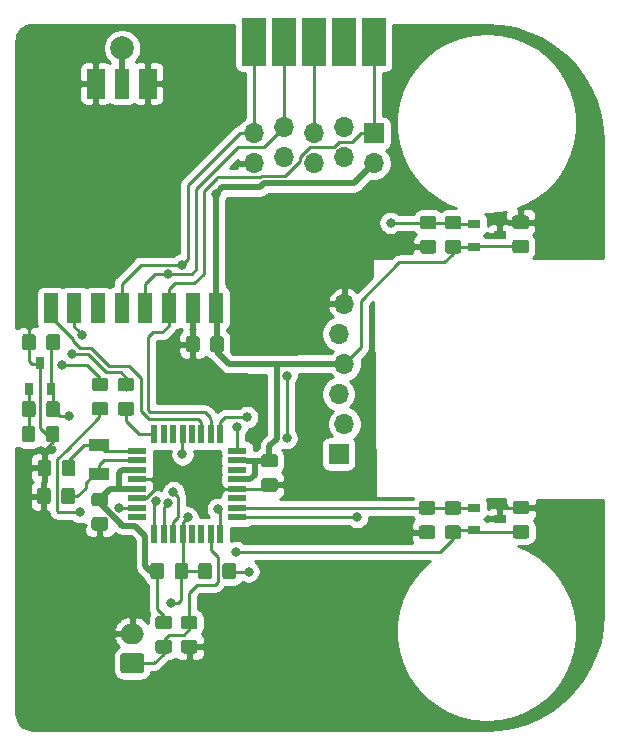
<source format=gbl>
G04 #@! TF.GenerationSoftware,KiCad,Pcbnew,(5.1.5)-3*
G04 #@! TF.CreationDate,2020-04-21T12:57:18+02:00*
G04 #@! TF.ProjectId,RHS_3,5248535f-332e-46b6-9963-61645f706362,rev?*
G04 #@! TF.SameCoordinates,Original*
G04 #@! TF.FileFunction,Copper,L2,Bot*
G04 #@! TF.FilePolarity,Positive*
%FSLAX46Y46*%
G04 Gerber Fmt 4.6, Leading zero omitted, Abs format (unit mm)*
G04 Created by KiCad (PCBNEW (5.1.5)-3) date 2020-04-21 12:57:18*
%MOMM*%
%LPD*%
G04 APERTURE LIST*
%ADD10O,2.000000X1.700000*%
%ADD11C,0.100000*%
%ADD12R,1.600000X0.550000*%
%ADD13R,0.550000X1.600000*%
%ADD14R,1.500000X2.524000*%
%ADD15R,1.200000X2.524000*%
%ADD16R,1.700000X1.700000*%
%ADD17O,1.700000X1.700000*%
%ADD18R,1.100000X0.800000*%
%ADD19R,0.800000X1.100000*%
%ADD20R,1.800000X1.000000*%
%ADD21C,2.000000*%
%ADD22C,0.800000*%
%ADD23C,0.250000*%
%ADD24C,0.500000*%
%ADD25C,0.254000*%
G04 APERTURE END LIST*
D10*
X69977000Y-121706000D03*
G04 #@! TA.AperFunction,ComponentPad*
D11*
G36*
X70751504Y-123357204D02*
G01*
X70775773Y-123360804D01*
X70799571Y-123366765D01*
X70822671Y-123375030D01*
X70844849Y-123385520D01*
X70865893Y-123398133D01*
X70885598Y-123412747D01*
X70903777Y-123429223D01*
X70920253Y-123447402D01*
X70934867Y-123467107D01*
X70947480Y-123488151D01*
X70957970Y-123510329D01*
X70966235Y-123533429D01*
X70972196Y-123557227D01*
X70975796Y-123581496D01*
X70977000Y-123606000D01*
X70977000Y-124806000D01*
X70975796Y-124830504D01*
X70972196Y-124854773D01*
X70966235Y-124878571D01*
X70957970Y-124901671D01*
X70947480Y-124923849D01*
X70934867Y-124944893D01*
X70920253Y-124964598D01*
X70903777Y-124982777D01*
X70885598Y-124999253D01*
X70865893Y-125013867D01*
X70844849Y-125026480D01*
X70822671Y-125036970D01*
X70799571Y-125045235D01*
X70775773Y-125051196D01*
X70751504Y-125054796D01*
X70727000Y-125056000D01*
X69227000Y-125056000D01*
X69202496Y-125054796D01*
X69178227Y-125051196D01*
X69154429Y-125045235D01*
X69131329Y-125036970D01*
X69109151Y-125026480D01*
X69088107Y-125013867D01*
X69068402Y-124999253D01*
X69050223Y-124982777D01*
X69033747Y-124964598D01*
X69019133Y-124944893D01*
X69006520Y-124923849D01*
X68996030Y-124901671D01*
X68987765Y-124878571D01*
X68981804Y-124854773D01*
X68978204Y-124830504D01*
X68977000Y-124806000D01*
X68977000Y-123606000D01*
X68978204Y-123581496D01*
X68981804Y-123557227D01*
X68987765Y-123533429D01*
X68996030Y-123510329D01*
X69006520Y-123488151D01*
X69019133Y-123467107D01*
X69033747Y-123447402D01*
X69050223Y-123429223D01*
X69068402Y-123412747D01*
X69088107Y-123398133D01*
X69109151Y-123385520D01*
X69131329Y-123375030D01*
X69154429Y-123366765D01*
X69178227Y-123360804D01*
X69202496Y-123357204D01*
X69227000Y-123356000D01*
X70727000Y-123356000D01*
X70751504Y-123357204D01*
G37*
G04 #@! TD.AperFunction*
G04 #@! TA.AperFunction,SMDPad,CuDef*
G36*
X74484505Y-115711204D02*
G01*
X74508773Y-115714804D01*
X74532572Y-115720765D01*
X74555671Y-115729030D01*
X74577850Y-115739520D01*
X74598893Y-115752132D01*
X74618599Y-115766747D01*
X74636777Y-115783223D01*
X74653253Y-115801401D01*
X74667868Y-115821107D01*
X74680480Y-115842150D01*
X74690970Y-115864329D01*
X74699235Y-115887428D01*
X74705196Y-115911227D01*
X74708796Y-115935495D01*
X74710000Y-115959999D01*
X74710000Y-116860001D01*
X74708796Y-116884505D01*
X74705196Y-116908773D01*
X74699235Y-116932572D01*
X74690970Y-116955671D01*
X74680480Y-116977850D01*
X74667868Y-116998893D01*
X74653253Y-117018599D01*
X74636777Y-117036777D01*
X74618599Y-117053253D01*
X74598893Y-117067868D01*
X74577850Y-117080480D01*
X74555671Y-117090970D01*
X74532572Y-117099235D01*
X74508773Y-117105196D01*
X74484505Y-117108796D01*
X74460001Y-117110000D01*
X73809999Y-117110000D01*
X73785495Y-117108796D01*
X73761227Y-117105196D01*
X73737428Y-117099235D01*
X73714329Y-117090970D01*
X73692150Y-117080480D01*
X73671107Y-117067868D01*
X73651401Y-117053253D01*
X73633223Y-117036777D01*
X73616747Y-117018599D01*
X73602132Y-116998893D01*
X73589520Y-116977850D01*
X73579030Y-116955671D01*
X73570765Y-116932572D01*
X73564804Y-116908773D01*
X73561204Y-116884505D01*
X73560000Y-116860001D01*
X73560000Y-115959999D01*
X73561204Y-115935495D01*
X73564804Y-115911227D01*
X73570765Y-115887428D01*
X73579030Y-115864329D01*
X73589520Y-115842150D01*
X73602132Y-115821107D01*
X73616747Y-115801401D01*
X73633223Y-115783223D01*
X73651401Y-115766747D01*
X73671107Y-115752132D01*
X73692150Y-115739520D01*
X73714329Y-115729030D01*
X73737428Y-115720765D01*
X73761227Y-115714804D01*
X73785495Y-115711204D01*
X73809999Y-115710000D01*
X74460001Y-115710000D01*
X74484505Y-115711204D01*
G37*
G04 #@! TD.AperFunction*
G04 #@! TA.AperFunction,SMDPad,CuDef*
G36*
X72434505Y-115711204D02*
G01*
X72458773Y-115714804D01*
X72482572Y-115720765D01*
X72505671Y-115729030D01*
X72527850Y-115739520D01*
X72548893Y-115752132D01*
X72568599Y-115766747D01*
X72586777Y-115783223D01*
X72603253Y-115801401D01*
X72617868Y-115821107D01*
X72630480Y-115842150D01*
X72640970Y-115864329D01*
X72649235Y-115887428D01*
X72655196Y-115911227D01*
X72658796Y-115935495D01*
X72660000Y-115959999D01*
X72660000Y-116860001D01*
X72658796Y-116884505D01*
X72655196Y-116908773D01*
X72649235Y-116932572D01*
X72640970Y-116955671D01*
X72630480Y-116977850D01*
X72617868Y-116998893D01*
X72603253Y-117018599D01*
X72586777Y-117036777D01*
X72568599Y-117053253D01*
X72548893Y-117067868D01*
X72527850Y-117080480D01*
X72505671Y-117090970D01*
X72482572Y-117099235D01*
X72458773Y-117105196D01*
X72434505Y-117108796D01*
X72410001Y-117110000D01*
X71759999Y-117110000D01*
X71735495Y-117108796D01*
X71711227Y-117105196D01*
X71687428Y-117099235D01*
X71664329Y-117090970D01*
X71642150Y-117080480D01*
X71621107Y-117067868D01*
X71601401Y-117053253D01*
X71583223Y-117036777D01*
X71566747Y-117018599D01*
X71552132Y-116998893D01*
X71539520Y-116977850D01*
X71529030Y-116955671D01*
X71520765Y-116932572D01*
X71514804Y-116908773D01*
X71511204Y-116884505D01*
X71510000Y-116860001D01*
X71510000Y-115959999D01*
X71511204Y-115935495D01*
X71514804Y-115911227D01*
X71520765Y-115887428D01*
X71529030Y-115864329D01*
X71539520Y-115842150D01*
X71552132Y-115821107D01*
X71566747Y-115801401D01*
X71583223Y-115783223D01*
X71601401Y-115766747D01*
X71621107Y-115752132D01*
X71642150Y-115739520D01*
X71664329Y-115729030D01*
X71687428Y-115720765D01*
X71711227Y-115714804D01*
X71735495Y-115711204D01*
X71759999Y-115710000D01*
X72410001Y-115710000D01*
X72434505Y-115711204D01*
G37*
G04 #@! TD.AperFunction*
G04 #@! TA.AperFunction,SMDPad,CuDef*
G36*
X62844505Y-109361204D02*
G01*
X62868773Y-109364804D01*
X62892572Y-109370765D01*
X62915671Y-109379030D01*
X62937850Y-109389520D01*
X62958893Y-109402132D01*
X62978599Y-109416747D01*
X62996777Y-109433223D01*
X63013253Y-109451401D01*
X63027868Y-109471107D01*
X63040480Y-109492150D01*
X63050970Y-109514329D01*
X63059235Y-109537428D01*
X63065196Y-109561227D01*
X63068796Y-109585495D01*
X63070000Y-109609999D01*
X63070000Y-110510001D01*
X63068796Y-110534505D01*
X63065196Y-110558773D01*
X63059235Y-110582572D01*
X63050970Y-110605671D01*
X63040480Y-110627850D01*
X63027868Y-110648893D01*
X63013253Y-110668599D01*
X62996777Y-110686777D01*
X62978599Y-110703253D01*
X62958893Y-110717868D01*
X62937850Y-110730480D01*
X62915671Y-110740970D01*
X62892572Y-110749235D01*
X62868773Y-110755196D01*
X62844505Y-110758796D01*
X62820001Y-110760000D01*
X62169999Y-110760000D01*
X62145495Y-110758796D01*
X62121227Y-110755196D01*
X62097428Y-110749235D01*
X62074329Y-110740970D01*
X62052150Y-110730480D01*
X62031107Y-110717868D01*
X62011401Y-110703253D01*
X61993223Y-110686777D01*
X61976747Y-110668599D01*
X61962132Y-110648893D01*
X61949520Y-110627850D01*
X61939030Y-110605671D01*
X61930765Y-110582572D01*
X61924804Y-110558773D01*
X61921204Y-110534505D01*
X61920000Y-110510001D01*
X61920000Y-109609999D01*
X61921204Y-109585495D01*
X61924804Y-109561227D01*
X61930765Y-109537428D01*
X61939030Y-109514329D01*
X61949520Y-109492150D01*
X61962132Y-109471107D01*
X61976747Y-109451401D01*
X61993223Y-109433223D01*
X62011401Y-109416747D01*
X62031107Y-109402132D01*
X62052150Y-109389520D01*
X62074329Y-109379030D01*
X62097428Y-109370765D01*
X62121227Y-109364804D01*
X62145495Y-109361204D01*
X62169999Y-109360000D01*
X62820001Y-109360000D01*
X62844505Y-109361204D01*
G37*
G04 #@! TD.AperFunction*
G04 #@! TA.AperFunction,SMDPad,CuDef*
G36*
X64894505Y-109361204D02*
G01*
X64918773Y-109364804D01*
X64942572Y-109370765D01*
X64965671Y-109379030D01*
X64987850Y-109389520D01*
X65008893Y-109402132D01*
X65028599Y-109416747D01*
X65046777Y-109433223D01*
X65063253Y-109451401D01*
X65077868Y-109471107D01*
X65090480Y-109492150D01*
X65100970Y-109514329D01*
X65109235Y-109537428D01*
X65115196Y-109561227D01*
X65118796Y-109585495D01*
X65120000Y-109609999D01*
X65120000Y-110510001D01*
X65118796Y-110534505D01*
X65115196Y-110558773D01*
X65109235Y-110582572D01*
X65100970Y-110605671D01*
X65090480Y-110627850D01*
X65077868Y-110648893D01*
X65063253Y-110668599D01*
X65046777Y-110686777D01*
X65028599Y-110703253D01*
X65008893Y-110717868D01*
X64987850Y-110730480D01*
X64965671Y-110740970D01*
X64942572Y-110749235D01*
X64918773Y-110755196D01*
X64894505Y-110758796D01*
X64870001Y-110760000D01*
X64219999Y-110760000D01*
X64195495Y-110758796D01*
X64171227Y-110755196D01*
X64147428Y-110749235D01*
X64124329Y-110740970D01*
X64102150Y-110730480D01*
X64081107Y-110717868D01*
X64061401Y-110703253D01*
X64043223Y-110686777D01*
X64026747Y-110668599D01*
X64012132Y-110648893D01*
X63999520Y-110627850D01*
X63989030Y-110605671D01*
X63980765Y-110582572D01*
X63974804Y-110558773D01*
X63971204Y-110534505D01*
X63970000Y-110510001D01*
X63970000Y-109609999D01*
X63971204Y-109585495D01*
X63974804Y-109561227D01*
X63980765Y-109537428D01*
X63989030Y-109514329D01*
X63999520Y-109492150D01*
X64012132Y-109471107D01*
X64026747Y-109451401D01*
X64043223Y-109433223D01*
X64061401Y-109416747D01*
X64081107Y-109402132D01*
X64102150Y-109389520D01*
X64124329Y-109379030D01*
X64147428Y-109370765D01*
X64171227Y-109364804D01*
X64195495Y-109361204D01*
X64219999Y-109360000D01*
X64870001Y-109360000D01*
X64894505Y-109361204D01*
G37*
G04 #@! TD.AperFunction*
G04 #@! TA.AperFunction,SMDPad,CuDef*
G36*
X61564505Y-102011204D02*
G01*
X61588773Y-102014804D01*
X61612572Y-102020765D01*
X61635671Y-102029030D01*
X61657850Y-102039520D01*
X61678893Y-102052132D01*
X61698599Y-102066747D01*
X61716777Y-102083223D01*
X61733253Y-102101401D01*
X61747868Y-102121107D01*
X61760480Y-102142150D01*
X61770970Y-102164329D01*
X61779235Y-102187428D01*
X61785196Y-102211227D01*
X61788796Y-102235495D01*
X61790000Y-102259999D01*
X61790000Y-103160001D01*
X61788796Y-103184505D01*
X61785196Y-103208773D01*
X61779235Y-103232572D01*
X61770970Y-103255671D01*
X61760480Y-103277850D01*
X61747868Y-103298893D01*
X61733253Y-103318599D01*
X61716777Y-103336777D01*
X61698599Y-103353253D01*
X61678893Y-103367868D01*
X61657850Y-103380480D01*
X61635671Y-103390970D01*
X61612572Y-103399235D01*
X61588773Y-103405196D01*
X61564505Y-103408796D01*
X61540001Y-103410000D01*
X60889999Y-103410000D01*
X60865495Y-103408796D01*
X60841227Y-103405196D01*
X60817428Y-103399235D01*
X60794329Y-103390970D01*
X60772150Y-103380480D01*
X60751107Y-103367868D01*
X60731401Y-103353253D01*
X60713223Y-103336777D01*
X60696747Y-103318599D01*
X60682132Y-103298893D01*
X60669520Y-103277850D01*
X60659030Y-103255671D01*
X60650765Y-103232572D01*
X60644804Y-103208773D01*
X60641204Y-103184505D01*
X60640000Y-103160001D01*
X60640000Y-102259999D01*
X60641204Y-102235495D01*
X60644804Y-102211227D01*
X60650765Y-102187428D01*
X60659030Y-102164329D01*
X60669520Y-102142150D01*
X60682132Y-102121107D01*
X60696747Y-102101401D01*
X60713223Y-102083223D01*
X60731401Y-102066747D01*
X60751107Y-102052132D01*
X60772150Y-102039520D01*
X60794329Y-102029030D01*
X60817428Y-102020765D01*
X60841227Y-102014804D01*
X60865495Y-102011204D01*
X60889999Y-102010000D01*
X61540001Y-102010000D01*
X61564505Y-102011204D01*
G37*
G04 #@! TD.AperFunction*
G04 #@! TA.AperFunction,SMDPad,CuDef*
G36*
X63614505Y-102011204D02*
G01*
X63638773Y-102014804D01*
X63662572Y-102020765D01*
X63685671Y-102029030D01*
X63707850Y-102039520D01*
X63728893Y-102052132D01*
X63748599Y-102066747D01*
X63766777Y-102083223D01*
X63783253Y-102101401D01*
X63797868Y-102121107D01*
X63810480Y-102142150D01*
X63820970Y-102164329D01*
X63829235Y-102187428D01*
X63835196Y-102211227D01*
X63838796Y-102235495D01*
X63840000Y-102259999D01*
X63840000Y-103160001D01*
X63838796Y-103184505D01*
X63835196Y-103208773D01*
X63829235Y-103232572D01*
X63820970Y-103255671D01*
X63810480Y-103277850D01*
X63797868Y-103298893D01*
X63783253Y-103318599D01*
X63766777Y-103336777D01*
X63748599Y-103353253D01*
X63728893Y-103367868D01*
X63707850Y-103380480D01*
X63685671Y-103390970D01*
X63662572Y-103399235D01*
X63638773Y-103405196D01*
X63614505Y-103408796D01*
X63590001Y-103410000D01*
X62939999Y-103410000D01*
X62915495Y-103408796D01*
X62891227Y-103405196D01*
X62867428Y-103399235D01*
X62844329Y-103390970D01*
X62822150Y-103380480D01*
X62801107Y-103367868D01*
X62781401Y-103353253D01*
X62763223Y-103336777D01*
X62746747Y-103318599D01*
X62732132Y-103298893D01*
X62719520Y-103277850D01*
X62709030Y-103255671D01*
X62700765Y-103232572D01*
X62694804Y-103208773D01*
X62691204Y-103184505D01*
X62690000Y-103160001D01*
X62690000Y-102259999D01*
X62691204Y-102235495D01*
X62694804Y-102211227D01*
X62700765Y-102187428D01*
X62709030Y-102164329D01*
X62719520Y-102142150D01*
X62732132Y-102121107D01*
X62746747Y-102101401D01*
X62763223Y-102083223D01*
X62781401Y-102066747D01*
X62801107Y-102052132D01*
X62822150Y-102039520D01*
X62844329Y-102029030D01*
X62867428Y-102020765D01*
X62891227Y-102014804D01*
X62915495Y-102011204D01*
X62939999Y-102010000D01*
X63590001Y-102010000D01*
X63614505Y-102011204D01*
G37*
G04 #@! TD.AperFunction*
G04 #@! TA.AperFunction,SMDPad,CuDef*
G36*
X61544505Y-104101204D02*
G01*
X61568773Y-104104804D01*
X61592572Y-104110765D01*
X61615671Y-104119030D01*
X61637850Y-104129520D01*
X61658893Y-104142132D01*
X61678599Y-104156747D01*
X61696777Y-104173223D01*
X61713253Y-104191401D01*
X61727868Y-104211107D01*
X61740480Y-104232150D01*
X61750970Y-104254329D01*
X61759235Y-104277428D01*
X61765196Y-104301227D01*
X61768796Y-104325495D01*
X61770000Y-104349999D01*
X61770000Y-105250001D01*
X61768796Y-105274505D01*
X61765196Y-105298773D01*
X61759235Y-105322572D01*
X61750970Y-105345671D01*
X61740480Y-105367850D01*
X61727868Y-105388893D01*
X61713253Y-105408599D01*
X61696777Y-105426777D01*
X61678599Y-105443253D01*
X61658893Y-105457868D01*
X61637850Y-105470480D01*
X61615671Y-105480970D01*
X61592572Y-105489235D01*
X61568773Y-105495196D01*
X61544505Y-105498796D01*
X61520001Y-105500000D01*
X60869999Y-105500000D01*
X60845495Y-105498796D01*
X60821227Y-105495196D01*
X60797428Y-105489235D01*
X60774329Y-105480970D01*
X60752150Y-105470480D01*
X60731107Y-105457868D01*
X60711401Y-105443253D01*
X60693223Y-105426777D01*
X60676747Y-105408599D01*
X60662132Y-105388893D01*
X60649520Y-105367850D01*
X60639030Y-105345671D01*
X60630765Y-105322572D01*
X60624804Y-105298773D01*
X60621204Y-105274505D01*
X60620000Y-105250001D01*
X60620000Y-104349999D01*
X60621204Y-104325495D01*
X60624804Y-104301227D01*
X60630765Y-104277428D01*
X60639030Y-104254329D01*
X60649520Y-104232150D01*
X60662132Y-104211107D01*
X60676747Y-104191401D01*
X60693223Y-104173223D01*
X60711401Y-104156747D01*
X60731107Y-104142132D01*
X60752150Y-104129520D01*
X60774329Y-104119030D01*
X60797428Y-104110765D01*
X60821227Y-104104804D01*
X60845495Y-104101204D01*
X60869999Y-104100000D01*
X61520001Y-104100000D01*
X61544505Y-104101204D01*
G37*
G04 #@! TD.AperFunction*
G04 #@! TA.AperFunction,SMDPad,CuDef*
G36*
X63594505Y-104101204D02*
G01*
X63618773Y-104104804D01*
X63642572Y-104110765D01*
X63665671Y-104119030D01*
X63687850Y-104129520D01*
X63708893Y-104142132D01*
X63728599Y-104156747D01*
X63746777Y-104173223D01*
X63763253Y-104191401D01*
X63777868Y-104211107D01*
X63790480Y-104232150D01*
X63800970Y-104254329D01*
X63809235Y-104277428D01*
X63815196Y-104301227D01*
X63818796Y-104325495D01*
X63820000Y-104349999D01*
X63820000Y-105250001D01*
X63818796Y-105274505D01*
X63815196Y-105298773D01*
X63809235Y-105322572D01*
X63800970Y-105345671D01*
X63790480Y-105367850D01*
X63777868Y-105388893D01*
X63763253Y-105408599D01*
X63746777Y-105426777D01*
X63728599Y-105443253D01*
X63708893Y-105457868D01*
X63687850Y-105470480D01*
X63665671Y-105480970D01*
X63642572Y-105489235D01*
X63618773Y-105495196D01*
X63594505Y-105498796D01*
X63570001Y-105500000D01*
X62919999Y-105500000D01*
X62895495Y-105498796D01*
X62871227Y-105495196D01*
X62847428Y-105489235D01*
X62824329Y-105480970D01*
X62802150Y-105470480D01*
X62781107Y-105457868D01*
X62761401Y-105443253D01*
X62743223Y-105426777D01*
X62726747Y-105408599D01*
X62712132Y-105388893D01*
X62699520Y-105367850D01*
X62689030Y-105345671D01*
X62680765Y-105322572D01*
X62674804Y-105298773D01*
X62671204Y-105274505D01*
X62670000Y-105250001D01*
X62670000Y-104349999D01*
X62671204Y-104325495D01*
X62674804Y-104301227D01*
X62680765Y-104277428D01*
X62689030Y-104254329D01*
X62699520Y-104232150D01*
X62712132Y-104211107D01*
X62726747Y-104191401D01*
X62743223Y-104173223D01*
X62761401Y-104156747D01*
X62781107Y-104142132D01*
X62802150Y-104129520D01*
X62824329Y-104119030D01*
X62847428Y-104110765D01*
X62871227Y-104104804D01*
X62895495Y-104101204D01*
X62919999Y-104100000D01*
X63570001Y-104100000D01*
X63594505Y-104101204D01*
G37*
G04 #@! TD.AperFunction*
D12*
X70390000Y-111850000D03*
X70390000Y-111050000D03*
X70390000Y-110250000D03*
X70390000Y-109450000D03*
X70390000Y-108650000D03*
X70390000Y-107850000D03*
X70390000Y-107050000D03*
X70390000Y-106250000D03*
D13*
X71840000Y-104800000D03*
X72640000Y-104800000D03*
X73440000Y-104800000D03*
X74240000Y-104800000D03*
X75040000Y-104800000D03*
X75840000Y-104800000D03*
X76640000Y-104800000D03*
X77440000Y-104800000D03*
D12*
X78890000Y-106250000D03*
X78890000Y-107050000D03*
X78890000Y-107850000D03*
X78890000Y-108650000D03*
X78890000Y-109450000D03*
X78890000Y-110250000D03*
X78890000Y-111050000D03*
X78890000Y-111850000D03*
D13*
X77440000Y-113300000D03*
X76640000Y-113300000D03*
X75840000Y-113300000D03*
X75040000Y-113300000D03*
X74240000Y-113300000D03*
X73440000Y-113300000D03*
X72640000Y-113300000D03*
X71840000Y-113300000D03*
D14*
X66890000Y-75140000D03*
X71290000Y-75140000D03*
D15*
X69090000Y-75140000D03*
X63090000Y-94140000D03*
X65090000Y-94140000D03*
X67090000Y-94140000D03*
X69090000Y-94140000D03*
X71090000Y-94140000D03*
X73090000Y-94140000D03*
X75090000Y-94140000D03*
X77090000Y-94140000D03*
D16*
X87450000Y-106500000D03*
D17*
X87950000Y-103960000D03*
X87450000Y-101420000D03*
X87950000Y-98880000D03*
X87450000Y-96340000D03*
X87950000Y-93800000D03*
D16*
X90450000Y-79350000D03*
D17*
X90450000Y-81890000D03*
X87910000Y-78850000D03*
X87910000Y-81390000D03*
X85370000Y-79350000D03*
X85370000Y-81890000D03*
X82830000Y-78850000D03*
X82830000Y-81390000D03*
X80290000Y-79350000D03*
X80290000Y-81890000D03*
G04 #@! TA.AperFunction,SMDPad,CuDef*
D11*
G36*
X67704505Y-111831204D02*
G01*
X67728773Y-111834804D01*
X67752572Y-111840765D01*
X67775671Y-111849030D01*
X67797850Y-111859520D01*
X67818893Y-111872132D01*
X67838599Y-111886747D01*
X67856777Y-111903223D01*
X67873253Y-111921401D01*
X67887868Y-111941107D01*
X67900480Y-111962150D01*
X67910970Y-111984329D01*
X67919235Y-112007428D01*
X67925196Y-112031227D01*
X67928796Y-112055495D01*
X67930000Y-112079999D01*
X67930000Y-112730001D01*
X67928796Y-112754505D01*
X67925196Y-112778773D01*
X67919235Y-112802572D01*
X67910970Y-112825671D01*
X67900480Y-112847850D01*
X67887868Y-112868893D01*
X67873253Y-112888599D01*
X67856777Y-112906777D01*
X67838599Y-112923253D01*
X67818893Y-112937868D01*
X67797850Y-112950480D01*
X67775671Y-112960970D01*
X67752572Y-112969235D01*
X67728773Y-112975196D01*
X67704505Y-112978796D01*
X67680001Y-112980000D01*
X66779999Y-112980000D01*
X66755495Y-112978796D01*
X66731227Y-112975196D01*
X66707428Y-112969235D01*
X66684329Y-112960970D01*
X66662150Y-112950480D01*
X66641107Y-112937868D01*
X66621401Y-112923253D01*
X66603223Y-112906777D01*
X66586747Y-112888599D01*
X66572132Y-112868893D01*
X66559520Y-112847850D01*
X66549030Y-112825671D01*
X66540765Y-112802572D01*
X66534804Y-112778773D01*
X66531204Y-112754505D01*
X66530000Y-112730001D01*
X66530000Y-112079999D01*
X66531204Y-112055495D01*
X66534804Y-112031227D01*
X66540765Y-112007428D01*
X66549030Y-111984329D01*
X66559520Y-111962150D01*
X66572132Y-111941107D01*
X66586747Y-111921401D01*
X66603223Y-111903223D01*
X66621401Y-111886747D01*
X66641107Y-111872132D01*
X66662150Y-111859520D01*
X66684329Y-111849030D01*
X66707428Y-111840765D01*
X66731227Y-111834804D01*
X66755495Y-111831204D01*
X66779999Y-111830000D01*
X67680001Y-111830000D01*
X67704505Y-111831204D01*
G37*
G04 #@! TD.AperFunction*
G04 #@! TA.AperFunction,SMDPad,CuDef*
G36*
X67704505Y-109781204D02*
G01*
X67728773Y-109784804D01*
X67752572Y-109790765D01*
X67775671Y-109799030D01*
X67797850Y-109809520D01*
X67818893Y-109822132D01*
X67838599Y-109836747D01*
X67856777Y-109853223D01*
X67873253Y-109871401D01*
X67887868Y-109891107D01*
X67900480Y-109912150D01*
X67910970Y-109934329D01*
X67919235Y-109957428D01*
X67925196Y-109981227D01*
X67928796Y-110005495D01*
X67930000Y-110029999D01*
X67930000Y-110680001D01*
X67928796Y-110704505D01*
X67925196Y-110728773D01*
X67919235Y-110752572D01*
X67910970Y-110775671D01*
X67900480Y-110797850D01*
X67887868Y-110818893D01*
X67873253Y-110838599D01*
X67856777Y-110856777D01*
X67838599Y-110873253D01*
X67818893Y-110887868D01*
X67797850Y-110900480D01*
X67775671Y-110910970D01*
X67752572Y-110919235D01*
X67728773Y-110925196D01*
X67704505Y-110928796D01*
X67680001Y-110930000D01*
X66779999Y-110930000D01*
X66755495Y-110928796D01*
X66731227Y-110925196D01*
X66707428Y-110919235D01*
X66684329Y-110910970D01*
X66662150Y-110900480D01*
X66641107Y-110887868D01*
X66621401Y-110873253D01*
X66603223Y-110856777D01*
X66586747Y-110838599D01*
X66572132Y-110818893D01*
X66559520Y-110797850D01*
X66549030Y-110775671D01*
X66540765Y-110752572D01*
X66534804Y-110728773D01*
X66531204Y-110704505D01*
X66530000Y-110680001D01*
X66530000Y-110029999D01*
X66531204Y-110005495D01*
X66534804Y-109981227D01*
X66540765Y-109957428D01*
X66549030Y-109934329D01*
X66559520Y-109912150D01*
X66572132Y-109891107D01*
X66586747Y-109871401D01*
X66603223Y-109853223D01*
X66621401Y-109836747D01*
X66641107Y-109822132D01*
X66662150Y-109809520D01*
X66684329Y-109799030D01*
X66707428Y-109790765D01*
X66731227Y-109784804D01*
X66755495Y-109781204D01*
X66779999Y-109780000D01*
X67680001Y-109780000D01*
X67704505Y-109781204D01*
G37*
G04 #@! TD.AperFunction*
G04 #@! TA.AperFunction,SMDPad,CuDef*
G36*
X82074505Y-106491204D02*
G01*
X82098773Y-106494804D01*
X82122572Y-106500765D01*
X82145671Y-106509030D01*
X82167850Y-106519520D01*
X82188893Y-106532132D01*
X82208599Y-106546747D01*
X82226777Y-106563223D01*
X82243253Y-106581401D01*
X82257868Y-106601107D01*
X82270480Y-106622150D01*
X82280970Y-106644329D01*
X82289235Y-106667428D01*
X82295196Y-106691227D01*
X82298796Y-106715495D01*
X82300000Y-106739999D01*
X82300000Y-107390001D01*
X82298796Y-107414505D01*
X82295196Y-107438773D01*
X82289235Y-107462572D01*
X82280970Y-107485671D01*
X82270480Y-107507850D01*
X82257868Y-107528893D01*
X82243253Y-107548599D01*
X82226777Y-107566777D01*
X82208599Y-107583253D01*
X82188893Y-107597868D01*
X82167850Y-107610480D01*
X82145671Y-107620970D01*
X82122572Y-107629235D01*
X82098773Y-107635196D01*
X82074505Y-107638796D01*
X82050001Y-107640000D01*
X81149999Y-107640000D01*
X81125495Y-107638796D01*
X81101227Y-107635196D01*
X81077428Y-107629235D01*
X81054329Y-107620970D01*
X81032150Y-107610480D01*
X81011107Y-107597868D01*
X80991401Y-107583253D01*
X80973223Y-107566777D01*
X80956747Y-107548599D01*
X80942132Y-107528893D01*
X80929520Y-107507850D01*
X80919030Y-107485671D01*
X80910765Y-107462572D01*
X80904804Y-107438773D01*
X80901204Y-107414505D01*
X80900000Y-107390001D01*
X80900000Y-106739999D01*
X80901204Y-106715495D01*
X80904804Y-106691227D01*
X80910765Y-106667428D01*
X80919030Y-106644329D01*
X80929520Y-106622150D01*
X80942132Y-106601107D01*
X80956747Y-106581401D01*
X80973223Y-106563223D01*
X80991401Y-106546747D01*
X81011107Y-106532132D01*
X81032150Y-106519520D01*
X81054329Y-106509030D01*
X81077428Y-106500765D01*
X81101227Y-106494804D01*
X81125495Y-106491204D01*
X81149999Y-106490000D01*
X82050001Y-106490000D01*
X82074505Y-106491204D01*
G37*
G04 #@! TD.AperFunction*
G04 #@! TA.AperFunction,SMDPad,CuDef*
G36*
X82074505Y-108541204D02*
G01*
X82098773Y-108544804D01*
X82122572Y-108550765D01*
X82145671Y-108559030D01*
X82167850Y-108569520D01*
X82188893Y-108582132D01*
X82208599Y-108596747D01*
X82226777Y-108613223D01*
X82243253Y-108631401D01*
X82257868Y-108651107D01*
X82270480Y-108672150D01*
X82280970Y-108694329D01*
X82289235Y-108717428D01*
X82295196Y-108741227D01*
X82298796Y-108765495D01*
X82300000Y-108789999D01*
X82300000Y-109440001D01*
X82298796Y-109464505D01*
X82295196Y-109488773D01*
X82289235Y-109512572D01*
X82280970Y-109535671D01*
X82270480Y-109557850D01*
X82257868Y-109578893D01*
X82243253Y-109598599D01*
X82226777Y-109616777D01*
X82208599Y-109633253D01*
X82188893Y-109647868D01*
X82167850Y-109660480D01*
X82145671Y-109670970D01*
X82122572Y-109679235D01*
X82098773Y-109685196D01*
X82074505Y-109688796D01*
X82050001Y-109690000D01*
X81149999Y-109690000D01*
X81125495Y-109688796D01*
X81101227Y-109685196D01*
X81077428Y-109679235D01*
X81054329Y-109670970D01*
X81032150Y-109660480D01*
X81011107Y-109647868D01*
X80991401Y-109633253D01*
X80973223Y-109616777D01*
X80956747Y-109598599D01*
X80942132Y-109578893D01*
X80929520Y-109557850D01*
X80919030Y-109535671D01*
X80910765Y-109512572D01*
X80904804Y-109488773D01*
X80901204Y-109464505D01*
X80900000Y-109440001D01*
X80900000Y-108789999D01*
X80901204Y-108765495D01*
X80904804Y-108741227D01*
X80910765Y-108717428D01*
X80919030Y-108694329D01*
X80929520Y-108672150D01*
X80942132Y-108651107D01*
X80956747Y-108631401D01*
X80973223Y-108613223D01*
X80991401Y-108596747D01*
X81011107Y-108582132D01*
X81032150Y-108569520D01*
X81054329Y-108559030D01*
X81077428Y-108550765D01*
X81101227Y-108544804D01*
X81125495Y-108541204D01*
X81149999Y-108540000D01*
X82050001Y-108540000D01*
X82074505Y-108541204D01*
G37*
G04 #@! TD.AperFunction*
G04 #@! TA.AperFunction,SMDPad,CuDef*
G36*
X75454505Y-96501204D02*
G01*
X75478773Y-96504804D01*
X75502572Y-96510765D01*
X75525671Y-96519030D01*
X75547850Y-96529520D01*
X75568893Y-96542132D01*
X75588599Y-96556747D01*
X75606777Y-96573223D01*
X75623253Y-96591401D01*
X75637868Y-96611107D01*
X75650480Y-96632150D01*
X75660970Y-96654329D01*
X75669235Y-96677428D01*
X75675196Y-96701227D01*
X75678796Y-96725495D01*
X75680000Y-96749999D01*
X75680000Y-97650001D01*
X75678796Y-97674505D01*
X75675196Y-97698773D01*
X75669235Y-97722572D01*
X75660970Y-97745671D01*
X75650480Y-97767850D01*
X75637868Y-97788893D01*
X75623253Y-97808599D01*
X75606777Y-97826777D01*
X75588599Y-97843253D01*
X75568893Y-97857868D01*
X75547850Y-97870480D01*
X75525671Y-97880970D01*
X75502572Y-97889235D01*
X75478773Y-97895196D01*
X75454505Y-97898796D01*
X75430001Y-97900000D01*
X74779999Y-97900000D01*
X74755495Y-97898796D01*
X74731227Y-97895196D01*
X74707428Y-97889235D01*
X74684329Y-97880970D01*
X74662150Y-97870480D01*
X74641107Y-97857868D01*
X74621401Y-97843253D01*
X74603223Y-97826777D01*
X74586747Y-97808599D01*
X74572132Y-97788893D01*
X74559520Y-97767850D01*
X74549030Y-97745671D01*
X74540765Y-97722572D01*
X74534804Y-97698773D01*
X74531204Y-97674505D01*
X74530000Y-97650001D01*
X74530000Y-96749999D01*
X74531204Y-96725495D01*
X74534804Y-96701227D01*
X74540765Y-96677428D01*
X74549030Y-96654329D01*
X74559520Y-96632150D01*
X74572132Y-96611107D01*
X74586747Y-96591401D01*
X74603223Y-96573223D01*
X74621401Y-96556747D01*
X74641107Y-96542132D01*
X74662150Y-96529520D01*
X74684329Y-96519030D01*
X74707428Y-96510765D01*
X74731227Y-96504804D01*
X74755495Y-96501204D01*
X74779999Y-96500000D01*
X75430001Y-96500000D01*
X75454505Y-96501204D01*
G37*
G04 #@! TD.AperFunction*
G04 #@! TA.AperFunction,SMDPad,CuDef*
G36*
X77504505Y-96501204D02*
G01*
X77528773Y-96504804D01*
X77552572Y-96510765D01*
X77575671Y-96519030D01*
X77597850Y-96529520D01*
X77618893Y-96542132D01*
X77638599Y-96556747D01*
X77656777Y-96573223D01*
X77673253Y-96591401D01*
X77687868Y-96611107D01*
X77700480Y-96632150D01*
X77710970Y-96654329D01*
X77719235Y-96677428D01*
X77725196Y-96701227D01*
X77728796Y-96725495D01*
X77730000Y-96749999D01*
X77730000Y-97650001D01*
X77728796Y-97674505D01*
X77725196Y-97698773D01*
X77719235Y-97722572D01*
X77710970Y-97745671D01*
X77700480Y-97767850D01*
X77687868Y-97788893D01*
X77673253Y-97808599D01*
X77656777Y-97826777D01*
X77638599Y-97843253D01*
X77618893Y-97857868D01*
X77597850Y-97870480D01*
X77575671Y-97880970D01*
X77552572Y-97889235D01*
X77528773Y-97895196D01*
X77504505Y-97898796D01*
X77480001Y-97900000D01*
X76829999Y-97900000D01*
X76805495Y-97898796D01*
X76781227Y-97895196D01*
X76757428Y-97889235D01*
X76734329Y-97880970D01*
X76712150Y-97870480D01*
X76691107Y-97857868D01*
X76671401Y-97843253D01*
X76653223Y-97826777D01*
X76636747Y-97808599D01*
X76622132Y-97788893D01*
X76609520Y-97767850D01*
X76599030Y-97745671D01*
X76590765Y-97722572D01*
X76584804Y-97698773D01*
X76581204Y-97674505D01*
X76580000Y-97650001D01*
X76580000Y-96749999D01*
X76581204Y-96725495D01*
X76584804Y-96701227D01*
X76590765Y-96677428D01*
X76599030Y-96654329D01*
X76609520Y-96632150D01*
X76622132Y-96611107D01*
X76636747Y-96591401D01*
X76653223Y-96573223D01*
X76671401Y-96556747D01*
X76691107Y-96542132D01*
X76712150Y-96529520D01*
X76734329Y-96519030D01*
X76757428Y-96510765D01*
X76781227Y-96504804D01*
X76805495Y-96501204D01*
X76829999Y-96500000D01*
X77480001Y-96500000D01*
X77504505Y-96501204D01*
G37*
G04 #@! TD.AperFunction*
G04 #@! TA.AperFunction,SMDPad,CuDef*
G36*
X89430000Y-73610000D02*
G01*
X89430000Y-69610000D01*
X91430000Y-69610000D01*
X91430000Y-73610000D01*
X89430000Y-73610000D01*
G37*
G04 #@! TD.AperFunction*
G04 #@! TA.AperFunction,SMDPad,CuDef*
G36*
X86890000Y-73610000D02*
G01*
X86890000Y-69610000D01*
X88890000Y-69610000D01*
X88890000Y-73610000D01*
X86890000Y-73610000D01*
G37*
G04 #@! TD.AperFunction*
G04 #@! TA.AperFunction,SMDPad,CuDef*
G36*
X84350000Y-73610000D02*
G01*
X84350000Y-69610000D01*
X86350000Y-69610000D01*
X86350000Y-73610000D01*
X84350000Y-73610000D01*
G37*
G04 #@! TD.AperFunction*
G04 #@! TA.AperFunction,SMDPad,CuDef*
G36*
X81810000Y-73610000D02*
G01*
X81810000Y-69610000D01*
X83810000Y-69610000D01*
X83810000Y-73610000D01*
X81810000Y-73610000D01*
G37*
G04 #@! TD.AperFunction*
G04 #@! TA.AperFunction,SMDPad,CuDef*
G36*
X79270000Y-73610000D02*
G01*
X79270000Y-69610000D01*
X81270000Y-69610000D01*
X81270000Y-73610000D01*
X79270000Y-73610000D01*
G37*
G04 #@! TD.AperFunction*
G04 #@! TA.AperFunction,SMDPad,CuDef*
G36*
X67724505Y-100041204D02*
G01*
X67748773Y-100044804D01*
X67772572Y-100050765D01*
X67795671Y-100059030D01*
X67817850Y-100069520D01*
X67838893Y-100082132D01*
X67858599Y-100096747D01*
X67876777Y-100113223D01*
X67893253Y-100131401D01*
X67907868Y-100151107D01*
X67920480Y-100172150D01*
X67930970Y-100194329D01*
X67939235Y-100217428D01*
X67945196Y-100241227D01*
X67948796Y-100265495D01*
X67950000Y-100289999D01*
X67950000Y-100940001D01*
X67948796Y-100964505D01*
X67945196Y-100988773D01*
X67939235Y-101012572D01*
X67930970Y-101035671D01*
X67920480Y-101057850D01*
X67907868Y-101078893D01*
X67893253Y-101098599D01*
X67876777Y-101116777D01*
X67858599Y-101133253D01*
X67838893Y-101147868D01*
X67817850Y-101160480D01*
X67795671Y-101170970D01*
X67772572Y-101179235D01*
X67748773Y-101185196D01*
X67724505Y-101188796D01*
X67700001Y-101190000D01*
X66799999Y-101190000D01*
X66775495Y-101188796D01*
X66751227Y-101185196D01*
X66727428Y-101179235D01*
X66704329Y-101170970D01*
X66682150Y-101160480D01*
X66661107Y-101147868D01*
X66641401Y-101133253D01*
X66623223Y-101116777D01*
X66606747Y-101098599D01*
X66592132Y-101078893D01*
X66579520Y-101057850D01*
X66569030Y-101035671D01*
X66560765Y-101012572D01*
X66554804Y-100988773D01*
X66551204Y-100964505D01*
X66550000Y-100940001D01*
X66550000Y-100289999D01*
X66551204Y-100265495D01*
X66554804Y-100241227D01*
X66560765Y-100217428D01*
X66569030Y-100194329D01*
X66579520Y-100172150D01*
X66592132Y-100151107D01*
X66606747Y-100131401D01*
X66623223Y-100113223D01*
X66641401Y-100096747D01*
X66661107Y-100082132D01*
X66682150Y-100069520D01*
X66704329Y-100059030D01*
X66727428Y-100050765D01*
X66751227Y-100044804D01*
X66775495Y-100041204D01*
X66799999Y-100040000D01*
X67700001Y-100040000D01*
X67724505Y-100041204D01*
G37*
G04 #@! TD.AperFunction*
G04 #@! TA.AperFunction,SMDPad,CuDef*
G36*
X67724505Y-102091204D02*
G01*
X67748773Y-102094804D01*
X67772572Y-102100765D01*
X67795671Y-102109030D01*
X67817850Y-102119520D01*
X67838893Y-102132132D01*
X67858599Y-102146747D01*
X67876777Y-102163223D01*
X67893253Y-102181401D01*
X67907868Y-102201107D01*
X67920480Y-102222150D01*
X67930970Y-102244329D01*
X67939235Y-102267428D01*
X67945196Y-102291227D01*
X67948796Y-102315495D01*
X67950000Y-102339999D01*
X67950000Y-102990001D01*
X67948796Y-103014505D01*
X67945196Y-103038773D01*
X67939235Y-103062572D01*
X67930970Y-103085671D01*
X67920480Y-103107850D01*
X67907868Y-103128893D01*
X67893253Y-103148599D01*
X67876777Y-103166777D01*
X67858599Y-103183253D01*
X67838893Y-103197868D01*
X67817850Y-103210480D01*
X67795671Y-103220970D01*
X67772572Y-103229235D01*
X67748773Y-103235196D01*
X67724505Y-103238796D01*
X67700001Y-103240000D01*
X66799999Y-103240000D01*
X66775495Y-103238796D01*
X66751227Y-103235196D01*
X66727428Y-103229235D01*
X66704329Y-103220970D01*
X66682150Y-103210480D01*
X66661107Y-103197868D01*
X66641401Y-103183253D01*
X66623223Y-103166777D01*
X66606747Y-103148599D01*
X66592132Y-103128893D01*
X66579520Y-103107850D01*
X66569030Y-103085671D01*
X66560765Y-103062572D01*
X66554804Y-103038773D01*
X66551204Y-103014505D01*
X66550000Y-102990001D01*
X66550000Y-102339999D01*
X66551204Y-102315495D01*
X66554804Y-102291227D01*
X66560765Y-102267428D01*
X66569030Y-102244329D01*
X66579520Y-102222150D01*
X66592132Y-102201107D01*
X66606747Y-102181401D01*
X66623223Y-102163223D01*
X66641401Y-102146747D01*
X66661107Y-102132132D01*
X66682150Y-102119520D01*
X66704329Y-102109030D01*
X66727428Y-102100765D01*
X66751227Y-102094804D01*
X66775495Y-102091204D01*
X66799999Y-102090000D01*
X67700001Y-102090000D01*
X67724505Y-102091204D01*
G37*
G04 #@! TD.AperFunction*
G04 #@! TA.AperFunction,SMDPad,CuDef*
G36*
X69914505Y-102101204D02*
G01*
X69938773Y-102104804D01*
X69962572Y-102110765D01*
X69985671Y-102119030D01*
X70007850Y-102129520D01*
X70028893Y-102142132D01*
X70048599Y-102156747D01*
X70066777Y-102173223D01*
X70083253Y-102191401D01*
X70097868Y-102211107D01*
X70110480Y-102232150D01*
X70120970Y-102254329D01*
X70129235Y-102277428D01*
X70135196Y-102301227D01*
X70138796Y-102325495D01*
X70140000Y-102349999D01*
X70140000Y-103000001D01*
X70138796Y-103024505D01*
X70135196Y-103048773D01*
X70129235Y-103072572D01*
X70120970Y-103095671D01*
X70110480Y-103117850D01*
X70097868Y-103138893D01*
X70083253Y-103158599D01*
X70066777Y-103176777D01*
X70048599Y-103193253D01*
X70028893Y-103207868D01*
X70007850Y-103220480D01*
X69985671Y-103230970D01*
X69962572Y-103239235D01*
X69938773Y-103245196D01*
X69914505Y-103248796D01*
X69890001Y-103250000D01*
X68989999Y-103250000D01*
X68965495Y-103248796D01*
X68941227Y-103245196D01*
X68917428Y-103239235D01*
X68894329Y-103230970D01*
X68872150Y-103220480D01*
X68851107Y-103207868D01*
X68831401Y-103193253D01*
X68813223Y-103176777D01*
X68796747Y-103158599D01*
X68782132Y-103138893D01*
X68769520Y-103117850D01*
X68759030Y-103095671D01*
X68750765Y-103072572D01*
X68744804Y-103048773D01*
X68741204Y-103024505D01*
X68740000Y-103000001D01*
X68740000Y-102349999D01*
X68741204Y-102325495D01*
X68744804Y-102301227D01*
X68750765Y-102277428D01*
X68759030Y-102254329D01*
X68769520Y-102232150D01*
X68782132Y-102211107D01*
X68796747Y-102191401D01*
X68813223Y-102173223D01*
X68831401Y-102156747D01*
X68851107Y-102142132D01*
X68872150Y-102129520D01*
X68894329Y-102119030D01*
X68917428Y-102110765D01*
X68941227Y-102104804D01*
X68965495Y-102101204D01*
X68989999Y-102100000D01*
X69890001Y-102100000D01*
X69914505Y-102101204D01*
G37*
G04 #@! TD.AperFunction*
G04 #@! TA.AperFunction,SMDPad,CuDef*
G36*
X69914505Y-100051204D02*
G01*
X69938773Y-100054804D01*
X69962572Y-100060765D01*
X69985671Y-100069030D01*
X70007850Y-100079520D01*
X70028893Y-100092132D01*
X70048599Y-100106747D01*
X70066777Y-100123223D01*
X70083253Y-100141401D01*
X70097868Y-100161107D01*
X70110480Y-100182150D01*
X70120970Y-100204329D01*
X70129235Y-100227428D01*
X70135196Y-100251227D01*
X70138796Y-100275495D01*
X70140000Y-100299999D01*
X70140000Y-100950001D01*
X70138796Y-100974505D01*
X70135196Y-100998773D01*
X70129235Y-101022572D01*
X70120970Y-101045671D01*
X70110480Y-101067850D01*
X70097868Y-101088893D01*
X70083253Y-101108599D01*
X70066777Y-101126777D01*
X70048599Y-101143253D01*
X70028893Y-101157868D01*
X70007850Y-101170480D01*
X69985671Y-101180970D01*
X69962572Y-101189235D01*
X69938773Y-101195196D01*
X69914505Y-101198796D01*
X69890001Y-101200000D01*
X68989999Y-101200000D01*
X68965495Y-101198796D01*
X68941227Y-101195196D01*
X68917428Y-101189235D01*
X68894329Y-101180970D01*
X68872150Y-101170480D01*
X68851107Y-101157868D01*
X68831401Y-101143253D01*
X68813223Y-101126777D01*
X68796747Y-101108599D01*
X68782132Y-101088893D01*
X68769520Y-101067850D01*
X68759030Y-101045671D01*
X68750765Y-101022572D01*
X68744804Y-100998773D01*
X68741204Y-100974505D01*
X68740000Y-100950001D01*
X68740000Y-100299999D01*
X68741204Y-100275495D01*
X68744804Y-100251227D01*
X68750765Y-100227428D01*
X68759030Y-100204329D01*
X68769520Y-100182150D01*
X68782132Y-100161107D01*
X68796747Y-100141401D01*
X68813223Y-100123223D01*
X68831401Y-100106747D01*
X68851107Y-100092132D01*
X68872150Y-100079520D01*
X68894329Y-100069030D01*
X68917428Y-100060765D01*
X68941227Y-100054804D01*
X68965495Y-100051204D01*
X68989999Y-100050000D01*
X69890001Y-100050000D01*
X69914505Y-100051204D01*
G37*
G04 #@! TD.AperFunction*
G04 #@! TA.AperFunction,SMDPad,CuDef*
G36*
X97624505Y-86331204D02*
G01*
X97648773Y-86334804D01*
X97672572Y-86340765D01*
X97695671Y-86349030D01*
X97717850Y-86359520D01*
X97738893Y-86372132D01*
X97758599Y-86386747D01*
X97776777Y-86403223D01*
X97793253Y-86421401D01*
X97807868Y-86441107D01*
X97820480Y-86462150D01*
X97830970Y-86484329D01*
X97839235Y-86507428D01*
X97845196Y-86531227D01*
X97848796Y-86555495D01*
X97850000Y-86579999D01*
X97850000Y-87230001D01*
X97848796Y-87254505D01*
X97845196Y-87278773D01*
X97839235Y-87302572D01*
X97830970Y-87325671D01*
X97820480Y-87347850D01*
X97807868Y-87368893D01*
X97793253Y-87388599D01*
X97776777Y-87406777D01*
X97758599Y-87423253D01*
X97738893Y-87437868D01*
X97717850Y-87450480D01*
X97695671Y-87460970D01*
X97672572Y-87469235D01*
X97648773Y-87475196D01*
X97624505Y-87478796D01*
X97600001Y-87480000D01*
X96699999Y-87480000D01*
X96675495Y-87478796D01*
X96651227Y-87475196D01*
X96627428Y-87469235D01*
X96604329Y-87460970D01*
X96582150Y-87450480D01*
X96561107Y-87437868D01*
X96541401Y-87423253D01*
X96523223Y-87406777D01*
X96506747Y-87388599D01*
X96492132Y-87368893D01*
X96479520Y-87347850D01*
X96469030Y-87325671D01*
X96460765Y-87302572D01*
X96454804Y-87278773D01*
X96451204Y-87254505D01*
X96450000Y-87230001D01*
X96450000Y-86579999D01*
X96451204Y-86555495D01*
X96454804Y-86531227D01*
X96460765Y-86507428D01*
X96469030Y-86484329D01*
X96479520Y-86462150D01*
X96492132Y-86441107D01*
X96506747Y-86421401D01*
X96523223Y-86403223D01*
X96541401Y-86386747D01*
X96561107Y-86372132D01*
X96582150Y-86359520D01*
X96604329Y-86349030D01*
X96627428Y-86340765D01*
X96651227Y-86334804D01*
X96675495Y-86331204D01*
X96699999Y-86330000D01*
X97600001Y-86330000D01*
X97624505Y-86331204D01*
G37*
G04 #@! TD.AperFunction*
G04 #@! TA.AperFunction,SMDPad,CuDef*
G36*
X97624505Y-88381204D02*
G01*
X97648773Y-88384804D01*
X97672572Y-88390765D01*
X97695671Y-88399030D01*
X97717850Y-88409520D01*
X97738893Y-88422132D01*
X97758599Y-88436747D01*
X97776777Y-88453223D01*
X97793253Y-88471401D01*
X97807868Y-88491107D01*
X97820480Y-88512150D01*
X97830970Y-88534329D01*
X97839235Y-88557428D01*
X97845196Y-88581227D01*
X97848796Y-88605495D01*
X97850000Y-88629999D01*
X97850000Y-89280001D01*
X97848796Y-89304505D01*
X97845196Y-89328773D01*
X97839235Y-89352572D01*
X97830970Y-89375671D01*
X97820480Y-89397850D01*
X97807868Y-89418893D01*
X97793253Y-89438599D01*
X97776777Y-89456777D01*
X97758599Y-89473253D01*
X97738893Y-89487868D01*
X97717850Y-89500480D01*
X97695671Y-89510970D01*
X97672572Y-89519235D01*
X97648773Y-89525196D01*
X97624505Y-89528796D01*
X97600001Y-89530000D01*
X96699999Y-89530000D01*
X96675495Y-89528796D01*
X96651227Y-89525196D01*
X96627428Y-89519235D01*
X96604329Y-89510970D01*
X96582150Y-89500480D01*
X96561107Y-89487868D01*
X96541401Y-89473253D01*
X96523223Y-89456777D01*
X96506747Y-89438599D01*
X96492132Y-89418893D01*
X96479520Y-89397850D01*
X96469030Y-89375671D01*
X96460765Y-89352572D01*
X96454804Y-89328773D01*
X96451204Y-89304505D01*
X96450000Y-89280001D01*
X96450000Y-88629999D01*
X96451204Y-88605495D01*
X96454804Y-88581227D01*
X96460765Y-88557428D01*
X96469030Y-88534329D01*
X96479520Y-88512150D01*
X96492132Y-88491107D01*
X96506747Y-88471401D01*
X96523223Y-88453223D01*
X96541401Y-88436747D01*
X96561107Y-88422132D01*
X96582150Y-88409520D01*
X96604329Y-88399030D01*
X96627428Y-88390765D01*
X96651227Y-88384804D01*
X96675495Y-88381204D01*
X96699999Y-88380000D01*
X97600001Y-88380000D01*
X97624505Y-88381204D01*
G37*
G04 #@! TD.AperFunction*
G04 #@! TA.AperFunction,SMDPad,CuDef*
G36*
X97594505Y-112541204D02*
G01*
X97618773Y-112544804D01*
X97642572Y-112550765D01*
X97665671Y-112559030D01*
X97687850Y-112569520D01*
X97708893Y-112582132D01*
X97728599Y-112596747D01*
X97746777Y-112613223D01*
X97763253Y-112631401D01*
X97777868Y-112651107D01*
X97790480Y-112672150D01*
X97800970Y-112694329D01*
X97809235Y-112717428D01*
X97815196Y-112741227D01*
X97818796Y-112765495D01*
X97820000Y-112789999D01*
X97820000Y-113440001D01*
X97818796Y-113464505D01*
X97815196Y-113488773D01*
X97809235Y-113512572D01*
X97800970Y-113535671D01*
X97790480Y-113557850D01*
X97777868Y-113578893D01*
X97763253Y-113598599D01*
X97746777Y-113616777D01*
X97728599Y-113633253D01*
X97708893Y-113647868D01*
X97687850Y-113660480D01*
X97665671Y-113670970D01*
X97642572Y-113679235D01*
X97618773Y-113685196D01*
X97594505Y-113688796D01*
X97570001Y-113690000D01*
X96669999Y-113690000D01*
X96645495Y-113688796D01*
X96621227Y-113685196D01*
X96597428Y-113679235D01*
X96574329Y-113670970D01*
X96552150Y-113660480D01*
X96531107Y-113647868D01*
X96511401Y-113633253D01*
X96493223Y-113616777D01*
X96476747Y-113598599D01*
X96462132Y-113578893D01*
X96449520Y-113557850D01*
X96439030Y-113535671D01*
X96430765Y-113512572D01*
X96424804Y-113488773D01*
X96421204Y-113464505D01*
X96420000Y-113440001D01*
X96420000Y-112789999D01*
X96421204Y-112765495D01*
X96424804Y-112741227D01*
X96430765Y-112717428D01*
X96439030Y-112694329D01*
X96449520Y-112672150D01*
X96462132Y-112651107D01*
X96476747Y-112631401D01*
X96493223Y-112613223D01*
X96511401Y-112596747D01*
X96531107Y-112582132D01*
X96552150Y-112569520D01*
X96574329Y-112559030D01*
X96597428Y-112550765D01*
X96621227Y-112544804D01*
X96645495Y-112541204D01*
X96669999Y-112540000D01*
X97570001Y-112540000D01*
X97594505Y-112541204D01*
G37*
G04 #@! TD.AperFunction*
G04 #@! TA.AperFunction,SMDPad,CuDef*
G36*
X97594505Y-110491204D02*
G01*
X97618773Y-110494804D01*
X97642572Y-110500765D01*
X97665671Y-110509030D01*
X97687850Y-110519520D01*
X97708893Y-110532132D01*
X97728599Y-110546747D01*
X97746777Y-110563223D01*
X97763253Y-110581401D01*
X97777868Y-110601107D01*
X97790480Y-110622150D01*
X97800970Y-110644329D01*
X97809235Y-110667428D01*
X97815196Y-110691227D01*
X97818796Y-110715495D01*
X97820000Y-110739999D01*
X97820000Y-111390001D01*
X97818796Y-111414505D01*
X97815196Y-111438773D01*
X97809235Y-111462572D01*
X97800970Y-111485671D01*
X97790480Y-111507850D01*
X97777868Y-111528893D01*
X97763253Y-111548599D01*
X97746777Y-111566777D01*
X97728599Y-111583253D01*
X97708893Y-111597868D01*
X97687850Y-111610480D01*
X97665671Y-111620970D01*
X97642572Y-111629235D01*
X97618773Y-111635196D01*
X97594505Y-111638796D01*
X97570001Y-111640000D01*
X96669999Y-111640000D01*
X96645495Y-111638796D01*
X96621227Y-111635196D01*
X96597428Y-111629235D01*
X96574329Y-111620970D01*
X96552150Y-111610480D01*
X96531107Y-111597868D01*
X96511401Y-111583253D01*
X96493223Y-111566777D01*
X96476747Y-111548599D01*
X96462132Y-111528893D01*
X96449520Y-111507850D01*
X96439030Y-111485671D01*
X96430765Y-111462572D01*
X96424804Y-111438773D01*
X96421204Y-111414505D01*
X96420000Y-111390001D01*
X96420000Y-110739999D01*
X96421204Y-110715495D01*
X96424804Y-110691227D01*
X96430765Y-110667428D01*
X96439030Y-110644329D01*
X96449520Y-110622150D01*
X96462132Y-110601107D01*
X96476747Y-110581401D01*
X96493223Y-110563223D01*
X96511401Y-110546747D01*
X96531107Y-110532132D01*
X96552150Y-110519520D01*
X96574329Y-110509030D01*
X96597428Y-110500765D01*
X96621227Y-110494804D01*
X96645495Y-110491204D01*
X96669999Y-110490000D01*
X97570001Y-110490000D01*
X97594505Y-110491204D01*
G37*
G04 #@! TD.AperFunction*
D18*
X98900000Y-88950000D03*
X98900000Y-87050000D03*
X101100000Y-88000000D03*
X98900000Y-112950000D03*
X98900000Y-111050000D03*
X101100000Y-112000000D03*
D19*
X62150000Y-98775000D03*
X61200000Y-100975000D03*
X63100000Y-100975000D03*
G04 #@! TA.AperFunction,SMDPad,CuDef*
D11*
G36*
X103334505Y-86301204D02*
G01*
X103358773Y-86304804D01*
X103382572Y-86310765D01*
X103405671Y-86319030D01*
X103427850Y-86329520D01*
X103448893Y-86342132D01*
X103468599Y-86356747D01*
X103486777Y-86373223D01*
X103503253Y-86391401D01*
X103517868Y-86411107D01*
X103530480Y-86432150D01*
X103540970Y-86454329D01*
X103549235Y-86477428D01*
X103555196Y-86501227D01*
X103558796Y-86525495D01*
X103560000Y-86549999D01*
X103560000Y-87200001D01*
X103558796Y-87224505D01*
X103555196Y-87248773D01*
X103549235Y-87272572D01*
X103540970Y-87295671D01*
X103530480Y-87317850D01*
X103517868Y-87338893D01*
X103503253Y-87358599D01*
X103486777Y-87376777D01*
X103468599Y-87393253D01*
X103448893Y-87407868D01*
X103427850Y-87420480D01*
X103405671Y-87430970D01*
X103382572Y-87439235D01*
X103358773Y-87445196D01*
X103334505Y-87448796D01*
X103310001Y-87450000D01*
X102409999Y-87450000D01*
X102385495Y-87448796D01*
X102361227Y-87445196D01*
X102337428Y-87439235D01*
X102314329Y-87430970D01*
X102292150Y-87420480D01*
X102271107Y-87407868D01*
X102251401Y-87393253D01*
X102233223Y-87376777D01*
X102216747Y-87358599D01*
X102202132Y-87338893D01*
X102189520Y-87317850D01*
X102179030Y-87295671D01*
X102170765Y-87272572D01*
X102164804Y-87248773D01*
X102161204Y-87224505D01*
X102160000Y-87200001D01*
X102160000Y-86549999D01*
X102161204Y-86525495D01*
X102164804Y-86501227D01*
X102170765Y-86477428D01*
X102179030Y-86454329D01*
X102189520Y-86432150D01*
X102202132Y-86411107D01*
X102216747Y-86391401D01*
X102233223Y-86373223D01*
X102251401Y-86356747D01*
X102271107Y-86342132D01*
X102292150Y-86329520D01*
X102314329Y-86319030D01*
X102337428Y-86310765D01*
X102361227Y-86304804D01*
X102385495Y-86301204D01*
X102409999Y-86300000D01*
X103310001Y-86300000D01*
X103334505Y-86301204D01*
G37*
G04 #@! TD.AperFunction*
G04 #@! TA.AperFunction,SMDPad,CuDef*
G36*
X103334505Y-88351204D02*
G01*
X103358773Y-88354804D01*
X103382572Y-88360765D01*
X103405671Y-88369030D01*
X103427850Y-88379520D01*
X103448893Y-88392132D01*
X103468599Y-88406747D01*
X103486777Y-88423223D01*
X103503253Y-88441401D01*
X103517868Y-88461107D01*
X103530480Y-88482150D01*
X103540970Y-88504329D01*
X103549235Y-88527428D01*
X103555196Y-88551227D01*
X103558796Y-88575495D01*
X103560000Y-88599999D01*
X103560000Y-89250001D01*
X103558796Y-89274505D01*
X103555196Y-89298773D01*
X103549235Y-89322572D01*
X103540970Y-89345671D01*
X103530480Y-89367850D01*
X103517868Y-89388893D01*
X103503253Y-89408599D01*
X103486777Y-89426777D01*
X103468599Y-89443253D01*
X103448893Y-89457868D01*
X103427850Y-89470480D01*
X103405671Y-89480970D01*
X103382572Y-89489235D01*
X103358773Y-89495196D01*
X103334505Y-89498796D01*
X103310001Y-89500000D01*
X102409999Y-89500000D01*
X102385495Y-89498796D01*
X102361227Y-89495196D01*
X102337428Y-89489235D01*
X102314329Y-89480970D01*
X102292150Y-89470480D01*
X102271107Y-89457868D01*
X102251401Y-89443253D01*
X102233223Y-89426777D01*
X102216747Y-89408599D01*
X102202132Y-89388893D01*
X102189520Y-89367850D01*
X102179030Y-89345671D01*
X102170765Y-89322572D01*
X102164804Y-89298773D01*
X102161204Y-89274505D01*
X102160000Y-89250001D01*
X102160000Y-88599999D01*
X102161204Y-88575495D01*
X102164804Y-88551227D01*
X102170765Y-88527428D01*
X102179030Y-88504329D01*
X102189520Y-88482150D01*
X102202132Y-88461107D01*
X102216747Y-88441401D01*
X102233223Y-88423223D01*
X102251401Y-88406747D01*
X102271107Y-88392132D01*
X102292150Y-88379520D01*
X102314329Y-88369030D01*
X102337428Y-88360765D01*
X102361227Y-88354804D01*
X102385495Y-88351204D01*
X102409999Y-88350000D01*
X103310001Y-88350000D01*
X103334505Y-88351204D01*
G37*
G04 #@! TD.AperFunction*
G04 #@! TA.AperFunction,SMDPad,CuDef*
G36*
X103364505Y-112511204D02*
G01*
X103388773Y-112514804D01*
X103412572Y-112520765D01*
X103435671Y-112529030D01*
X103457850Y-112539520D01*
X103478893Y-112552132D01*
X103498599Y-112566747D01*
X103516777Y-112583223D01*
X103533253Y-112601401D01*
X103547868Y-112621107D01*
X103560480Y-112642150D01*
X103570970Y-112664329D01*
X103579235Y-112687428D01*
X103585196Y-112711227D01*
X103588796Y-112735495D01*
X103590000Y-112759999D01*
X103590000Y-113410001D01*
X103588796Y-113434505D01*
X103585196Y-113458773D01*
X103579235Y-113482572D01*
X103570970Y-113505671D01*
X103560480Y-113527850D01*
X103547868Y-113548893D01*
X103533253Y-113568599D01*
X103516777Y-113586777D01*
X103498599Y-113603253D01*
X103478893Y-113617868D01*
X103457850Y-113630480D01*
X103435671Y-113640970D01*
X103412572Y-113649235D01*
X103388773Y-113655196D01*
X103364505Y-113658796D01*
X103340001Y-113660000D01*
X102439999Y-113660000D01*
X102415495Y-113658796D01*
X102391227Y-113655196D01*
X102367428Y-113649235D01*
X102344329Y-113640970D01*
X102322150Y-113630480D01*
X102301107Y-113617868D01*
X102281401Y-113603253D01*
X102263223Y-113586777D01*
X102246747Y-113568599D01*
X102232132Y-113548893D01*
X102219520Y-113527850D01*
X102209030Y-113505671D01*
X102200765Y-113482572D01*
X102194804Y-113458773D01*
X102191204Y-113434505D01*
X102190000Y-113410001D01*
X102190000Y-112759999D01*
X102191204Y-112735495D01*
X102194804Y-112711227D01*
X102200765Y-112687428D01*
X102209030Y-112664329D01*
X102219520Y-112642150D01*
X102232132Y-112621107D01*
X102246747Y-112601401D01*
X102263223Y-112583223D01*
X102281401Y-112566747D01*
X102301107Y-112552132D01*
X102322150Y-112539520D01*
X102344329Y-112529030D01*
X102367428Y-112520765D01*
X102391227Y-112514804D01*
X102415495Y-112511204D01*
X102439999Y-112510000D01*
X103340001Y-112510000D01*
X103364505Y-112511204D01*
G37*
G04 #@! TD.AperFunction*
G04 #@! TA.AperFunction,SMDPad,CuDef*
G36*
X103364505Y-110461204D02*
G01*
X103388773Y-110464804D01*
X103412572Y-110470765D01*
X103435671Y-110479030D01*
X103457850Y-110489520D01*
X103478893Y-110502132D01*
X103498599Y-110516747D01*
X103516777Y-110533223D01*
X103533253Y-110551401D01*
X103547868Y-110571107D01*
X103560480Y-110592150D01*
X103570970Y-110614329D01*
X103579235Y-110637428D01*
X103585196Y-110661227D01*
X103588796Y-110685495D01*
X103590000Y-110709999D01*
X103590000Y-111360001D01*
X103588796Y-111384505D01*
X103585196Y-111408773D01*
X103579235Y-111432572D01*
X103570970Y-111455671D01*
X103560480Y-111477850D01*
X103547868Y-111498893D01*
X103533253Y-111518599D01*
X103516777Y-111536777D01*
X103498599Y-111553253D01*
X103478893Y-111567868D01*
X103457850Y-111580480D01*
X103435671Y-111590970D01*
X103412572Y-111599235D01*
X103388773Y-111605196D01*
X103364505Y-111608796D01*
X103340001Y-111610000D01*
X102439999Y-111610000D01*
X102415495Y-111608796D01*
X102391227Y-111605196D01*
X102367428Y-111599235D01*
X102344329Y-111590970D01*
X102322150Y-111580480D01*
X102301107Y-111567868D01*
X102281401Y-111553253D01*
X102263223Y-111536777D01*
X102246747Y-111518599D01*
X102232132Y-111498893D01*
X102219520Y-111477850D01*
X102209030Y-111455671D01*
X102200765Y-111432572D01*
X102194804Y-111408773D01*
X102191204Y-111384505D01*
X102190000Y-111360001D01*
X102190000Y-110709999D01*
X102191204Y-110685495D01*
X102194804Y-110661227D01*
X102200765Y-110637428D01*
X102209030Y-110614329D01*
X102219520Y-110592150D01*
X102232132Y-110571107D01*
X102246747Y-110551401D01*
X102263223Y-110533223D01*
X102281401Y-110516747D01*
X102301107Y-110502132D01*
X102322150Y-110489520D01*
X102344329Y-110479030D01*
X102367428Y-110470765D01*
X102391227Y-110464804D01*
X102415495Y-110461204D01*
X102439999Y-110460000D01*
X103340001Y-110460000D01*
X103364505Y-110461204D01*
G37*
G04 #@! TD.AperFunction*
G04 #@! TA.AperFunction,SMDPad,CuDef*
G36*
X63634505Y-96331204D02*
G01*
X63658773Y-96334804D01*
X63682572Y-96340765D01*
X63705671Y-96349030D01*
X63727850Y-96359520D01*
X63748893Y-96372132D01*
X63768599Y-96386747D01*
X63786777Y-96403223D01*
X63803253Y-96421401D01*
X63817868Y-96441107D01*
X63830480Y-96462150D01*
X63840970Y-96484329D01*
X63849235Y-96507428D01*
X63855196Y-96531227D01*
X63858796Y-96555495D01*
X63860000Y-96579999D01*
X63860000Y-97480001D01*
X63858796Y-97504505D01*
X63855196Y-97528773D01*
X63849235Y-97552572D01*
X63840970Y-97575671D01*
X63830480Y-97597850D01*
X63817868Y-97618893D01*
X63803253Y-97638599D01*
X63786777Y-97656777D01*
X63768599Y-97673253D01*
X63748893Y-97687868D01*
X63727850Y-97700480D01*
X63705671Y-97710970D01*
X63682572Y-97719235D01*
X63658773Y-97725196D01*
X63634505Y-97728796D01*
X63610001Y-97730000D01*
X62959999Y-97730000D01*
X62935495Y-97728796D01*
X62911227Y-97725196D01*
X62887428Y-97719235D01*
X62864329Y-97710970D01*
X62842150Y-97700480D01*
X62821107Y-97687868D01*
X62801401Y-97673253D01*
X62783223Y-97656777D01*
X62766747Y-97638599D01*
X62752132Y-97618893D01*
X62739520Y-97597850D01*
X62729030Y-97575671D01*
X62720765Y-97552572D01*
X62714804Y-97528773D01*
X62711204Y-97504505D01*
X62710000Y-97480001D01*
X62710000Y-96579999D01*
X62711204Y-96555495D01*
X62714804Y-96531227D01*
X62720765Y-96507428D01*
X62729030Y-96484329D01*
X62739520Y-96462150D01*
X62752132Y-96441107D01*
X62766747Y-96421401D01*
X62783223Y-96403223D01*
X62801401Y-96386747D01*
X62821107Y-96372132D01*
X62842150Y-96359520D01*
X62864329Y-96349030D01*
X62887428Y-96340765D01*
X62911227Y-96334804D01*
X62935495Y-96331204D01*
X62959999Y-96330000D01*
X63610001Y-96330000D01*
X63634505Y-96331204D01*
G37*
G04 #@! TD.AperFunction*
G04 #@! TA.AperFunction,SMDPad,CuDef*
G36*
X61584505Y-96331204D02*
G01*
X61608773Y-96334804D01*
X61632572Y-96340765D01*
X61655671Y-96349030D01*
X61677850Y-96359520D01*
X61698893Y-96372132D01*
X61718599Y-96386747D01*
X61736777Y-96403223D01*
X61753253Y-96421401D01*
X61767868Y-96441107D01*
X61780480Y-96462150D01*
X61790970Y-96484329D01*
X61799235Y-96507428D01*
X61805196Y-96531227D01*
X61808796Y-96555495D01*
X61810000Y-96579999D01*
X61810000Y-97480001D01*
X61808796Y-97504505D01*
X61805196Y-97528773D01*
X61799235Y-97552572D01*
X61790970Y-97575671D01*
X61780480Y-97597850D01*
X61767868Y-97618893D01*
X61753253Y-97638599D01*
X61736777Y-97656777D01*
X61718599Y-97673253D01*
X61698893Y-97687868D01*
X61677850Y-97700480D01*
X61655671Y-97710970D01*
X61632572Y-97719235D01*
X61608773Y-97725196D01*
X61584505Y-97728796D01*
X61560001Y-97730000D01*
X60909999Y-97730000D01*
X60885495Y-97728796D01*
X60861227Y-97725196D01*
X60837428Y-97719235D01*
X60814329Y-97710970D01*
X60792150Y-97700480D01*
X60771107Y-97687868D01*
X60751401Y-97673253D01*
X60733223Y-97656777D01*
X60716747Y-97638599D01*
X60702132Y-97618893D01*
X60689520Y-97597850D01*
X60679030Y-97575671D01*
X60670765Y-97552572D01*
X60664804Y-97528773D01*
X60661204Y-97504505D01*
X60660000Y-97480001D01*
X60660000Y-96579999D01*
X60661204Y-96555495D01*
X60664804Y-96531227D01*
X60670765Y-96507428D01*
X60679030Y-96484329D01*
X60689520Y-96462150D01*
X60702132Y-96441107D01*
X60716747Y-96421401D01*
X60733223Y-96403223D01*
X60751401Y-96386747D01*
X60771107Y-96372132D01*
X60792150Y-96359520D01*
X60814329Y-96349030D01*
X60837428Y-96340765D01*
X60861227Y-96334804D01*
X60885495Y-96331204D01*
X60909999Y-96330000D01*
X61560001Y-96330000D01*
X61584505Y-96331204D01*
G37*
G04 #@! TD.AperFunction*
G04 #@! TA.AperFunction,SMDPad,CuDef*
G36*
X78544505Y-115711204D02*
G01*
X78568773Y-115714804D01*
X78592572Y-115720765D01*
X78615671Y-115729030D01*
X78637850Y-115739520D01*
X78658893Y-115752132D01*
X78678599Y-115766747D01*
X78696777Y-115783223D01*
X78713253Y-115801401D01*
X78727868Y-115821107D01*
X78740480Y-115842150D01*
X78750970Y-115864329D01*
X78759235Y-115887428D01*
X78765196Y-115911227D01*
X78768796Y-115935495D01*
X78770000Y-115959999D01*
X78770000Y-116860001D01*
X78768796Y-116884505D01*
X78765196Y-116908773D01*
X78759235Y-116932572D01*
X78750970Y-116955671D01*
X78740480Y-116977850D01*
X78727868Y-116998893D01*
X78713253Y-117018599D01*
X78696777Y-117036777D01*
X78678599Y-117053253D01*
X78658893Y-117067868D01*
X78637850Y-117080480D01*
X78615671Y-117090970D01*
X78592572Y-117099235D01*
X78568773Y-117105196D01*
X78544505Y-117108796D01*
X78520001Y-117110000D01*
X77869999Y-117110000D01*
X77845495Y-117108796D01*
X77821227Y-117105196D01*
X77797428Y-117099235D01*
X77774329Y-117090970D01*
X77752150Y-117080480D01*
X77731107Y-117067868D01*
X77711401Y-117053253D01*
X77693223Y-117036777D01*
X77676747Y-117018599D01*
X77662132Y-116998893D01*
X77649520Y-116977850D01*
X77639030Y-116955671D01*
X77630765Y-116932572D01*
X77624804Y-116908773D01*
X77621204Y-116884505D01*
X77620000Y-116860001D01*
X77620000Y-115959999D01*
X77621204Y-115935495D01*
X77624804Y-115911227D01*
X77630765Y-115887428D01*
X77639030Y-115864329D01*
X77649520Y-115842150D01*
X77662132Y-115821107D01*
X77676747Y-115801401D01*
X77693223Y-115783223D01*
X77711401Y-115766747D01*
X77731107Y-115752132D01*
X77752150Y-115739520D01*
X77774329Y-115729030D01*
X77797428Y-115720765D01*
X77821227Y-115714804D01*
X77845495Y-115711204D01*
X77869999Y-115710000D01*
X78520001Y-115710000D01*
X78544505Y-115711204D01*
G37*
G04 #@! TD.AperFunction*
G04 #@! TA.AperFunction,SMDPad,CuDef*
G36*
X76494505Y-115711204D02*
G01*
X76518773Y-115714804D01*
X76542572Y-115720765D01*
X76565671Y-115729030D01*
X76587850Y-115739520D01*
X76608893Y-115752132D01*
X76628599Y-115766747D01*
X76646777Y-115783223D01*
X76663253Y-115801401D01*
X76677868Y-115821107D01*
X76690480Y-115842150D01*
X76700970Y-115864329D01*
X76709235Y-115887428D01*
X76715196Y-115911227D01*
X76718796Y-115935495D01*
X76720000Y-115959999D01*
X76720000Y-116860001D01*
X76718796Y-116884505D01*
X76715196Y-116908773D01*
X76709235Y-116932572D01*
X76700970Y-116955671D01*
X76690480Y-116977850D01*
X76677868Y-116998893D01*
X76663253Y-117018599D01*
X76646777Y-117036777D01*
X76628599Y-117053253D01*
X76608893Y-117067868D01*
X76587850Y-117080480D01*
X76565671Y-117090970D01*
X76542572Y-117099235D01*
X76518773Y-117105196D01*
X76494505Y-117108796D01*
X76470001Y-117110000D01*
X75819999Y-117110000D01*
X75795495Y-117108796D01*
X75771227Y-117105196D01*
X75747428Y-117099235D01*
X75724329Y-117090970D01*
X75702150Y-117080480D01*
X75681107Y-117067868D01*
X75661401Y-117053253D01*
X75643223Y-117036777D01*
X75626747Y-117018599D01*
X75612132Y-116998893D01*
X75599520Y-116977850D01*
X75589030Y-116955671D01*
X75580765Y-116932572D01*
X75574804Y-116908773D01*
X75571204Y-116884505D01*
X75570000Y-116860001D01*
X75570000Y-115959999D01*
X75571204Y-115935495D01*
X75574804Y-115911227D01*
X75580765Y-115887428D01*
X75589030Y-115864329D01*
X75599520Y-115842150D01*
X75612132Y-115821107D01*
X75626747Y-115801401D01*
X75643223Y-115783223D01*
X75661401Y-115766747D01*
X75681107Y-115752132D01*
X75702150Y-115739520D01*
X75724329Y-115729030D01*
X75747428Y-115720765D01*
X75771227Y-115714804D01*
X75795495Y-115711204D01*
X75819999Y-115710000D01*
X76470001Y-115710000D01*
X76494505Y-115711204D01*
G37*
G04 #@! TD.AperFunction*
G04 #@! TA.AperFunction,SMDPad,CuDef*
G36*
X95514505Y-86331204D02*
G01*
X95538773Y-86334804D01*
X95562572Y-86340765D01*
X95585671Y-86349030D01*
X95607850Y-86359520D01*
X95628893Y-86372132D01*
X95648599Y-86386747D01*
X95666777Y-86403223D01*
X95683253Y-86421401D01*
X95697868Y-86441107D01*
X95710480Y-86462150D01*
X95720970Y-86484329D01*
X95729235Y-86507428D01*
X95735196Y-86531227D01*
X95738796Y-86555495D01*
X95740000Y-86579999D01*
X95740000Y-87230001D01*
X95738796Y-87254505D01*
X95735196Y-87278773D01*
X95729235Y-87302572D01*
X95720970Y-87325671D01*
X95710480Y-87347850D01*
X95697868Y-87368893D01*
X95683253Y-87388599D01*
X95666777Y-87406777D01*
X95648599Y-87423253D01*
X95628893Y-87437868D01*
X95607850Y-87450480D01*
X95585671Y-87460970D01*
X95562572Y-87469235D01*
X95538773Y-87475196D01*
X95514505Y-87478796D01*
X95490001Y-87480000D01*
X94589999Y-87480000D01*
X94565495Y-87478796D01*
X94541227Y-87475196D01*
X94517428Y-87469235D01*
X94494329Y-87460970D01*
X94472150Y-87450480D01*
X94451107Y-87437868D01*
X94431401Y-87423253D01*
X94413223Y-87406777D01*
X94396747Y-87388599D01*
X94382132Y-87368893D01*
X94369520Y-87347850D01*
X94359030Y-87325671D01*
X94350765Y-87302572D01*
X94344804Y-87278773D01*
X94341204Y-87254505D01*
X94340000Y-87230001D01*
X94340000Y-86579999D01*
X94341204Y-86555495D01*
X94344804Y-86531227D01*
X94350765Y-86507428D01*
X94359030Y-86484329D01*
X94369520Y-86462150D01*
X94382132Y-86441107D01*
X94396747Y-86421401D01*
X94413223Y-86403223D01*
X94431401Y-86386747D01*
X94451107Y-86372132D01*
X94472150Y-86359520D01*
X94494329Y-86349030D01*
X94517428Y-86340765D01*
X94541227Y-86334804D01*
X94565495Y-86331204D01*
X94589999Y-86330000D01*
X95490001Y-86330000D01*
X95514505Y-86331204D01*
G37*
G04 #@! TD.AperFunction*
G04 #@! TA.AperFunction,SMDPad,CuDef*
G36*
X95514505Y-88381204D02*
G01*
X95538773Y-88384804D01*
X95562572Y-88390765D01*
X95585671Y-88399030D01*
X95607850Y-88409520D01*
X95628893Y-88422132D01*
X95648599Y-88436747D01*
X95666777Y-88453223D01*
X95683253Y-88471401D01*
X95697868Y-88491107D01*
X95710480Y-88512150D01*
X95720970Y-88534329D01*
X95729235Y-88557428D01*
X95735196Y-88581227D01*
X95738796Y-88605495D01*
X95740000Y-88629999D01*
X95740000Y-89280001D01*
X95738796Y-89304505D01*
X95735196Y-89328773D01*
X95729235Y-89352572D01*
X95720970Y-89375671D01*
X95710480Y-89397850D01*
X95697868Y-89418893D01*
X95683253Y-89438599D01*
X95666777Y-89456777D01*
X95648599Y-89473253D01*
X95628893Y-89487868D01*
X95607850Y-89500480D01*
X95585671Y-89510970D01*
X95562572Y-89519235D01*
X95538773Y-89525196D01*
X95514505Y-89528796D01*
X95490001Y-89530000D01*
X94589999Y-89530000D01*
X94565495Y-89528796D01*
X94541227Y-89525196D01*
X94517428Y-89519235D01*
X94494329Y-89510970D01*
X94472150Y-89500480D01*
X94451107Y-89487868D01*
X94431401Y-89473253D01*
X94413223Y-89456777D01*
X94396747Y-89438599D01*
X94382132Y-89418893D01*
X94369520Y-89397850D01*
X94359030Y-89375671D01*
X94350765Y-89352572D01*
X94344804Y-89328773D01*
X94341204Y-89304505D01*
X94340000Y-89280001D01*
X94340000Y-88629999D01*
X94341204Y-88605495D01*
X94344804Y-88581227D01*
X94350765Y-88557428D01*
X94359030Y-88534329D01*
X94369520Y-88512150D01*
X94382132Y-88491107D01*
X94396747Y-88471401D01*
X94413223Y-88453223D01*
X94431401Y-88436747D01*
X94451107Y-88422132D01*
X94472150Y-88409520D01*
X94494329Y-88399030D01*
X94517428Y-88390765D01*
X94541227Y-88384804D01*
X94565495Y-88381204D01*
X94589999Y-88380000D01*
X95490001Y-88380000D01*
X95514505Y-88381204D01*
G37*
G04 #@! TD.AperFunction*
G04 #@! TA.AperFunction,SMDPad,CuDef*
G36*
X95414505Y-112541204D02*
G01*
X95438773Y-112544804D01*
X95462572Y-112550765D01*
X95485671Y-112559030D01*
X95507850Y-112569520D01*
X95528893Y-112582132D01*
X95548599Y-112596747D01*
X95566777Y-112613223D01*
X95583253Y-112631401D01*
X95597868Y-112651107D01*
X95610480Y-112672150D01*
X95620970Y-112694329D01*
X95629235Y-112717428D01*
X95635196Y-112741227D01*
X95638796Y-112765495D01*
X95640000Y-112789999D01*
X95640000Y-113440001D01*
X95638796Y-113464505D01*
X95635196Y-113488773D01*
X95629235Y-113512572D01*
X95620970Y-113535671D01*
X95610480Y-113557850D01*
X95597868Y-113578893D01*
X95583253Y-113598599D01*
X95566777Y-113616777D01*
X95548599Y-113633253D01*
X95528893Y-113647868D01*
X95507850Y-113660480D01*
X95485671Y-113670970D01*
X95462572Y-113679235D01*
X95438773Y-113685196D01*
X95414505Y-113688796D01*
X95390001Y-113690000D01*
X94489999Y-113690000D01*
X94465495Y-113688796D01*
X94441227Y-113685196D01*
X94417428Y-113679235D01*
X94394329Y-113670970D01*
X94372150Y-113660480D01*
X94351107Y-113647868D01*
X94331401Y-113633253D01*
X94313223Y-113616777D01*
X94296747Y-113598599D01*
X94282132Y-113578893D01*
X94269520Y-113557850D01*
X94259030Y-113535671D01*
X94250765Y-113512572D01*
X94244804Y-113488773D01*
X94241204Y-113464505D01*
X94240000Y-113440001D01*
X94240000Y-112789999D01*
X94241204Y-112765495D01*
X94244804Y-112741227D01*
X94250765Y-112717428D01*
X94259030Y-112694329D01*
X94269520Y-112672150D01*
X94282132Y-112651107D01*
X94296747Y-112631401D01*
X94313223Y-112613223D01*
X94331401Y-112596747D01*
X94351107Y-112582132D01*
X94372150Y-112569520D01*
X94394329Y-112559030D01*
X94417428Y-112550765D01*
X94441227Y-112544804D01*
X94465495Y-112541204D01*
X94489999Y-112540000D01*
X95390001Y-112540000D01*
X95414505Y-112541204D01*
G37*
G04 #@! TD.AperFunction*
G04 #@! TA.AperFunction,SMDPad,CuDef*
G36*
X95414505Y-110491204D02*
G01*
X95438773Y-110494804D01*
X95462572Y-110500765D01*
X95485671Y-110509030D01*
X95507850Y-110519520D01*
X95528893Y-110532132D01*
X95548599Y-110546747D01*
X95566777Y-110563223D01*
X95583253Y-110581401D01*
X95597868Y-110601107D01*
X95610480Y-110622150D01*
X95620970Y-110644329D01*
X95629235Y-110667428D01*
X95635196Y-110691227D01*
X95638796Y-110715495D01*
X95640000Y-110739999D01*
X95640000Y-111390001D01*
X95638796Y-111414505D01*
X95635196Y-111438773D01*
X95629235Y-111462572D01*
X95620970Y-111485671D01*
X95610480Y-111507850D01*
X95597868Y-111528893D01*
X95583253Y-111548599D01*
X95566777Y-111566777D01*
X95548599Y-111583253D01*
X95528893Y-111597868D01*
X95507850Y-111610480D01*
X95485671Y-111620970D01*
X95462572Y-111629235D01*
X95438773Y-111635196D01*
X95414505Y-111638796D01*
X95390001Y-111640000D01*
X94489999Y-111640000D01*
X94465495Y-111638796D01*
X94441227Y-111635196D01*
X94417428Y-111629235D01*
X94394329Y-111620970D01*
X94372150Y-111610480D01*
X94351107Y-111597868D01*
X94331401Y-111583253D01*
X94313223Y-111566777D01*
X94296747Y-111548599D01*
X94282132Y-111528893D01*
X94269520Y-111507850D01*
X94259030Y-111485671D01*
X94250765Y-111462572D01*
X94244804Y-111438773D01*
X94241204Y-111414505D01*
X94240000Y-111390001D01*
X94240000Y-110739999D01*
X94241204Y-110715495D01*
X94244804Y-110691227D01*
X94250765Y-110667428D01*
X94259030Y-110644329D01*
X94269520Y-110622150D01*
X94282132Y-110601107D01*
X94296747Y-110581401D01*
X94313223Y-110563223D01*
X94331401Y-110546747D01*
X94351107Y-110532132D01*
X94372150Y-110519520D01*
X94394329Y-110509030D01*
X94417428Y-110500765D01*
X94441227Y-110494804D01*
X94465495Y-110491204D01*
X94489999Y-110490000D01*
X95390001Y-110490000D01*
X95414505Y-110491204D01*
G37*
G04 #@! TD.AperFunction*
G04 #@! TA.AperFunction,SMDPad,CuDef*
G36*
X64944505Y-106981204D02*
G01*
X64968773Y-106984804D01*
X64992572Y-106990765D01*
X65015671Y-106999030D01*
X65037850Y-107009520D01*
X65058893Y-107022132D01*
X65078599Y-107036747D01*
X65096777Y-107053223D01*
X65113253Y-107071401D01*
X65127868Y-107091107D01*
X65140480Y-107112150D01*
X65150970Y-107134329D01*
X65159235Y-107157428D01*
X65165196Y-107181227D01*
X65168796Y-107205495D01*
X65170000Y-107229999D01*
X65170000Y-108130001D01*
X65168796Y-108154505D01*
X65165196Y-108178773D01*
X65159235Y-108202572D01*
X65150970Y-108225671D01*
X65140480Y-108247850D01*
X65127868Y-108268893D01*
X65113253Y-108288599D01*
X65096777Y-108306777D01*
X65078599Y-108323253D01*
X65058893Y-108337868D01*
X65037850Y-108350480D01*
X65015671Y-108360970D01*
X64992572Y-108369235D01*
X64968773Y-108375196D01*
X64944505Y-108378796D01*
X64920001Y-108380000D01*
X64269999Y-108380000D01*
X64245495Y-108378796D01*
X64221227Y-108375196D01*
X64197428Y-108369235D01*
X64174329Y-108360970D01*
X64152150Y-108350480D01*
X64131107Y-108337868D01*
X64111401Y-108323253D01*
X64093223Y-108306777D01*
X64076747Y-108288599D01*
X64062132Y-108268893D01*
X64049520Y-108247850D01*
X64039030Y-108225671D01*
X64030765Y-108202572D01*
X64024804Y-108178773D01*
X64021204Y-108154505D01*
X64020000Y-108130001D01*
X64020000Y-107229999D01*
X64021204Y-107205495D01*
X64024804Y-107181227D01*
X64030765Y-107157428D01*
X64039030Y-107134329D01*
X64049520Y-107112150D01*
X64062132Y-107091107D01*
X64076747Y-107071401D01*
X64093223Y-107053223D01*
X64111401Y-107036747D01*
X64131107Y-107022132D01*
X64152150Y-107009520D01*
X64174329Y-106999030D01*
X64197428Y-106990765D01*
X64221227Y-106984804D01*
X64245495Y-106981204D01*
X64269999Y-106980000D01*
X64920001Y-106980000D01*
X64944505Y-106981204D01*
G37*
G04 #@! TD.AperFunction*
G04 #@! TA.AperFunction,SMDPad,CuDef*
G36*
X62894505Y-106981204D02*
G01*
X62918773Y-106984804D01*
X62942572Y-106990765D01*
X62965671Y-106999030D01*
X62987850Y-107009520D01*
X63008893Y-107022132D01*
X63028599Y-107036747D01*
X63046777Y-107053223D01*
X63063253Y-107071401D01*
X63077868Y-107091107D01*
X63090480Y-107112150D01*
X63100970Y-107134329D01*
X63109235Y-107157428D01*
X63115196Y-107181227D01*
X63118796Y-107205495D01*
X63120000Y-107229999D01*
X63120000Y-108130001D01*
X63118796Y-108154505D01*
X63115196Y-108178773D01*
X63109235Y-108202572D01*
X63100970Y-108225671D01*
X63090480Y-108247850D01*
X63077868Y-108268893D01*
X63063253Y-108288599D01*
X63046777Y-108306777D01*
X63028599Y-108323253D01*
X63008893Y-108337868D01*
X62987850Y-108350480D01*
X62965671Y-108360970D01*
X62942572Y-108369235D01*
X62918773Y-108375196D01*
X62894505Y-108378796D01*
X62870001Y-108380000D01*
X62219999Y-108380000D01*
X62195495Y-108378796D01*
X62171227Y-108375196D01*
X62147428Y-108369235D01*
X62124329Y-108360970D01*
X62102150Y-108350480D01*
X62081107Y-108337868D01*
X62061401Y-108323253D01*
X62043223Y-108306777D01*
X62026747Y-108288599D01*
X62012132Y-108268893D01*
X61999520Y-108247850D01*
X61989030Y-108225671D01*
X61980765Y-108202572D01*
X61974804Y-108178773D01*
X61971204Y-108154505D01*
X61970000Y-108130001D01*
X61970000Y-107229999D01*
X61971204Y-107205495D01*
X61974804Y-107181227D01*
X61980765Y-107157428D01*
X61989030Y-107134329D01*
X61999520Y-107112150D01*
X62012132Y-107091107D01*
X62026747Y-107071401D01*
X62043223Y-107053223D01*
X62061401Y-107036747D01*
X62081107Y-107022132D01*
X62102150Y-107009520D01*
X62124329Y-106999030D01*
X62147428Y-106990765D01*
X62171227Y-106984804D01*
X62195495Y-106981204D01*
X62219999Y-106980000D01*
X62870001Y-106980000D01*
X62894505Y-106981204D01*
G37*
G04 #@! TD.AperFunction*
D20*
X67180000Y-108220000D03*
X67180000Y-105720000D03*
G04 #@! TA.AperFunction,SMDPad,CuDef*
D11*
G36*
X75277505Y-120194204D02*
G01*
X75301773Y-120197804D01*
X75325572Y-120203765D01*
X75348671Y-120212030D01*
X75370850Y-120222520D01*
X75391893Y-120235132D01*
X75411599Y-120249747D01*
X75429777Y-120266223D01*
X75446253Y-120284401D01*
X75460868Y-120304107D01*
X75473480Y-120325150D01*
X75483970Y-120347329D01*
X75492235Y-120370428D01*
X75498196Y-120394227D01*
X75501796Y-120418495D01*
X75503000Y-120442999D01*
X75503000Y-121093001D01*
X75501796Y-121117505D01*
X75498196Y-121141773D01*
X75492235Y-121165572D01*
X75483970Y-121188671D01*
X75473480Y-121210850D01*
X75460868Y-121231893D01*
X75446253Y-121251599D01*
X75429777Y-121269777D01*
X75411599Y-121286253D01*
X75391893Y-121300868D01*
X75370850Y-121313480D01*
X75348671Y-121323970D01*
X75325572Y-121332235D01*
X75301773Y-121338196D01*
X75277505Y-121341796D01*
X75253001Y-121343000D01*
X74352999Y-121343000D01*
X74328495Y-121341796D01*
X74304227Y-121338196D01*
X74280428Y-121332235D01*
X74257329Y-121323970D01*
X74235150Y-121313480D01*
X74214107Y-121300868D01*
X74194401Y-121286253D01*
X74176223Y-121269777D01*
X74159747Y-121251599D01*
X74145132Y-121231893D01*
X74132520Y-121210850D01*
X74122030Y-121188671D01*
X74113765Y-121165572D01*
X74107804Y-121141773D01*
X74104204Y-121117505D01*
X74103000Y-121093001D01*
X74103000Y-120442999D01*
X74104204Y-120418495D01*
X74107804Y-120394227D01*
X74113765Y-120370428D01*
X74122030Y-120347329D01*
X74132520Y-120325150D01*
X74145132Y-120304107D01*
X74159747Y-120284401D01*
X74176223Y-120266223D01*
X74194401Y-120249747D01*
X74214107Y-120235132D01*
X74235150Y-120222520D01*
X74257329Y-120212030D01*
X74280428Y-120203765D01*
X74304227Y-120197804D01*
X74328495Y-120194204D01*
X74352999Y-120193000D01*
X75253001Y-120193000D01*
X75277505Y-120194204D01*
G37*
G04 #@! TD.AperFunction*
G04 #@! TA.AperFunction,SMDPad,CuDef*
G36*
X75277505Y-122244204D02*
G01*
X75301773Y-122247804D01*
X75325572Y-122253765D01*
X75348671Y-122262030D01*
X75370850Y-122272520D01*
X75391893Y-122285132D01*
X75411599Y-122299747D01*
X75429777Y-122316223D01*
X75446253Y-122334401D01*
X75460868Y-122354107D01*
X75473480Y-122375150D01*
X75483970Y-122397329D01*
X75492235Y-122420428D01*
X75498196Y-122444227D01*
X75501796Y-122468495D01*
X75503000Y-122492999D01*
X75503000Y-123143001D01*
X75501796Y-123167505D01*
X75498196Y-123191773D01*
X75492235Y-123215572D01*
X75483970Y-123238671D01*
X75473480Y-123260850D01*
X75460868Y-123281893D01*
X75446253Y-123301599D01*
X75429777Y-123319777D01*
X75411599Y-123336253D01*
X75391893Y-123350868D01*
X75370850Y-123363480D01*
X75348671Y-123373970D01*
X75325572Y-123382235D01*
X75301773Y-123388196D01*
X75277505Y-123391796D01*
X75253001Y-123393000D01*
X74352999Y-123393000D01*
X74328495Y-123391796D01*
X74304227Y-123388196D01*
X74280428Y-123382235D01*
X74257329Y-123373970D01*
X74235150Y-123363480D01*
X74214107Y-123350868D01*
X74194401Y-123336253D01*
X74176223Y-123319777D01*
X74159747Y-123301599D01*
X74145132Y-123281893D01*
X74132520Y-123260850D01*
X74122030Y-123238671D01*
X74113765Y-123215572D01*
X74107804Y-123191773D01*
X74104204Y-123167505D01*
X74103000Y-123143001D01*
X74103000Y-122492999D01*
X74104204Y-122468495D01*
X74107804Y-122444227D01*
X74113765Y-122420428D01*
X74122030Y-122397329D01*
X74132520Y-122375150D01*
X74145132Y-122354107D01*
X74159747Y-122334401D01*
X74176223Y-122316223D01*
X74194401Y-122299747D01*
X74214107Y-122285132D01*
X74235150Y-122272520D01*
X74257329Y-122262030D01*
X74280428Y-122253765D01*
X74304227Y-122247804D01*
X74328495Y-122244204D01*
X74352999Y-122243000D01*
X75253001Y-122243000D01*
X75277505Y-122244204D01*
G37*
G04 #@! TD.AperFunction*
G04 #@! TA.AperFunction,SMDPad,CuDef*
G36*
X73118505Y-120194204D02*
G01*
X73142773Y-120197804D01*
X73166572Y-120203765D01*
X73189671Y-120212030D01*
X73211850Y-120222520D01*
X73232893Y-120235132D01*
X73252599Y-120249747D01*
X73270777Y-120266223D01*
X73287253Y-120284401D01*
X73301868Y-120304107D01*
X73314480Y-120325150D01*
X73324970Y-120347329D01*
X73333235Y-120370428D01*
X73339196Y-120394227D01*
X73342796Y-120418495D01*
X73344000Y-120442999D01*
X73344000Y-121093001D01*
X73342796Y-121117505D01*
X73339196Y-121141773D01*
X73333235Y-121165572D01*
X73324970Y-121188671D01*
X73314480Y-121210850D01*
X73301868Y-121231893D01*
X73287253Y-121251599D01*
X73270777Y-121269777D01*
X73252599Y-121286253D01*
X73232893Y-121300868D01*
X73211850Y-121313480D01*
X73189671Y-121323970D01*
X73166572Y-121332235D01*
X73142773Y-121338196D01*
X73118505Y-121341796D01*
X73094001Y-121343000D01*
X72193999Y-121343000D01*
X72169495Y-121341796D01*
X72145227Y-121338196D01*
X72121428Y-121332235D01*
X72098329Y-121323970D01*
X72076150Y-121313480D01*
X72055107Y-121300868D01*
X72035401Y-121286253D01*
X72017223Y-121269777D01*
X72000747Y-121251599D01*
X71986132Y-121231893D01*
X71973520Y-121210850D01*
X71963030Y-121188671D01*
X71954765Y-121165572D01*
X71948804Y-121141773D01*
X71945204Y-121117505D01*
X71944000Y-121093001D01*
X71944000Y-120442999D01*
X71945204Y-120418495D01*
X71948804Y-120394227D01*
X71954765Y-120370428D01*
X71963030Y-120347329D01*
X71973520Y-120325150D01*
X71986132Y-120304107D01*
X72000747Y-120284401D01*
X72017223Y-120266223D01*
X72035401Y-120249747D01*
X72055107Y-120235132D01*
X72076150Y-120222520D01*
X72098329Y-120212030D01*
X72121428Y-120203765D01*
X72145227Y-120197804D01*
X72169495Y-120194204D01*
X72193999Y-120193000D01*
X73094001Y-120193000D01*
X73118505Y-120194204D01*
G37*
G04 #@! TD.AperFunction*
G04 #@! TA.AperFunction,SMDPad,CuDef*
G36*
X73118505Y-122244204D02*
G01*
X73142773Y-122247804D01*
X73166572Y-122253765D01*
X73189671Y-122262030D01*
X73211850Y-122272520D01*
X73232893Y-122285132D01*
X73252599Y-122299747D01*
X73270777Y-122316223D01*
X73287253Y-122334401D01*
X73301868Y-122354107D01*
X73314480Y-122375150D01*
X73324970Y-122397329D01*
X73333235Y-122420428D01*
X73339196Y-122444227D01*
X73342796Y-122468495D01*
X73344000Y-122492999D01*
X73344000Y-123143001D01*
X73342796Y-123167505D01*
X73339196Y-123191773D01*
X73333235Y-123215572D01*
X73324970Y-123238671D01*
X73314480Y-123260850D01*
X73301868Y-123281893D01*
X73287253Y-123301599D01*
X73270777Y-123319777D01*
X73252599Y-123336253D01*
X73232893Y-123350868D01*
X73211850Y-123363480D01*
X73189671Y-123373970D01*
X73166572Y-123382235D01*
X73142773Y-123388196D01*
X73118505Y-123391796D01*
X73094001Y-123393000D01*
X72193999Y-123393000D01*
X72169495Y-123391796D01*
X72145227Y-123388196D01*
X72121428Y-123382235D01*
X72098329Y-123373970D01*
X72076150Y-123363480D01*
X72055107Y-123350868D01*
X72035401Y-123336253D01*
X72017223Y-123319777D01*
X72000747Y-123301599D01*
X71986132Y-123281893D01*
X71973520Y-123260850D01*
X71963030Y-123238671D01*
X71954765Y-123215572D01*
X71948804Y-123191773D01*
X71945204Y-123167505D01*
X71944000Y-123143001D01*
X71944000Y-122492999D01*
X71945204Y-122468495D01*
X71948804Y-122444227D01*
X71954765Y-122420428D01*
X71963030Y-122397329D01*
X71973520Y-122375150D01*
X71986132Y-122354107D01*
X72000747Y-122334401D01*
X72017223Y-122316223D01*
X72035401Y-122299747D01*
X72055107Y-122285132D01*
X72076150Y-122272520D01*
X72098329Y-122262030D01*
X72121428Y-122253765D01*
X72145227Y-122247804D01*
X72169495Y-122244204D01*
X72193999Y-122243000D01*
X73094001Y-122243000D01*
X73118505Y-122244204D01*
G37*
G04 #@! TD.AperFunction*
D21*
X69120000Y-72140000D03*
D22*
X78760000Y-114800000D03*
X81600000Y-107065000D03*
X67230000Y-110355000D03*
X64600000Y-103280000D03*
X77070000Y-84450000D03*
X75090000Y-97220000D03*
X63180000Y-114140000D03*
X75140000Y-108150000D03*
X86310000Y-113310000D03*
X91040000Y-84770000D03*
X86270000Y-121630000D03*
X86250000Y-109080000D03*
X76020000Y-73790000D03*
X65640000Y-87260000D03*
X82200000Y-92590000D03*
X86060000Y-88550000D03*
X64690000Y-125200000D03*
X81260000Y-125460000D03*
X90950000Y-125540000D03*
X64030000Y-98970000D03*
X64890000Y-98040000D03*
X65580000Y-111420000D03*
X68881527Y-111089464D03*
X74230000Y-106530000D03*
X79690000Y-103370000D03*
X74200000Y-90480000D03*
X78850000Y-104180000D03*
X72990000Y-91230000D03*
X89020000Y-111830000D03*
X91850000Y-86930000D03*
X61215000Y-104780000D03*
X77245563Y-111134990D03*
X74670000Y-111860000D03*
X83050010Y-105157496D03*
X83050010Y-99867808D03*
X73279000Y-119140000D03*
X73461339Y-109731313D03*
X73004991Y-110621127D03*
X65764835Y-96440155D03*
X72015431Y-110476923D03*
X79830000Y-116460000D03*
D23*
X63265000Y-101040000D02*
X63100000Y-100875000D01*
X63265000Y-102710000D02*
X63265000Y-101040000D01*
X63100000Y-97215000D02*
X63285000Y-97030000D01*
X63100000Y-100875000D02*
X63100000Y-97215000D01*
X99025000Y-88925000D02*
X99000000Y-88950000D01*
X102860000Y-88925000D02*
X99025000Y-88925000D01*
X97155000Y-88950000D02*
X97150000Y-88955000D01*
X99000000Y-88950000D02*
X97155000Y-88950000D01*
X99135000Y-113085000D02*
X99000000Y-112950000D01*
X102890000Y-113085000D02*
X99135000Y-113085000D01*
X97285000Y-112950000D02*
X97120000Y-113115000D01*
X99000000Y-112950000D02*
X97285000Y-112950000D01*
D24*
X77155000Y-97900000D02*
X77155000Y-97200000D01*
X78135000Y-98880000D02*
X77155000Y-97900000D01*
X77155000Y-94205000D02*
X77090000Y-94140000D01*
X77155000Y-97200000D02*
X77155000Y-94205000D01*
D23*
X72055000Y-116380000D02*
X72085000Y-116410000D01*
D24*
X81600000Y-98900000D02*
X78135000Y-98880000D01*
D23*
X96010000Y-114800000D02*
X78760000Y-114800000D01*
X97120000Y-113115000D02*
X97120000Y-113690000D01*
X97120000Y-113690000D02*
X96010000Y-114800000D01*
X80350000Y-108240000D02*
X80350000Y-107020000D01*
X79940000Y-108650000D02*
X80350000Y-108240000D01*
X78890000Y-108650000D02*
X79940000Y-108650000D01*
X78890000Y-107050000D02*
X80350000Y-107020000D01*
X80350000Y-107020000D02*
X81585000Y-107050000D01*
D24*
X87950000Y-98880000D02*
X85770000Y-98860000D01*
D23*
X63835000Y-103280000D02*
X63265000Y-102710000D01*
X64600000Y-103280000D02*
X63835000Y-103280000D01*
X71080000Y-115690000D02*
X71080000Y-115980000D01*
X96399990Y-90280010D02*
X97150000Y-89530000D01*
X87950000Y-98880000D02*
X89350000Y-97480000D01*
X92606403Y-90280011D02*
X96399990Y-90280010D01*
X89350000Y-97480000D02*
X89350000Y-93536413D01*
X97150000Y-89530000D02*
X97150000Y-88955000D01*
X89350000Y-93536413D02*
X92606403Y-90280011D01*
D24*
X82220000Y-98890000D02*
X81600000Y-98900000D01*
X85770000Y-98860000D02*
X82220000Y-98890000D01*
X82200000Y-105240000D02*
X81600000Y-105840000D01*
X82200000Y-98910000D02*
X82200000Y-105240000D01*
X81600000Y-105840000D02*
X81600000Y-107065000D01*
X82220000Y-98890000D02*
X82200000Y-98910000D01*
X81585000Y-107050000D02*
X81600000Y-107065000D01*
X80380000Y-108245002D02*
X80380000Y-107070000D01*
X78890000Y-108650000D02*
X79975002Y-108650000D01*
X78890000Y-107050000D02*
X80380000Y-107070000D01*
X79975002Y-108650000D02*
X80380000Y-108245002D01*
X80380000Y-107070000D02*
X81585000Y-107050000D01*
X68835000Y-109450000D02*
X68835000Y-108325000D01*
D23*
X70390000Y-107850000D02*
X69300000Y-107860000D01*
D24*
X68835000Y-108105000D02*
X68835000Y-108325000D01*
X69090000Y-107850000D02*
X68835000Y-108105000D01*
X70390000Y-107850000D02*
X69090000Y-107850000D01*
X68835000Y-109450000D02*
X70390000Y-109450000D01*
X69149966Y-112560000D02*
X69240000Y-112560000D01*
D23*
X69240000Y-112560000D02*
X70248405Y-112578405D01*
D24*
X71080000Y-113410000D02*
X70248405Y-112578405D01*
X71080000Y-113910000D02*
X71080000Y-113410000D01*
D23*
X71080000Y-113910000D02*
X71080000Y-115690000D01*
D24*
X70248405Y-112578405D02*
X69188405Y-112578405D01*
X69188405Y-112578405D02*
X68630000Y-112020000D01*
X68630000Y-112020000D02*
X69149966Y-112560000D01*
X71510000Y-116410000D02*
X72085000Y-116410000D01*
X71080000Y-115980000D02*
X71510000Y-116410000D01*
X71080000Y-113910000D02*
X71080000Y-115980000D01*
X67230000Y-110355000D02*
X67230000Y-110330000D01*
X68110000Y-109450000D02*
X68835000Y-109450000D01*
X67230000Y-110330000D02*
X68110000Y-109450000D01*
X67230000Y-110640034D02*
X67230000Y-110355000D01*
X68609966Y-112020000D02*
X67230000Y-110640034D01*
X68630000Y-112020000D02*
X68609966Y-112020000D01*
X77090000Y-92378000D02*
X77090000Y-94140000D01*
X77070000Y-91980000D02*
X77100000Y-92368000D01*
X88770000Y-83580000D02*
X81152190Y-83580000D01*
X90450000Y-81890000D02*
X88770000Y-83580000D01*
X81152190Y-83580000D02*
X80812190Y-83920000D01*
X77100000Y-92368000D02*
X77090000Y-92378000D01*
X77070000Y-84450000D02*
X77070000Y-84450000D01*
X77070000Y-91980000D02*
X77070000Y-84450000D01*
X80812190Y-83920000D02*
X77590000Y-83930000D01*
X77070000Y-84450000D02*
X77590000Y-83930000D01*
D23*
X72085000Y-117110000D02*
X72085000Y-116410000D01*
X72644000Y-120193000D02*
X72085000Y-119634000D01*
X72085000Y-119634000D02*
X72085000Y-117110000D01*
X72644000Y-120768000D02*
X72644000Y-120193000D01*
X81265000Y-109450000D02*
X81600000Y-109115000D01*
X78890000Y-109450000D02*
X81265000Y-109450000D01*
X61500000Y-98875000D02*
X62150000Y-98875000D01*
X61235000Y-98610000D02*
X61500000Y-98875000D01*
X61235000Y-97030000D02*
X61235000Y-98610000D01*
X62670000Y-104800000D02*
X63245000Y-104800000D01*
X62150000Y-104280000D02*
X62670000Y-104800000D01*
X62150000Y-98875000D02*
X62150000Y-104280000D01*
X62545000Y-106980000D02*
X62545000Y-107680000D01*
X62545000Y-106200000D02*
X62545000Y-106980000D01*
X63245000Y-105500000D02*
X62545000Y-106200000D01*
X63245000Y-104800000D02*
X63245000Y-105500000D01*
X61235000Y-97030000D02*
X61235000Y-83675000D01*
X66890000Y-78020000D02*
X66890000Y-75140000D01*
X61235000Y-83675000D02*
X66890000Y-78020000D01*
X76360000Y-109450000D02*
X78890000Y-109450000D01*
X75140000Y-108150000D02*
X76360000Y-109450000D01*
X101000000Y-112000000D02*
X101000000Y-111350000D01*
X101315000Y-111035000D02*
X102890000Y-111035000D01*
X101000000Y-111350000D02*
X101315000Y-111035000D01*
X73070000Y-108150000D02*
X75140000Y-108150000D01*
X71440000Y-108650000D02*
X72520000Y-108650000D01*
X70390000Y-108650000D02*
X71440000Y-108650000D01*
X72520000Y-108650000D02*
X73070000Y-108150000D01*
X71181869Y-110250000D02*
X72520000Y-108911869D01*
X72520000Y-108911869D02*
X72520000Y-108650000D01*
X70390000Y-110250000D02*
X71181869Y-110250000D01*
X64435000Y-98970000D02*
X64030000Y-98970000D01*
X67250000Y-100040000D02*
X67250000Y-100615000D01*
X66180000Y-98970000D02*
X67250000Y-100040000D01*
X64030000Y-98970000D02*
X66180000Y-98970000D01*
X69460000Y-101065000D02*
X69460000Y-100490000D01*
X69440000Y-100625000D02*
X69440000Y-100050000D01*
X65864024Y-98045976D02*
X66255976Y-98045976D01*
X65864024Y-98045976D02*
X64890000Y-98040000D01*
X67730000Y-99520000D02*
X68990000Y-99520000D01*
X66255976Y-98045976D02*
X67730000Y-99520000D01*
X69440000Y-100050000D02*
X68990000Y-99520000D01*
X63710000Y-111420000D02*
X63644990Y-111354990D01*
X65580000Y-111420000D02*
X63710000Y-111420000D01*
X63644990Y-111354990D02*
X63644990Y-106958012D01*
X63644990Y-106958012D02*
X64418001Y-106185001D01*
X64424999Y-106185001D02*
X67200000Y-103410000D01*
X64418001Y-106185001D02*
X64424999Y-106185001D01*
X67200000Y-103410000D02*
X67250000Y-102665000D01*
X68920991Y-111050000D02*
X68881527Y-111089464D01*
X70390000Y-111050000D02*
X68920991Y-111050000D01*
X69340000Y-107050000D02*
X70390000Y-107050000D01*
X67600000Y-107050000D02*
X69340000Y-107050000D01*
X67180000Y-107470000D02*
X67600000Y-107050000D01*
X67180000Y-108220000D02*
X67180000Y-107470000D01*
X66030000Y-108970000D02*
X66780000Y-108220000D01*
X66030000Y-109370000D02*
X66030000Y-108970000D01*
X66780000Y-108220000D02*
X67180000Y-108220000D01*
X65340000Y-110060000D02*
X66030000Y-109370000D01*
X64545000Y-110060000D02*
X65340000Y-110060000D01*
X67710000Y-106250000D02*
X67180000Y-105720000D01*
X70390000Y-106250000D02*
X67710000Y-106250000D01*
X66030000Y-105720000D02*
X67180000Y-105720000D01*
X64595000Y-106980000D02*
X65855000Y-105720000D01*
X65855000Y-105720000D02*
X66030000Y-105720000D01*
X64595000Y-107680000D02*
X64595000Y-106980000D01*
X71315000Y-104800000D02*
X71840000Y-104800000D01*
X69460000Y-103690000D02*
X70570000Y-104800000D01*
X70570000Y-104800000D02*
X71315000Y-104800000D01*
X69460000Y-103115000D02*
X69460000Y-103690000D01*
X69440000Y-103670000D02*
X69440000Y-102675000D01*
X69460000Y-103690000D02*
X69440000Y-103670000D01*
X74230000Y-104810000D02*
X74240000Y-104800000D01*
X74230000Y-106530000D02*
X74230000Y-104810000D01*
X75540000Y-103510000D02*
X75790000Y-103760000D01*
X71796401Y-103520009D02*
X71806410Y-103510000D01*
X75790000Y-103760000D02*
X75840000Y-104800000D01*
X65570000Y-97530000D02*
X66510000Y-97530000D01*
X64980000Y-96940000D02*
X65570000Y-97530000D01*
X70740000Y-102836410D02*
X71423599Y-103520009D01*
X70700000Y-100050000D02*
X70740000Y-102836410D01*
X71806410Y-103510000D02*
X75540000Y-103510000D01*
X63090000Y-94880000D02*
X64980000Y-96770000D01*
X63090000Y-94140000D02*
X63090000Y-94880000D01*
X66510000Y-97530000D02*
X68010000Y-99030000D01*
X68010000Y-99030000D02*
X69680000Y-99030000D01*
X64980000Y-96770000D02*
X64980000Y-96940000D01*
X69680000Y-99030000D02*
X70700000Y-100050000D01*
X71423599Y-103520009D02*
X71796401Y-103520009D01*
X90430000Y-71610000D02*
X90430000Y-73290000D01*
X90450000Y-73310000D02*
X90450000Y-79350000D01*
X90430000Y-73290000D02*
X90450000Y-73310000D01*
X76640000Y-103750000D02*
X76640000Y-104800000D01*
X76560000Y-103400000D02*
X76640000Y-103750000D01*
X76140000Y-102980000D02*
X76560000Y-103400000D01*
X71280000Y-102740000D02*
X71520000Y-102980000D01*
X71520000Y-102980000D02*
X76140000Y-102980000D01*
X89350000Y-79350000D02*
X88610000Y-80090000D01*
X87035997Y-80525001D02*
X84995997Y-80525001D01*
X87470998Y-80090000D02*
X87035997Y-80525001D01*
X90450000Y-79350000D02*
X89350000Y-79350000D01*
X80914012Y-83004990D02*
X80854001Y-83065001D01*
X82901823Y-83004989D02*
X80914012Y-83004990D01*
X88610000Y-80090000D02*
X87470998Y-80090000D01*
X73090000Y-92628000D02*
X73090000Y-94140000D01*
X84194999Y-81711813D02*
X82901823Y-83004989D01*
X84995997Y-80525001D02*
X84194999Y-81325999D01*
X84194999Y-81325999D02*
X84194999Y-81711813D01*
X77185001Y-83065001D02*
X77185001Y-83164999D01*
X80854001Y-83065001D02*
X77185001Y-83065001D01*
X77185001Y-83164999D02*
X76080000Y-84270000D01*
X76080000Y-84270000D02*
X76080000Y-91220000D01*
X76080000Y-91220000D02*
X75250000Y-92050000D01*
X73620000Y-92050000D02*
X73110000Y-92560000D01*
X75250000Y-92050000D02*
X73620000Y-92050000D01*
X73110000Y-92560000D02*
X73090000Y-92628000D01*
X73090000Y-95652000D02*
X72532000Y-96210000D01*
X73090000Y-94140000D02*
X73090000Y-95652000D01*
X72532000Y-96210000D02*
X71710000Y-96210000D01*
X71290000Y-96630000D02*
X71290000Y-99800000D01*
X71710000Y-96210000D02*
X71290000Y-96630000D01*
X71290000Y-99800000D02*
X71280000Y-102740000D01*
X79087919Y-79350000D02*
X80290000Y-79350000D01*
X80290000Y-71630000D02*
X80270000Y-71610000D01*
X80290000Y-79350000D02*
X80290000Y-71630000D01*
X79690000Y-103370000D02*
X77820000Y-103370000D01*
X77820000Y-103370000D02*
X77440000Y-103750000D01*
X77440000Y-103750000D02*
X77440000Y-104800000D01*
X79087919Y-79350000D02*
X74700000Y-83737919D01*
X74700000Y-83737919D02*
X74700000Y-89980000D01*
X74700000Y-89980000D02*
X74200000Y-90480000D01*
X74200000Y-90480000D02*
X70680000Y-90480000D01*
X69090000Y-92070000D02*
X69090000Y-94140000D01*
X70680000Y-90480000D02*
X69090000Y-92070000D01*
X82810000Y-78830000D02*
X82830000Y-78850000D01*
X82810000Y-71610000D02*
X82810000Y-78830000D01*
X78850000Y-106210000D02*
X78890000Y-106250000D01*
X78850000Y-104180000D02*
X78850000Y-106210000D01*
X75020000Y-91230000D02*
X72990000Y-91230000D01*
X81154999Y-80525001D02*
X78944999Y-80525001D01*
X82830000Y-78850000D02*
X81154999Y-80525001D01*
X75370000Y-84100000D02*
X75370000Y-90880000D01*
X78944999Y-80525001D02*
X75370000Y-84100000D01*
X75370000Y-90880000D02*
X75020000Y-91230000D01*
X72424315Y-91230000D02*
X72374315Y-91280000D01*
X72990000Y-91230000D02*
X72424315Y-91230000D01*
X72374315Y-91280000D02*
X71930000Y-91280000D01*
X71090000Y-92120000D02*
X71090000Y-94140000D01*
X71930000Y-91280000D02*
X71090000Y-92120000D01*
X97135000Y-111050000D02*
X97120000Y-111065000D01*
X99000000Y-111050000D02*
X97135000Y-111050000D01*
X94940000Y-111065000D02*
X97120000Y-111065000D01*
X78905000Y-111065000D02*
X78890000Y-111050000D01*
X94940000Y-111065000D02*
X78905000Y-111065000D01*
X97295000Y-87050000D02*
X97150000Y-86905000D01*
X99000000Y-87050000D02*
X97295000Y-87050000D01*
X95040000Y-86905000D02*
X97150000Y-86905000D01*
X78890000Y-111850000D02*
X89000000Y-111850000D01*
X89000000Y-111850000D02*
X89020000Y-111830000D01*
X91850000Y-86930000D02*
X91803840Y-86905000D01*
X91803840Y-86905000D02*
X95040000Y-86905000D01*
X61200000Y-102695000D02*
X61215000Y-102710000D01*
X61200000Y-100875000D02*
X61200000Y-102695000D01*
X61215000Y-102710000D02*
X61215000Y-104780000D01*
X61195000Y-104800000D02*
X61215000Y-104780000D01*
X77440000Y-111329427D02*
X77245563Y-111134990D01*
X77440000Y-113300000D02*
X77440000Y-111329427D01*
X72644000Y-122243000D02*
X73094000Y-121793000D01*
X72644000Y-122818000D02*
X72644000Y-122243000D01*
X74353000Y-121793000D02*
X74803000Y-121343000D01*
X74803000Y-121343000D02*
X74803000Y-120768000D01*
X73094000Y-121793000D02*
X74353000Y-121793000D01*
X72644000Y-123393000D02*
X72644000Y-122818000D01*
X71831000Y-124206000D02*
X72644000Y-123393000D01*
X69977000Y-124206000D02*
X71831000Y-124206000D01*
X76640000Y-114613000D02*
X76640000Y-113300000D01*
X77216000Y-115189000D02*
X76640000Y-114613000D01*
X74803000Y-120768000D02*
X74803000Y-118237000D01*
X74803000Y-118237000D02*
X75438000Y-117602000D01*
X75438000Y-117602000D02*
X76962000Y-117602000D01*
X76962000Y-117602000D02*
X77216000Y-117348000D01*
X77216000Y-117348000D02*
X77216000Y-115189000D01*
X74240000Y-116305000D02*
X74135000Y-116410000D01*
X74240000Y-113300000D02*
X74240000Y-116305000D01*
X74135000Y-116410000D02*
X76145000Y-116410000D01*
X74240000Y-112290000D02*
X74670000Y-111860000D01*
X74240000Y-113300000D02*
X74240000Y-112290000D01*
X85370000Y-71630000D02*
X85350000Y-71610000D01*
X85370000Y-79350000D02*
X85370000Y-71630000D01*
X83050010Y-105157496D02*
X83050010Y-99867808D01*
X74135000Y-118849685D02*
X74135000Y-117110000D01*
X73844685Y-119140000D02*
X74135000Y-118849685D01*
X74135000Y-117110000D02*
X74135000Y-116410000D01*
X73279000Y-119140000D02*
X73844685Y-119140000D01*
X73861338Y-111828662D02*
X73861338Y-110131312D01*
X73861338Y-110131312D02*
X73461339Y-109731313D01*
X73440000Y-112250000D02*
X73861338Y-111828662D01*
X73440000Y-113300000D02*
X73440000Y-112250000D01*
X72640000Y-110986118D02*
X73004991Y-110621127D01*
X72640000Y-113300000D02*
X72640000Y-110986118D01*
X65090000Y-94140000D02*
X65090000Y-95765320D01*
X65364836Y-96040156D02*
X65764835Y-96440155D01*
X65090000Y-95765320D02*
X65364836Y-96040156D01*
X71840000Y-113300000D02*
X71840000Y-110652354D01*
X71840000Y-110652354D02*
X72015431Y-110476923D01*
X69110000Y-75120000D02*
X69090000Y-75140000D01*
X69110000Y-72100000D02*
X69110000Y-75120000D01*
D24*
X69120000Y-75110000D02*
X69090000Y-75140000D01*
X69120000Y-72140000D02*
X69120000Y-75110000D01*
D23*
X78245000Y-116460000D02*
X78195000Y-116410000D01*
X79830000Y-116460000D02*
X78245000Y-116460000D01*
D25*
G36*
X63372000Y-105976250D02*
G01*
X63461975Y-106066225D01*
X63180331Y-106347870D01*
X63120000Y-106341928D01*
X62830750Y-106345000D01*
X62672000Y-106503750D01*
X62672000Y-107553000D01*
X62692000Y-107553000D01*
X62692000Y-107807000D01*
X62672000Y-107807000D01*
X62672000Y-108833750D01*
X62622000Y-108883750D01*
X62622000Y-109933000D01*
X62642000Y-109933000D01*
X62642000Y-110187000D01*
X62622000Y-110187000D01*
X62622000Y-111236250D01*
X62780750Y-111395000D01*
X62885363Y-111396111D01*
X62895987Y-111503975D01*
X62931690Y-111621673D01*
X62939444Y-111647236D01*
X63010016Y-111779266D01*
X63038524Y-111814003D01*
X63104989Y-111894991D01*
X63133993Y-111918794D01*
X63146196Y-111930997D01*
X63169999Y-111960001D01*
X63285724Y-112054974D01*
X63417753Y-112125546D01*
X63561014Y-112169003D01*
X63672667Y-112180000D01*
X63672677Y-112180000D01*
X63709999Y-112183676D01*
X63747322Y-112180000D01*
X64876289Y-112180000D01*
X64920226Y-112223937D01*
X65089744Y-112337205D01*
X65278102Y-112415226D01*
X65478061Y-112455000D01*
X65681939Y-112455000D01*
X65881898Y-112415226D01*
X65895000Y-112409799D01*
X65895000Y-112532002D01*
X66053748Y-112532002D01*
X65895000Y-112690750D01*
X65891928Y-112980000D01*
X65904188Y-113104482D01*
X65940498Y-113224180D01*
X65999463Y-113334494D01*
X66078815Y-113431185D01*
X66175506Y-113510537D01*
X66285820Y-113569502D01*
X66405518Y-113605812D01*
X66530000Y-113618072D01*
X66944250Y-113615000D01*
X67103000Y-113456250D01*
X67103000Y-112532000D01*
X67083000Y-112532000D01*
X67083000Y-112278000D01*
X67103000Y-112278000D01*
X67103000Y-112258000D01*
X67357000Y-112258000D01*
X67357000Y-112278000D01*
X67377000Y-112278000D01*
X67377000Y-112532000D01*
X67357000Y-112532000D01*
X67357000Y-113456250D01*
X67515750Y-113615000D01*
X67930000Y-113618072D01*
X68054482Y-113605812D01*
X68174180Y-113569502D01*
X68284494Y-113510537D01*
X68381185Y-113431185D01*
X68460537Y-113334494D01*
X68519502Y-113224180D01*
X68528419Y-113194784D01*
X68582062Y-113238808D01*
X68642022Y-113289942D01*
X68649384Y-113294058D01*
X68655907Y-113299411D01*
X68725410Y-113336561D01*
X68794187Y-113375011D01*
X68802213Y-113377612D01*
X68809653Y-113381589D01*
X68818915Y-113384399D01*
X68848092Y-113399994D01*
X68954243Y-113432195D01*
X69014914Y-113450600D01*
X69029711Y-113452057D01*
X69144928Y-113463405D01*
X69144936Y-113463405D01*
X69188405Y-113467686D01*
X69231874Y-113463405D01*
X69881827Y-113463405D01*
X70195000Y-113776579D01*
X70195000Y-113866524D01*
X70195001Y-115936521D01*
X70190719Y-115980000D01*
X70207805Y-116153490D01*
X70258412Y-116320313D01*
X70340590Y-116474059D01*
X70423468Y-116575046D01*
X70423471Y-116575049D01*
X70451184Y-116608817D01*
X70484952Y-116636530D01*
X70853466Y-117005044D01*
X70881183Y-117038817D01*
X70893827Y-117049194D01*
X70939528Y-117199851D01*
X71021595Y-117353387D01*
X71132038Y-117487962D01*
X71266613Y-117598405D01*
X71325001Y-117629614D01*
X71325000Y-119596677D01*
X71321324Y-119634000D01*
X71325000Y-119671322D01*
X71325000Y-119671332D01*
X71335997Y-119782985D01*
X71372608Y-119903676D01*
X71379454Y-119926246D01*
X71423770Y-120009154D01*
X71373528Y-120103149D01*
X71322992Y-120269745D01*
X71305928Y-120442999D01*
X71305928Y-120803333D01*
X71118795Y-120599198D01*
X70883812Y-120426975D01*
X70619745Y-120303904D01*
X70336742Y-120234715D01*
X70104000Y-120378768D01*
X70104000Y-121579000D01*
X70124000Y-121579000D01*
X70124000Y-121833000D01*
X70104000Y-121833000D01*
X70104000Y-121853000D01*
X69850000Y-121853000D01*
X69850000Y-121833000D01*
X68506845Y-121833000D01*
X68385524Y-122062890D01*
X68387446Y-122075261D01*
X68487146Y-122349009D01*
X68638336Y-122598046D01*
X68835205Y-122812802D01*
X68835593Y-122813086D01*
X68733614Y-122867595D01*
X68599038Y-122978038D01*
X68488595Y-123112614D01*
X68406528Y-123266150D01*
X68355992Y-123432746D01*
X68338928Y-123606000D01*
X68338928Y-124806000D01*
X68355992Y-124979254D01*
X68406528Y-125145850D01*
X68488595Y-125299386D01*
X68599038Y-125433962D01*
X68733614Y-125544405D01*
X68887150Y-125626472D01*
X69053746Y-125677008D01*
X69227000Y-125694072D01*
X70727000Y-125694072D01*
X70900254Y-125677008D01*
X71066850Y-125626472D01*
X71220386Y-125544405D01*
X71354962Y-125433962D01*
X71465405Y-125299386D01*
X71547472Y-125145850D01*
X71598008Y-124979254D01*
X71599313Y-124966000D01*
X71793678Y-124966000D01*
X71831000Y-124969676D01*
X71868322Y-124966000D01*
X71868333Y-124966000D01*
X71979986Y-124955003D01*
X72123247Y-124911546D01*
X72255276Y-124840974D01*
X72371001Y-124746001D01*
X72394803Y-124716998D01*
X73080730Y-124031072D01*
X73094001Y-124031072D01*
X73267255Y-124014008D01*
X73433851Y-123963472D01*
X73587387Y-123881405D01*
X73644138Y-123834831D01*
X73651815Y-123844185D01*
X73748506Y-123923537D01*
X73858820Y-123982502D01*
X73978518Y-124018812D01*
X74103000Y-124031072D01*
X74517250Y-124028000D01*
X74676000Y-123869250D01*
X74676000Y-122945000D01*
X74930000Y-122945000D01*
X74930000Y-123869250D01*
X75088750Y-124028000D01*
X75503000Y-124031072D01*
X75627482Y-124018812D01*
X75747180Y-123982502D01*
X75857494Y-123923537D01*
X75954185Y-123844185D01*
X76033537Y-123747494D01*
X76092502Y-123637180D01*
X76128812Y-123517482D01*
X76141072Y-123393000D01*
X76138000Y-123103750D01*
X75979250Y-122945000D01*
X74930000Y-122945000D01*
X74676000Y-122945000D01*
X74656000Y-122945000D01*
X74656000Y-122691000D01*
X74676000Y-122691000D01*
X74676000Y-122671000D01*
X74930000Y-122671000D01*
X74930000Y-122691000D01*
X75979250Y-122691000D01*
X76138000Y-122532250D01*
X76141072Y-122243000D01*
X76128812Y-122118518D01*
X76092502Y-121998820D01*
X76033537Y-121888506D01*
X75954185Y-121791815D01*
X75874406Y-121726342D01*
X75880962Y-121720962D01*
X75991405Y-121586387D01*
X76073472Y-121432851D01*
X76124008Y-121266255D01*
X76141072Y-121093001D01*
X76141072Y-120442999D01*
X76124008Y-120269745D01*
X76073472Y-120103149D01*
X75991405Y-119949613D01*
X75880962Y-119815038D01*
X75746387Y-119704595D01*
X75592851Y-119622528D01*
X75563000Y-119613473D01*
X75563000Y-118551801D01*
X75752802Y-118362000D01*
X76924678Y-118362000D01*
X76962000Y-118365676D01*
X76999322Y-118362000D01*
X76999333Y-118362000D01*
X77110986Y-118351003D01*
X77254247Y-118307546D01*
X77386276Y-118236974D01*
X77502001Y-118142001D01*
X77525804Y-118112997D01*
X77726998Y-117911803D01*
X77756001Y-117888001D01*
X77850974Y-117772276D01*
X77864216Y-117747502D01*
X77869999Y-117748072D01*
X78520001Y-117748072D01*
X78693255Y-117731008D01*
X78859851Y-117680472D01*
X79013387Y-117598405D01*
X79147962Y-117487962D01*
X79258405Y-117353387D01*
X79270430Y-117330891D01*
X79339744Y-117377205D01*
X79528102Y-117455226D01*
X79728061Y-117495000D01*
X79931939Y-117495000D01*
X80131898Y-117455226D01*
X80320256Y-117377205D01*
X80489774Y-117263937D01*
X80633937Y-117119774D01*
X80747205Y-116950256D01*
X80825226Y-116761898D01*
X80865000Y-116561939D01*
X80865000Y-116358061D01*
X80825226Y-116158102D01*
X80747205Y-115969744D01*
X80633937Y-115800226D01*
X80489774Y-115656063D01*
X80346005Y-115560000D01*
X95165204Y-115560000D01*
X94776273Y-115870162D01*
X93995534Y-116711598D01*
X93348925Y-117660000D01*
X92850890Y-118694181D01*
X92512554Y-119791039D01*
X92341475Y-120926073D01*
X92341475Y-122073927D01*
X92512554Y-123208961D01*
X92850890Y-124305819D01*
X93348925Y-125340000D01*
X93995534Y-126288402D01*
X94776273Y-127129838D01*
X95673702Y-127845514D01*
X96667773Y-128419441D01*
X97736280Y-128838799D01*
X98855355Y-129094221D01*
X100000000Y-129180000D01*
X101144645Y-129094221D01*
X102263720Y-128838799D01*
X103332227Y-128419441D01*
X104326298Y-127845514D01*
X105223727Y-127129838D01*
X106004466Y-126288402D01*
X106651075Y-125340000D01*
X107149110Y-124305819D01*
X107487446Y-123208961D01*
X107658525Y-122073927D01*
X107658525Y-120926073D01*
X107487446Y-119791039D01*
X107149110Y-118694181D01*
X106651075Y-117660000D01*
X106004466Y-116711598D01*
X105223727Y-115870162D01*
X104326298Y-115154486D01*
X103332227Y-114580559D01*
X102612462Y-114298072D01*
X103340001Y-114298072D01*
X103513255Y-114281008D01*
X103679851Y-114230472D01*
X103833387Y-114148405D01*
X103967962Y-114037962D01*
X104078405Y-113903387D01*
X104160472Y-113749851D01*
X104211008Y-113583255D01*
X104228072Y-113410001D01*
X104228072Y-112759999D01*
X104211008Y-112586745D01*
X104160472Y-112420149D01*
X104078405Y-112266613D01*
X103967962Y-112132038D01*
X103961406Y-112126658D01*
X104041185Y-112061185D01*
X104120537Y-111964494D01*
X104179502Y-111854180D01*
X104215812Y-111734482D01*
X104228072Y-111610000D01*
X104225000Y-111320750D01*
X104066250Y-111162000D01*
X103017000Y-111162000D01*
X103017000Y-111182000D01*
X102763000Y-111182000D01*
X102763000Y-111162000D01*
X102743000Y-111162000D01*
X102743000Y-110908000D01*
X102763000Y-110908000D01*
X102763000Y-110888000D01*
X103017000Y-110888000D01*
X103017000Y-110908000D01*
X104066250Y-110908000D01*
X104225000Y-110749250D01*
X104228072Y-110460000D01*
X104218519Y-110363008D01*
X109840000Y-110419562D01*
X109840001Y-119979819D01*
X109765430Y-121199045D01*
X109546513Y-122380213D01*
X109185281Y-123525895D01*
X108687116Y-124619020D01*
X108059448Y-125643282D01*
X107311628Y-126583421D01*
X106454811Y-127425413D01*
X105501769Y-128156708D01*
X104466710Y-128766404D01*
X103365052Y-129245418D01*
X102213237Y-129586601D01*
X101025574Y-129785347D01*
X99982726Y-129840000D01*
X61532279Y-129840000D01*
X61240340Y-129811375D01*
X60990571Y-129735965D01*
X60760206Y-129613477D01*
X60558021Y-129448579D01*
X60391712Y-129247546D01*
X60267622Y-129018046D01*
X60190469Y-128768805D01*
X60160000Y-128478911D01*
X60160000Y-121349110D01*
X68385524Y-121349110D01*
X68506845Y-121579000D01*
X69850000Y-121579000D01*
X69850000Y-120378768D01*
X69617258Y-120234715D01*
X69334255Y-120303904D01*
X69070188Y-120426975D01*
X68835205Y-120599198D01*
X68638336Y-120813954D01*
X68487146Y-121062991D01*
X68387446Y-121336739D01*
X68385524Y-121349110D01*
X60160000Y-121349110D01*
X60160000Y-110760000D01*
X61281928Y-110760000D01*
X61294188Y-110884482D01*
X61330498Y-111004180D01*
X61389463Y-111114494D01*
X61468815Y-111211185D01*
X61565506Y-111290537D01*
X61675820Y-111349502D01*
X61795518Y-111385812D01*
X61920000Y-111398072D01*
X62209250Y-111395000D01*
X62368000Y-111236250D01*
X62368000Y-110187000D01*
X61443750Y-110187000D01*
X61285000Y-110345750D01*
X61281928Y-110760000D01*
X60160000Y-110760000D01*
X60160000Y-109360000D01*
X61281928Y-109360000D01*
X61285000Y-109774250D01*
X61443750Y-109933000D01*
X62368000Y-109933000D01*
X62368000Y-108906250D01*
X62418000Y-108856250D01*
X62418000Y-107807000D01*
X61493750Y-107807000D01*
X61335000Y-107965750D01*
X61331928Y-108380000D01*
X61344188Y-108504482D01*
X61380498Y-108624180D01*
X61439463Y-108734494D01*
X61518815Y-108831185D01*
X61541111Y-108849483D01*
X61468815Y-108908815D01*
X61389463Y-109005506D01*
X61330498Y-109115820D01*
X61294188Y-109235518D01*
X61281928Y-109360000D01*
X60160000Y-109360000D01*
X60160000Y-106980000D01*
X61331928Y-106980000D01*
X61335000Y-107394250D01*
X61493750Y-107553000D01*
X62418000Y-107553000D01*
X62418000Y-106503750D01*
X62259250Y-106345000D01*
X61970000Y-106341928D01*
X61845518Y-106354188D01*
X61725820Y-106390498D01*
X61615506Y-106449463D01*
X61518815Y-106528815D01*
X61439463Y-106625506D01*
X61380498Y-106735820D01*
X61344188Y-106855518D01*
X61331928Y-106980000D01*
X60160000Y-106980000D01*
X60160000Y-105987449D01*
X60370645Y-105983507D01*
X60376613Y-105988405D01*
X60530149Y-106070472D01*
X60696745Y-106121008D01*
X60869999Y-106138072D01*
X61520001Y-106138072D01*
X61693255Y-106121008D01*
X61859851Y-106070472D01*
X62013387Y-105988405D01*
X62057828Y-105951933D01*
X62216984Y-105948954D01*
X62218815Y-105951185D01*
X62315506Y-106030537D01*
X62425820Y-106089502D01*
X62545518Y-106125812D01*
X62670000Y-106138072D01*
X62959250Y-106135000D01*
X63118000Y-105976250D01*
X63118000Y-105932093D01*
X63372000Y-105927340D01*
X63372000Y-105976250D01*
G37*
X63372000Y-105976250D02*
X63461975Y-106066225D01*
X63180331Y-106347870D01*
X63120000Y-106341928D01*
X62830750Y-106345000D01*
X62672000Y-106503750D01*
X62672000Y-107553000D01*
X62692000Y-107553000D01*
X62692000Y-107807000D01*
X62672000Y-107807000D01*
X62672000Y-108833750D01*
X62622000Y-108883750D01*
X62622000Y-109933000D01*
X62642000Y-109933000D01*
X62642000Y-110187000D01*
X62622000Y-110187000D01*
X62622000Y-111236250D01*
X62780750Y-111395000D01*
X62885363Y-111396111D01*
X62895987Y-111503975D01*
X62931690Y-111621673D01*
X62939444Y-111647236D01*
X63010016Y-111779266D01*
X63038524Y-111814003D01*
X63104989Y-111894991D01*
X63133993Y-111918794D01*
X63146196Y-111930997D01*
X63169999Y-111960001D01*
X63285724Y-112054974D01*
X63417753Y-112125546D01*
X63561014Y-112169003D01*
X63672667Y-112180000D01*
X63672677Y-112180000D01*
X63709999Y-112183676D01*
X63747322Y-112180000D01*
X64876289Y-112180000D01*
X64920226Y-112223937D01*
X65089744Y-112337205D01*
X65278102Y-112415226D01*
X65478061Y-112455000D01*
X65681939Y-112455000D01*
X65881898Y-112415226D01*
X65895000Y-112409799D01*
X65895000Y-112532002D01*
X66053748Y-112532002D01*
X65895000Y-112690750D01*
X65891928Y-112980000D01*
X65904188Y-113104482D01*
X65940498Y-113224180D01*
X65999463Y-113334494D01*
X66078815Y-113431185D01*
X66175506Y-113510537D01*
X66285820Y-113569502D01*
X66405518Y-113605812D01*
X66530000Y-113618072D01*
X66944250Y-113615000D01*
X67103000Y-113456250D01*
X67103000Y-112532000D01*
X67083000Y-112532000D01*
X67083000Y-112278000D01*
X67103000Y-112278000D01*
X67103000Y-112258000D01*
X67357000Y-112258000D01*
X67357000Y-112278000D01*
X67377000Y-112278000D01*
X67377000Y-112532000D01*
X67357000Y-112532000D01*
X67357000Y-113456250D01*
X67515750Y-113615000D01*
X67930000Y-113618072D01*
X68054482Y-113605812D01*
X68174180Y-113569502D01*
X68284494Y-113510537D01*
X68381185Y-113431185D01*
X68460537Y-113334494D01*
X68519502Y-113224180D01*
X68528419Y-113194784D01*
X68582062Y-113238808D01*
X68642022Y-113289942D01*
X68649384Y-113294058D01*
X68655907Y-113299411D01*
X68725410Y-113336561D01*
X68794187Y-113375011D01*
X68802213Y-113377612D01*
X68809653Y-113381589D01*
X68818915Y-113384399D01*
X68848092Y-113399994D01*
X68954243Y-113432195D01*
X69014914Y-113450600D01*
X69029711Y-113452057D01*
X69144928Y-113463405D01*
X69144936Y-113463405D01*
X69188405Y-113467686D01*
X69231874Y-113463405D01*
X69881827Y-113463405D01*
X70195000Y-113776579D01*
X70195000Y-113866524D01*
X70195001Y-115936521D01*
X70190719Y-115980000D01*
X70207805Y-116153490D01*
X70258412Y-116320313D01*
X70340590Y-116474059D01*
X70423468Y-116575046D01*
X70423471Y-116575049D01*
X70451184Y-116608817D01*
X70484952Y-116636530D01*
X70853466Y-117005044D01*
X70881183Y-117038817D01*
X70893827Y-117049194D01*
X70939528Y-117199851D01*
X71021595Y-117353387D01*
X71132038Y-117487962D01*
X71266613Y-117598405D01*
X71325001Y-117629614D01*
X71325000Y-119596677D01*
X71321324Y-119634000D01*
X71325000Y-119671322D01*
X71325000Y-119671332D01*
X71335997Y-119782985D01*
X71372608Y-119903676D01*
X71379454Y-119926246D01*
X71423770Y-120009154D01*
X71373528Y-120103149D01*
X71322992Y-120269745D01*
X71305928Y-120442999D01*
X71305928Y-120803333D01*
X71118795Y-120599198D01*
X70883812Y-120426975D01*
X70619745Y-120303904D01*
X70336742Y-120234715D01*
X70104000Y-120378768D01*
X70104000Y-121579000D01*
X70124000Y-121579000D01*
X70124000Y-121833000D01*
X70104000Y-121833000D01*
X70104000Y-121853000D01*
X69850000Y-121853000D01*
X69850000Y-121833000D01*
X68506845Y-121833000D01*
X68385524Y-122062890D01*
X68387446Y-122075261D01*
X68487146Y-122349009D01*
X68638336Y-122598046D01*
X68835205Y-122812802D01*
X68835593Y-122813086D01*
X68733614Y-122867595D01*
X68599038Y-122978038D01*
X68488595Y-123112614D01*
X68406528Y-123266150D01*
X68355992Y-123432746D01*
X68338928Y-123606000D01*
X68338928Y-124806000D01*
X68355992Y-124979254D01*
X68406528Y-125145850D01*
X68488595Y-125299386D01*
X68599038Y-125433962D01*
X68733614Y-125544405D01*
X68887150Y-125626472D01*
X69053746Y-125677008D01*
X69227000Y-125694072D01*
X70727000Y-125694072D01*
X70900254Y-125677008D01*
X71066850Y-125626472D01*
X71220386Y-125544405D01*
X71354962Y-125433962D01*
X71465405Y-125299386D01*
X71547472Y-125145850D01*
X71598008Y-124979254D01*
X71599313Y-124966000D01*
X71793678Y-124966000D01*
X71831000Y-124969676D01*
X71868322Y-124966000D01*
X71868333Y-124966000D01*
X71979986Y-124955003D01*
X72123247Y-124911546D01*
X72255276Y-124840974D01*
X72371001Y-124746001D01*
X72394803Y-124716998D01*
X73080730Y-124031072D01*
X73094001Y-124031072D01*
X73267255Y-124014008D01*
X73433851Y-123963472D01*
X73587387Y-123881405D01*
X73644138Y-123834831D01*
X73651815Y-123844185D01*
X73748506Y-123923537D01*
X73858820Y-123982502D01*
X73978518Y-124018812D01*
X74103000Y-124031072D01*
X74517250Y-124028000D01*
X74676000Y-123869250D01*
X74676000Y-122945000D01*
X74930000Y-122945000D01*
X74930000Y-123869250D01*
X75088750Y-124028000D01*
X75503000Y-124031072D01*
X75627482Y-124018812D01*
X75747180Y-123982502D01*
X75857494Y-123923537D01*
X75954185Y-123844185D01*
X76033537Y-123747494D01*
X76092502Y-123637180D01*
X76128812Y-123517482D01*
X76141072Y-123393000D01*
X76138000Y-123103750D01*
X75979250Y-122945000D01*
X74930000Y-122945000D01*
X74676000Y-122945000D01*
X74656000Y-122945000D01*
X74656000Y-122691000D01*
X74676000Y-122691000D01*
X74676000Y-122671000D01*
X74930000Y-122671000D01*
X74930000Y-122691000D01*
X75979250Y-122691000D01*
X76138000Y-122532250D01*
X76141072Y-122243000D01*
X76128812Y-122118518D01*
X76092502Y-121998820D01*
X76033537Y-121888506D01*
X75954185Y-121791815D01*
X75874406Y-121726342D01*
X75880962Y-121720962D01*
X75991405Y-121586387D01*
X76073472Y-121432851D01*
X76124008Y-121266255D01*
X76141072Y-121093001D01*
X76141072Y-120442999D01*
X76124008Y-120269745D01*
X76073472Y-120103149D01*
X75991405Y-119949613D01*
X75880962Y-119815038D01*
X75746387Y-119704595D01*
X75592851Y-119622528D01*
X75563000Y-119613473D01*
X75563000Y-118551801D01*
X75752802Y-118362000D01*
X76924678Y-118362000D01*
X76962000Y-118365676D01*
X76999322Y-118362000D01*
X76999333Y-118362000D01*
X77110986Y-118351003D01*
X77254247Y-118307546D01*
X77386276Y-118236974D01*
X77502001Y-118142001D01*
X77525804Y-118112997D01*
X77726998Y-117911803D01*
X77756001Y-117888001D01*
X77850974Y-117772276D01*
X77864216Y-117747502D01*
X77869999Y-117748072D01*
X78520001Y-117748072D01*
X78693255Y-117731008D01*
X78859851Y-117680472D01*
X79013387Y-117598405D01*
X79147962Y-117487962D01*
X79258405Y-117353387D01*
X79270430Y-117330891D01*
X79339744Y-117377205D01*
X79528102Y-117455226D01*
X79728061Y-117495000D01*
X79931939Y-117495000D01*
X80131898Y-117455226D01*
X80320256Y-117377205D01*
X80489774Y-117263937D01*
X80633937Y-117119774D01*
X80747205Y-116950256D01*
X80825226Y-116761898D01*
X80865000Y-116561939D01*
X80865000Y-116358061D01*
X80825226Y-116158102D01*
X80747205Y-115969744D01*
X80633937Y-115800226D01*
X80489774Y-115656063D01*
X80346005Y-115560000D01*
X95165204Y-115560000D01*
X94776273Y-115870162D01*
X93995534Y-116711598D01*
X93348925Y-117660000D01*
X92850890Y-118694181D01*
X92512554Y-119791039D01*
X92341475Y-120926073D01*
X92341475Y-122073927D01*
X92512554Y-123208961D01*
X92850890Y-124305819D01*
X93348925Y-125340000D01*
X93995534Y-126288402D01*
X94776273Y-127129838D01*
X95673702Y-127845514D01*
X96667773Y-128419441D01*
X97736280Y-128838799D01*
X98855355Y-129094221D01*
X100000000Y-129180000D01*
X101144645Y-129094221D01*
X102263720Y-128838799D01*
X103332227Y-128419441D01*
X104326298Y-127845514D01*
X105223727Y-127129838D01*
X106004466Y-126288402D01*
X106651075Y-125340000D01*
X107149110Y-124305819D01*
X107487446Y-123208961D01*
X107658525Y-122073927D01*
X107658525Y-120926073D01*
X107487446Y-119791039D01*
X107149110Y-118694181D01*
X106651075Y-117660000D01*
X106004466Y-116711598D01*
X105223727Y-115870162D01*
X104326298Y-115154486D01*
X103332227Y-114580559D01*
X102612462Y-114298072D01*
X103340001Y-114298072D01*
X103513255Y-114281008D01*
X103679851Y-114230472D01*
X103833387Y-114148405D01*
X103967962Y-114037962D01*
X104078405Y-113903387D01*
X104160472Y-113749851D01*
X104211008Y-113583255D01*
X104228072Y-113410001D01*
X104228072Y-112759999D01*
X104211008Y-112586745D01*
X104160472Y-112420149D01*
X104078405Y-112266613D01*
X103967962Y-112132038D01*
X103961406Y-112126658D01*
X104041185Y-112061185D01*
X104120537Y-111964494D01*
X104179502Y-111854180D01*
X104215812Y-111734482D01*
X104228072Y-111610000D01*
X104225000Y-111320750D01*
X104066250Y-111162000D01*
X103017000Y-111162000D01*
X103017000Y-111182000D01*
X102763000Y-111182000D01*
X102763000Y-111162000D01*
X102743000Y-111162000D01*
X102743000Y-110908000D01*
X102763000Y-110908000D01*
X102763000Y-110888000D01*
X103017000Y-110888000D01*
X103017000Y-110908000D01*
X104066250Y-110908000D01*
X104225000Y-110749250D01*
X104228072Y-110460000D01*
X104218519Y-110363008D01*
X109840000Y-110419562D01*
X109840001Y-119979819D01*
X109765430Y-121199045D01*
X109546513Y-122380213D01*
X109185281Y-123525895D01*
X108687116Y-124619020D01*
X108059448Y-125643282D01*
X107311628Y-126583421D01*
X106454811Y-127425413D01*
X105501769Y-128156708D01*
X104466710Y-128766404D01*
X103365052Y-129245418D01*
X102213237Y-129586601D01*
X101025574Y-129785347D01*
X99982726Y-129840000D01*
X61532279Y-129840000D01*
X61240340Y-129811375D01*
X60990571Y-129735965D01*
X60760206Y-129613477D01*
X60558021Y-129448579D01*
X60391712Y-129247546D01*
X60267622Y-129018046D01*
X60190469Y-128768805D01*
X60160000Y-128478911D01*
X60160000Y-121349110D01*
X68385524Y-121349110D01*
X68506845Y-121579000D01*
X69850000Y-121579000D01*
X69850000Y-120378768D01*
X69617258Y-120234715D01*
X69334255Y-120303904D01*
X69070188Y-120426975D01*
X68835205Y-120599198D01*
X68638336Y-120813954D01*
X68487146Y-121062991D01*
X68387446Y-121336739D01*
X68385524Y-121349110D01*
X60160000Y-121349110D01*
X60160000Y-110760000D01*
X61281928Y-110760000D01*
X61294188Y-110884482D01*
X61330498Y-111004180D01*
X61389463Y-111114494D01*
X61468815Y-111211185D01*
X61565506Y-111290537D01*
X61675820Y-111349502D01*
X61795518Y-111385812D01*
X61920000Y-111398072D01*
X62209250Y-111395000D01*
X62368000Y-111236250D01*
X62368000Y-110187000D01*
X61443750Y-110187000D01*
X61285000Y-110345750D01*
X61281928Y-110760000D01*
X60160000Y-110760000D01*
X60160000Y-109360000D01*
X61281928Y-109360000D01*
X61285000Y-109774250D01*
X61443750Y-109933000D01*
X62368000Y-109933000D01*
X62368000Y-108906250D01*
X62418000Y-108856250D01*
X62418000Y-107807000D01*
X61493750Y-107807000D01*
X61335000Y-107965750D01*
X61331928Y-108380000D01*
X61344188Y-108504482D01*
X61380498Y-108624180D01*
X61439463Y-108734494D01*
X61518815Y-108831185D01*
X61541111Y-108849483D01*
X61468815Y-108908815D01*
X61389463Y-109005506D01*
X61330498Y-109115820D01*
X61294188Y-109235518D01*
X61281928Y-109360000D01*
X60160000Y-109360000D01*
X60160000Y-106980000D01*
X61331928Y-106980000D01*
X61335000Y-107394250D01*
X61493750Y-107553000D01*
X62418000Y-107553000D01*
X62418000Y-106503750D01*
X62259250Y-106345000D01*
X61970000Y-106341928D01*
X61845518Y-106354188D01*
X61725820Y-106390498D01*
X61615506Y-106449463D01*
X61518815Y-106528815D01*
X61439463Y-106625506D01*
X61380498Y-106735820D01*
X61344188Y-106855518D01*
X61331928Y-106980000D01*
X60160000Y-106980000D01*
X60160000Y-105987449D01*
X60370645Y-105983507D01*
X60376613Y-105988405D01*
X60530149Y-106070472D01*
X60696745Y-106121008D01*
X60869999Y-106138072D01*
X61520001Y-106138072D01*
X61693255Y-106121008D01*
X61859851Y-106070472D01*
X62013387Y-105988405D01*
X62057828Y-105951933D01*
X62216984Y-105948954D01*
X62218815Y-105951185D01*
X62315506Y-106030537D01*
X62425820Y-106089502D01*
X62545518Y-106125812D01*
X62670000Y-106138072D01*
X62959250Y-106135000D01*
X63118000Y-105976250D01*
X63118000Y-105932093D01*
X63372000Y-105927340D01*
X63372000Y-105976250D01*
G36*
X93751595Y-111883387D02*
G01*
X93862038Y-112017962D01*
X93868594Y-112023342D01*
X93788815Y-112088815D01*
X93709463Y-112185506D01*
X93650498Y-112295820D01*
X93614188Y-112415518D01*
X93601928Y-112540000D01*
X93605000Y-112829250D01*
X93763750Y-112988000D01*
X94813000Y-112988000D01*
X94813000Y-112968000D01*
X95067000Y-112968000D01*
X95067000Y-112988000D01*
X95087000Y-112988000D01*
X95087000Y-113242000D01*
X95067000Y-113242000D01*
X95067000Y-113262000D01*
X94813000Y-113262000D01*
X94813000Y-113242000D01*
X93763750Y-113242000D01*
X93605000Y-113400750D01*
X93601928Y-113690000D01*
X93614188Y-113814482D01*
X93650498Y-113934180D01*
X93707061Y-114040000D01*
X79463711Y-114040000D01*
X79419774Y-113996063D01*
X79250256Y-113882795D01*
X79061898Y-113804774D01*
X78861939Y-113765000D01*
X78658061Y-113765000D01*
X78458102Y-113804774D01*
X78353072Y-113848279D01*
X78353072Y-112763072D01*
X79690000Y-112763072D01*
X79814482Y-112750812D01*
X79934180Y-112714502D01*
X80044494Y-112655537D01*
X80099981Y-112610000D01*
X88336289Y-112610000D01*
X88360226Y-112633937D01*
X88529744Y-112747205D01*
X88718102Y-112825226D01*
X88918061Y-112865000D01*
X89121939Y-112865000D01*
X89321898Y-112825226D01*
X89510256Y-112747205D01*
X89679774Y-112633937D01*
X89823937Y-112489774D01*
X89937205Y-112320256D01*
X90015226Y-112131898D01*
X90055000Y-111931939D01*
X90055000Y-111825000D01*
X93720386Y-111825000D01*
X93751595Y-111883387D01*
G37*
X93751595Y-111883387D02*
X93862038Y-112017962D01*
X93868594Y-112023342D01*
X93788815Y-112088815D01*
X93709463Y-112185506D01*
X93650498Y-112295820D01*
X93614188Y-112415518D01*
X93601928Y-112540000D01*
X93605000Y-112829250D01*
X93763750Y-112988000D01*
X94813000Y-112988000D01*
X94813000Y-112968000D01*
X95067000Y-112968000D01*
X95067000Y-112988000D01*
X95087000Y-112988000D01*
X95087000Y-113242000D01*
X95067000Y-113242000D01*
X95067000Y-113262000D01*
X94813000Y-113262000D01*
X94813000Y-113242000D01*
X93763750Y-113242000D01*
X93605000Y-113400750D01*
X93601928Y-113690000D01*
X93614188Y-113814482D01*
X93650498Y-113934180D01*
X93707061Y-114040000D01*
X79463711Y-114040000D01*
X79419774Y-113996063D01*
X79250256Y-113882795D01*
X79061898Y-113804774D01*
X78861939Y-113765000D01*
X78658061Y-113765000D01*
X78458102Y-113804774D01*
X78353072Y-113848279D01*
X78353072Y-112763072D01*
X79690000Y-112763072D01*
X79814482Y-112750812D01*
X79934180Y-112714502D01*
X80044494Y-112655537D01*
X80099981Y-112610000D01*
X88336289Y-112610000D01*
X88360226Y-112633937D01*
X88529744Y-112747205D01*
X88718102Y-112825226D01*
X88918061Y-112865000D01*
X89121939Y-112865000D01*
X89321898Y-112825226D01*
X89510256Y-112747205D01*
X89679774Y-112633937D01*
X89823937Y-112489774D01*
X89937205Y-112320256D01*
X90015226Y-112131898D01*
X90055000Y-111931939D01*
X90055000Y-111825000D01*
X93720386Y-111825000D01*
X93751595Y-111883387D01*
G36*
X101564111Y-110336304D02*
G01*
X101551928Y-110460000D01*
X101555000Y-110749250D01*
X101713748Y-110907998D01*
X101555000Y-110907998D01*
X101555000Y-110963032D01*
X101385750Y-110965000D01*
X101227000Y-111123750D01*
X101227000Y-111873000D01*
X101247000Y-111873000D01*
X101247000Y-112127000D01*
X101227000Y-112127000D01*
X101227000Y-112147000D01*
X100973000Y-112147000D01*
X100973000Y-112127000D01*
X100073750Y-112127000D01*
X99989143Y-112211607D01*
X99980537Y-112195506D01*
X99901185Y-112098815D01*
X99804494Y-112019463D01*
X99768082Y-112000000D01*
X99804494Y-111980537D01*
X99901185Y-111901185D01*
X99980537Y-111804494D01*
X99989143Y-111788393D01*
X100073750Y-111873000D01*
X100973000Y-111873000D01*
X100973000Y-111123750D01*
X100814250Y-110965000D01*
X100550000Y-110961928D01*
X100425518Y-110974188D01*
X100305820Y-111010498D01*
X100195506Y-111069463D01*
X100098815Y-111148815D01*
X100088072Y-111161905D01*
X100088072Y-110650000D01*
X100075812Y-110525518D01*
X100039502Y-110405820D01*
X99993900Y-110320507D01*
X101564111Y-110336304D01*
G37*
X101564111Y-110336304D02*
X101551928Y-110460000D01*
X101555000Y-110749250D01*
X101713748Y-110907998D01*
X101555000Y-110907998D01*
X101555000Y-110963032D01*
X101385750Y-110965000D01*
X101227000Y-111123750D01*
X101227000Y-111873000D01*
X101247000Y-111873000D01*
X101247000Y-112127000D01*
X101227000Y-112127000D01*
X101227000Y-112147000D01*
X100973000Y-112147000D01*
X100973000Y-112127000D01*
X100073750Y-112127000D01*
X99989143Y-112211607D01*
X99980537Y-112195506D01*
X99901185Y-112098815D01*
X99804494Y-112019463D01*
X99768082Y-112000000D01*
X99804494Y-111980537D01*
X99901185Y-111901185D01*
X99980537Y-111804494D01*
X99989143Y-111788393D01*
X100073750Y-111873000D01*
X100973000Y-111873000D01*
X100973000Y-111123750D01*
X100814250Y-110965000D01*
X100550000Y-110961928D01*
X100425518Y-110974188D01*
X100305820Y-111010498D01*
X100195506Y-111069463D01*
X100098815Y-111148815D01*
X100088072Y-111161905D01*
X100088072Y-110650000D01*
X100075812Y-110525518D01*
X100039502Y-110405820D01*
X99993900Y-110320507D01*
X101564111Y-110336304D01*
G36*
X77040518Y-106225812D02*
G01*
X77165000Y-106238072D01*
X77451928Y-106238072D01*
X77451928Y-106525000D01*
X77464188Y-106649482D01*
X77464345Y-106650000D01*
X77464188Y-106650518D01*
X77451928Y-106775000D01*
X77451928Y-107325000D01*
X77464188Y-107449482D01*
X77464345Y-107450000D01*
X77464188Y-107450518D01*
X77451928Y-107575000D01*
X77451928Y-108125000D01*
X77464188Y-108249482D01*
X77464345Y-108250000D01*
X77464188Y-108250518D01*
X77451928Y-108375000D01*
X77451928Y-108925000D01*
X77464188Y-109049482D01*
X77464533Y-109050620D01*
X77455000Y-109164250D01*
X77547083Y-109256333D01*
X77559463Y-109279494D01*
X77638815Y-109376185D01*
X77728759Y-109450000D01*
X77638815Y-109523815D01*
X77559463Y-109620506D01*
X77547083Y-109643667D01*
X77455000Y-109735750D01*
X77464533Y-109849380D01*
X77464188Y-109850518D01*
X77451928Y-109975000D01*
X77451928Y-110120761D01*
X77347502Y-110099990D01*
X77143624Y-110099990D01*
X76943665Y-110139764D01*
X76755307Y-110217785D01*
X76585789Y-110331053D01*
X76441626Y-110475216D01*
X76328358Y-110644734D01*
X76250337Y-110833092D01*
X76210563Y-111033051D01*
X76210563Y-111236929D01*
X76250337Y-111436888D01*
X76328358Y-111625246D01*
X76441626Y-111794764D01*
X76508790Y-111861928D01*
X76365000Y-111861928D01*
X76240518Y-111874188D01*
X76240000Y-111874345D01*
X76239482Y-111874188D01*
X76115000Y-111861928D01*
X75705000Y-111861928D01*
X75705000Y-111758061D01*
X75665226Y-111558102D01*
X75587205Y-111369744D01*
X75473937Y-111200226D01*
X75329774Y-111056063D01*
X75160256Y-110942795D01*
X74971898Y-110864774D01*
X74771939Y-110825000D01*
X74621338Y-110825000D01*
X74621338Y-110168634D01*
X74625014Y-110131311D01*
X74621338Y-110093989D01*
X74621338Y-110093979D01*
X74610341Y-109982326D01*
X74566884Y-109839065D01*
X74496339Y-109707087D01*
X74496339Y-109629374D01*
X74456565Y-109429415D01*
X74378544Y-109241057D01*
X74265276Y-109071539D01*
X74121113Y-108927376D01*
X73951595Y-108814108D01*
X73763237Y-108736087D01*
X73563278Y-108696313D01*
X73359400Y-108696313D01*
X73159441Y-108736087D01*
X72971083Y-108814108D01*
X72801565Y-108927376D01*
X72657402Y-109071539D01*
X72544134Y-109241057D01*
X72466113Y-109429415D01*
X72445180Y-109534655D01*
X72317329Y-109481697D01*
X72117370Y-109441923D01*
X71913492Y-109441923D01*
X71828072Y-109458914D01*
X71828072Y-109175000D01*
X71815812Y-109050518D01*
X71815467Y-109049380D01*
X71825000Y-108935750D01*
X71732917Y-108843667D01*
X71720537Y-108820506D01*
X71641185Y-108723815D01*
X71551241Y-108650000D01*
X71641185Y-108576185D01*
X71720537Y-108479494D01*
X71732917Y-108456333D01*
X71825000Y-108364250D01*
X71815467Y-108250620D01*
X71815812Y-108249482D01*
X71828072Y-108125000D01*
X71828072Y-107575000D01*
X71815812Y-107450518D01*
X71815655Y-107450000D01*
X71815812Y-107449482D01*
X71828072Y-107325000D01*
X71828072Y-106775000D01*
X71815812Y-106650518D01*
X71815655Y-106650000D01*
X71815812Y-106649482D01*
X71828072Y-106525000D01*
X71828072Y-106238072D01*
X72115000Y-106238072D01*
X72239482Y-106225812D01*
X72240000Y-106225655D01*
X72240518Y-106225812D01*
X72365000Y-106238072D01*
X72915000Y-106238072D01*
X73039482Y-106225812D01*
X73040000Y-106225655D01*
X73040518Y-106225812D01*
X73165000Y-106238072D01*
X73232791Y-106238072D01*
X73195000Y-106428061D01*
X73195000Y-106631939D01*
X73234774Y-106831898D01*
X73312795Y-107020256D01*
X73426063Y-107189774D01*
X73570226Y-107333937D01*
X73739744Y-107447205D01*
X73928102Y-107525226D01*
X74128061Y-107565000D01*
X74331939Y-107565000D01*
X74531898Y-107525226D01*
X74720256Y-107447205D01*
X74889774Y-107333937D01*
X75033937Y-107189774D01*
X75147205Y-107020256D01*
X75225226Y-106831898D01*
X75265000Y-106631939D01*
X75265000Y-106428061D01*
X75227209Y-106238072D01*
X75315000Y-106238072D01*
X75439482Y-106225812D01*
X75440000Y-106225655D01*
X75440518Y-106225812D01*
X75565000Y-106238072D01*
X76115000Y-106238072D01*
X76239482Y-106225812D01*
X76240000Y-106225655D01*
X76240518Y-106225812D01*
X76365000Y-106238072D01*
X76915000Y-106238072D01*
X77039482Y-106225812D01*
X77040000Y-106225655D01*
X77040518Y-106225812D01*
G37*
X77040518Y-106225812D02*
X77165000Y-106238072D01*
X77451928Y-106238072D01*
X77451928Y-106525000D01*
X77464188Y-106649482D01*
X77464345Y-106650000D01*
X77464188Y-106650518D01*
X77451928Y-106775000D01*
X77451928Y-107325000D01*
X77464188Y-107449482D01*
X77464345Y-107450000D01*
X77464188Y-107450518D01*
X77451928Y-107575000D01*
X77451928Y-108125000D01*
X77464188Y-108249482D01*
X77464345Y-108250000D01*
X77464188Y-108250518D01*
X77451928Y-108375000D01*
X77451928Y-108925000D01*
X77464188Y-109049482D01*
X77464533Y-109050620D01*
X77455000Y-109164250D01*
X77547083Y-109256333D01*
X77559463Y-109279494D01*
X77638815Y-109376185D01*
X77728759Y-109450000D01*
X77638815Y-109523815D01*
X77559463Y-109620506D01*
X77547083Y-109643667D01*
X77455000Y-109735750D01*
X77464533Y-109849380D01*
X77464188Y-109850518D01*
X77451928Y-109975000D01*
X77451928Y-110120761D01*
X77347502Y-110099990D01*
X77143624Y-110099990D01*
X76943665Y-110139764D01*
X76755307Y-110217785D01*
X76585789Y-110331053D01*
X76441626Y-110475216D01*
X76328358Y-110644734D01*
X76250337Y-110833092D01*
X76210563Y-111033051D01*
X76210563Y-111236929D01*
X76250337Y-111436888D01*
X76328358Y-111625246D01*
X76441626Y-111794764D01*
X76508790Y-111861928D01*
X76365000Y-111861928D01*
X76240518Y-111874188D01*
X76240000Y-111874345D01*
X76239482Y-111874188D01*
X76115000Y-111861928D01*
X75705000Y-111861928D01*
X75705000Y-111758061D01*
X75665226Y-111558102D01*
X75587205Y-111369744D01*
X75473937Y-111200226D01*
X75329774Y-111056063D01*
X75160256Y-110942795D01*
X74971898Y-110864774D01*
X74771939Y-110825000D01*
X74621338Y-110825000D01*
X74621338Y-110168634D01*
X74625014Y-110131311D01*
X74621338Y-110093989D01*
X74621338Y-110093979D01*
X74610341Y-109982326D01*
X74566884Y-109839065D01*
X74496339Y-109707087D01*
X74496339Y-109629374D01*
X74456565Y-109429415D01*
X74378544Y-109241057D01*
X74265276Y-109071539D01*
X74121113Y-108927376D01*
X73951595Y-108814108D01*
X73763237Y-108736087D01*
X73563278Y-108696313D01*
X73359400Y-108696313D01*
X73159441Y-108736087D01*
X72971083Y-108814108D01*
X72801565Y-108927376D01*
X72657402Y-109071539D01*
X72544134Y-109241057D01*
X72466113Y-109429415D01*
X72445180Y-109534655D01*
X72317329Y-109481697D01*
X72117370Y-109441923D01*
X71913492Y-109441923D01*
X71828072Y-109458914D01*
X71828072Y-109175000D01*
X71815812Y-109050518D01*
X71815467Y-109049380D01*
X71825000Y-108935750D01*
X71732917Y-108843667D01*
X71720537Y-108820506D01*
X71641185Y-108723815D01*
X71551241Y-108650000D01*
X71641185Y-108576185D01*
X71720537Y-108479494D01*
X71732917Y-108456333D01*
X71825000Y-108364250D01*
X71815467Y-108250620D01*
X71815812Y-108249482D01*
X71828072Y-108125000D01*
X71828072Y-107575000D01*
X71815812Y-107450518D01*
X71815655Y-107450000D01*
X71815812Y-107449482D01*
X71828072Y-107325000D01*
X71828072Y-106775000D01*
X71815812Y-106650518D01*
X71815655Y-106650000D01*
X71815812Y-106649482D01*
X71828072Y-106525000D01*
X71828072Y-106238072D01*
X72115000Y-106238072D01*
X72239482Y-106225812D01*
X72240000Y-106225655D01*
X72240518Y-106225812D01*
X72365000Y-106238072D01*
X72915000Y-106238072D01*
X73039482Y-106225812D01*
X73040000Y-106225655D01*
X73040518Y-106225812D01*
X73165000Y-106238072D01*
X73232791Y-106238072D01*
X73195000Y-106428061D01*
X73195000Y-106631939D01*
X73234774Y-106831898D01*
X73312795Y-107020256D01*
X73426063Y-107189774D01*
X73570226Y-107333937D01*
X73739744Y-107447205D01*
X73928102Y-107525226D01*
X74128061Y-107565000D01*
X74331939Y-107565000D01*
X74531898Y-107525226D01*
X74720256Y-107447205D01*
X74889774Y-107333937D01*
X75033937Y-107189774D01*
X75147205Y-107020256D01*
X75225226Y-106831898D01*
X75265000Y-106631939D01*
X75265000Y-106428061D01*
X75227209Y-106238072D01*
X75315000Y-106238072D01*
X75439482Y-106225812D01*
X75440000Y-106225655D01*
X75440518Y-106225812D01*
X75565000Y-106238072D01*
X76115000Y-106238072D01*
X76239482Y-106225812D01*
X76240000Y-106225655D01*
X76240518Y-106225812D01*
X76365000Y-106238072D01*
X76915000Y-106238072D01*
X77039482Y-106225812D01*
X77040000Y-106225655D01*
X77040518Y-106225812D01*
G36*
X90573014Y-110101900D02*
G01*
X90575197Y-110123522D01*
X90582184Y-110147418D01*
X90593699Y-110169492D01*
X90609299Y-110188895D01*
X90628384Y-110204882D01*
X90650221Y-110216838D01*
X90673972Y-110224304D01*
X90698722Y-110226994D01*
X93745697Y-110257648D01*
X93720386Y-110305000D01*
X82460124Y-110305000D01*
X82544180Y-110279502D01*
X82654494Y-110220537D01*
X82751185Y-110141185D01*
X82830537Y-110044494D01*
X82889502Y-109934180D01*
X82925812Y-109814482D01*
X82938072Y-109690000D01*
X82935000Y-109400750D01*
X82776250Y-109242000D01*
X81727000Y-109242000D01*
X81727000Y-109262000D01*
X81473000Y-109262000D01*
X81473000Y-109242000D01*
X81453000Y-109242000D01*
X81453000Y-108988000D01*
X81473000Y-108988000D01*
X81473000Y-108968000D01*
X81727000Y-108968000D01*
X81727000Y-108988000D01*
X82776250Y-108988000D01*
X82935000Y-108829250D01*
X82938072Y-108540000D01*
X82925812Y-108415518D01*
X82889502Y-108295820D01*
X82830537Y-108185506D01*
X82751185Y-108088815D01*
X82671406Y-108023342D01*
X82677962Y-108017962D01*
X82788405Y-107883387D01*
X82870472Y-107729851D01*
X82921008Y-107563255D01*
X82938072Y-107390001D01*
X82938072Y-106739999D01*
X82921008Y-106566745D01*
X82870472Y-106400149D01*
X82788405Y-106246613D01*
X82692418Y-106129653D01*
X82748112Y-106152722D01*
X82948071Y-106192496D01*
X83151949Y-106192496D01*
X83351908Y-106152722D01*
X83540266Y-106074701D01*
X83709784Y-105961433D01*
X83853947Y-105817270D01*
X83967215Y-105647752D01*
X84045236Y-105459394D01*
X84085010Y-105259435D01*
X84085010Y-105055557D01*
X84045236Y-104855598D01*
X83967215Y-104667240D01*
X83853947Y-104497722D01*
X83810010Y-104453785D01*
X83810010Y-100571519D01*
X83853947Y-100527582D01*
X83967215Y-100358064D01*
X84045236Y-100169706D01*
X84085010Y-99969747D01*
X84085010Y-99765869D01*
X84083700Y-99759282D01*
X85769730Y-99745034D01*
X86748000Y-99754009D01*
X86796525Y-99826632D01*
X86978035Y-100008142D01*
X86746589Y-100104010D01*
X86503368Y-100266525D01*
X86296525Y-100473368D01*
X86134010Y-100716589D01*
X86022068Y-100986842D01*
X85965000Y-101273740D01*
X85965000Y-101566260D01*
X86022068Y-101853158D01*
X86134010Y-102123411D01*
X86296525Y-102366632D01*
X86503368Y-102573475D01*
X86746589Y-102735990D01*
X86978035Y-102831858D01*
X86796525Y-103013368D01*
X86634010Y-103256589D01*
X86522068Y-103526842D01*
X86465000Y-103813740D01*
X86465000Y-104106260D01*
X86522068Y-104393158D01*
X86634010Y-104663411D01*
X86796525Y-104906632D01*
X86901821Y-105011928D01*
X86600000Y-105011928D01*
X86475518Y-105024188D01*
X86355820Y-105060498D01*
X86245506Y-105119463D01*
X86148815Y-105198815D01*
X86069463Y-105295506D01*
X86010498Y-105405820D01*
X85974188Y-105525518D01*
X85961928Y-105650000D01*
X85961928Y-107350000D01*
X85974188Y-107474482D01*
X86010498Y-107594180D01*
X86069463Y-107704494D01*
X86148815Y-107801185D01*
X86245506Y-107880537D01*
X86355820Y-107939502D01*
X86475518Y-107975812D01*
X86600000Y-107988072D01*
X88300000Y-107988072D01*
X88424482Y-107975812D01*
X88544180Y-107939502D01*
X88654494Y-107880537D01*
X88751185Y-107801185D01*
X88830537Y-107704494D01*
X88889502Y-107594180D01*
X88925812Y-107474482D01*
X88938072Y-107350000D01*
X88938072Y-105650000D01*
X88925812Y-105525518D01*
X88889502Y-105405820D01*
X88830537Y-105295506D01*
X88757463Y-105206465D01*
X88896632Y-105113475D01*
X89103475Y-104906632D01*
X89265990Y-104663411D01*
X89377932Y-104393158D01*
X89435000Y-104106260D01*
X89435000Y-103813740D01*
X89377932Y-103526842D01*
X89265990Y-103256589D01*
X89103475Y-103013368D01*
X88896632Y-102806525D01*
X88653411Y-102644010D01*
X88421965Y-102548142D01*
X88603475Y-102366632D01*
X88765990Y-102123411D01*
X88877932Y-101853158D01*
X88935000Y-101566260D01*
X88935000Y-101273740D01*
X88877932Y-100986842D01*
X88765990Y-100716589D01*
X88603475Y-100473368D01*
X88421965Y-100291858D01*
X88653411Y-100195990D01*
X88896632Y-100033475D01*
X89103475Y-99826632D01*
X89265990Y-99583411D01*
X89377932Y-99313158D01*
X89435000Y-99026260D01*
X89435000Y-98733740D01*
X89391210Y-98513592D01*
X89861004Y-98043798D01*
X89890001Y-98020001D01*
X89935958Y-97964002D01*
X89984974Y-97904277D01*
X90055546Y-97772247D01*
X90061163Y-97753729D01*
X90099003Y-97628986D01*
X90110000Y-97517333D01*
X90110000Y-97517323D01*
X90113676Y-97480000D01*
X90110000Y-97442678D01*
X90110000Y-93851214D01*
X90326620Y-93634594D01*
X90573014Y-110101900D01*
G37*
X90573014Y-110101900D02*
X90575197Y-110123522D01*
X90582184Y-110147418D01*
X90593699Y-110169492D01*
X90609299Y-110188895D01*
X90628384Y-110204882D01*
X90650221Y-110216838D01*
X90673972Y-110224304D01*
X90698722Y-110226994D01*
X93745697Y-110257648D01*
X93720386Y-110305000D01*
X82460124Y-110305000D01*
X82544180Y-110279502D01*
X82654494Y-110220537D01*
X82751185Y-110141185D01*
X82830537Y-110044494D01*
X82889502Y-109934180D01*
X82925812Y-109814482D01*
X82938072Y-109690000D01*
X82935000Y-109400750D01*
X82776250Y-109242000D01*
X81727000Y-109242000D01*
X81727000Y-109262000D01*
X81473000Y-109262000D01*
X81473000Y-109242000D01*
X81453000Y-109242000D01*
X81453000Y-108988000D01*
X81473000Y-108988000D01*
X81473000Y-108968000D01*
X81727000Y-108968000D01*
X81727000Y-108988000D01*
X82776250Y-108988000D01*
X82935000Y-108829250D01*
X82938072Y-108540000D01*
X82925812Y-108415518D01*
X82889502Y-108295820D01*
X82830537Y-108185506D01*
X82751185Y-108088815D01*
X82671406Y-108023342D01*
X82677962Y-108017962D01*
X82788405Y-107883387D01*
X82870472Y-107729851D01*
X82921008Y-107563255D01*
X82938072Y-107390001D01*
X82938072Y-106739999D01*
X82921008Y-106566745D01*
X82870472Y-106400149D01*
X82788405Y-106246613D01*
X82692418Y-106129653D01*
X82748112Y-106152722D01*
X82948071Y-106192496D01*
X83151949Y-106192496D01*
X83351908Y-106152722D01*
X83540266Y-106074701D01*
X83709784Y-105961433D01*
X83853947Y-105817270D01*
X83967215Y-105647752D01*
X84045236Y-105459394D01*
X84085010Y-105259435D01*
X84085010Y-105055557D01*
X84045236Y-104855598D01*
X83967215Y-104667240D01*
X83853947Y-104497722D01*
X83810010Y-104453785D01*
X83810010Y-100571519D01*
X83853947Y-100527582D01*
X83967215Y-100358064D01*
X84045236Y-100169706D01*
X84085010Y-99969747D01*
X84085010Y-99765869D01*
X84083700Y-99759282D01*
X85769730Y-99745034D01*
X86748000Y-99754009D01*
X86796525Y-99826632D01*
X86978035Y-100008142D01*
X86746589Y-100104010D01*
X86503368Y-100266525D01*
X86296525Y-100473368D01*
X86134010Y-100716589D01*
X86022068Y-100986842D01*
X85965000Y-101273740D01*
X85965000Y-101566260D01*
X86022068Y-101853158D01*
X86134010Y-102123411D01*
X86296525Y-102366632D01*
X86503368Y-102573475D01*
X86746589Y-102735990D01*
X86978035Y-102831858D01*
X86796525Y-103013368D01*
X86634010Y-103256589D01*
X86522068Y-103526842D01*
X86465000Y-103813740D01*
X86465000Y-104106260D01*
X86522068Y-104393158D01*
X86634010Y-104663411D01*
X86796525Y-104906632D01*
X86901821Y-105011928D01*
X86600000Y-105011928D01*
X86475518Y-105024188D01*
X86355820Y-105060498D01*
X86245506Y-105119463D01*
X86148815Y-105198815D01*
X86069463Y-105295506D01*
X86010498Y-105405820D01*
X85974188Y-105525518D01*
X85961928Y-105650000D01*
X85961928Y-107350000D01*
X85974188Y-107474482D01*
X86010498Y-107594180D01*
X86069463Y-107704494D01*
X86148815Y-107801185D01*
X86245506Y-107880537D01*
X86355820Y-107939502D01*
X86475518Y-107975812D01*
X86600000Y-107988072D01*
X88300000Y-107988072D01*
X88424482Y-107975812D01*
X88544180Y-107939502D01*
X88654494Y-107880537D01*
X88751185Y-107801185D01*
X88830537Y-107704494D01*
X88889502Y-107594180D01*
X88925812Y-107474482D01*
X88938072Y-107350000D01*
X88938072Y-105650000D01*
X88925812Y-105525518D01*
X88889502Y-105405820D01*
X88830537Y-105295506D01*
X88757463Y-105206465D01*
X88896632Y-105113475D01*
X89103475Y-104906632D01*
X89265990Y-104663411D01*
X89377932Y-104393158D01*
X89435000Y-104106260D01*
X89435000Y-103813740D01*
X89377932Y-103526842D01*
X89265990Y-103256589D01*
X89103475Y-103013368D01*
X88896632Y-102806525D01*
X88653411Y-102644010D01*
X88421965Y-102548142D01*
X88603475Y-102366632D01*
X88765990Y-102123411D01*
X88877932Y-101853158D01*
X88935000Y-101566260D01*
X88935000Y-101273740D01*
X88877932Y-100986842D01*
X88765990Y-100716589D01*
X88603475Y-100473368D01*
X88421965Y-100291858D01*
X88653411Y-100195990D01*
X88896632Y-100033475D01*
X89103475Y-99826632D01*
X89265990Y-99583411D01*
X89377932Y-99313158D01*
X89435000Y-99026260D01*
X89435000Y-98733740D01*
X89391210Y-98513592D01*
X89861004Y-98043798D01*
X89890001Y-98020001D01*
X89935958Y-97964002D01*
X89984974Y-97904277D01*
X90055546Y-97772247D01*
X90061163Y-97753729D01*
X90099003Y-97628986D01*
X90110000Y-97517333D01*
X90110000Y-97517323D01*
X90113676Y-97480000D01*
X90110000Y-97442678D01*
X90110000Y-93851214D01*
X90326620Y-93634594D01*
X90573014Y-110101900D01*
G36*
X75217000Y-94013000D02*
G01*
X75237000Y-94013000D01*
X75237000Y-94267000D01*
X75217000Y-94267000D01*
X75217000Y-95878250D01*
X75297250Y-95958500D01*
X75232000Y-96023750D01*
X75232000Y-97073000D01*
X75252000Y-97073000D01*
X75252000Y-97327000D01*
X75232000Y-97327000D01*
X75232000Y-98376250D01*
X75390750Y-98535000D01*
X75680000Y-98538072D01*
X75804482Y-98525812D01*
X75924180Y-98489502D01*
X76034494Y-98430537D01*
X76131185Y-98351185D01*
X76196658Y-98271406D01*
X76202038Y-98277962D01*
X76336613Y-98388405D01*
X76469041Y-98459190D01*
X76526183Y-98528817D01*
X76559956Y-98556534D01*
X77476661Y-99473240D01*
X77502564Y-99505177D01*
X77538139Y-99534718D01*
X77539953Y-99536532D01*
X77571639Y-99562536D01*
X77636682Y-99616547D01*
X77638947Y-99617775D01*
X77640940Y-99619410D01*
X77715546Y-99659287D01*
X77789951Y-99699611D01*
X77792414Y-99700374D01*
X77794686Y-99701588D01*
X77875573Y-99726125D01*
X77956479Y-99751179D01*
X77959046Y-99751447D01*
X77961509Y-99752194D01*
X78045604Y-99760477D01*
X78086416Y-99764734D01*
X78088982Y-99764749D01*
X78134999Y-99769281D01*
X78175921Y-99765251D01*
X81315000Y-99783370D01*
X81315001Y-104873421D01*
X81004956Y-105183466D01*
X80971183Y-105211183D01*
X80860589Y-105345942D01*
X80778411Y-105499688D01*
X80753953Y-105580314D01*
X80727805Y-105666510D01*
X80727064Y-105674036D01*
X80715000Y-105796524D01*
X80715000Y-105796531D01*
X80710719Y-105840000D01*
X80715000Y-105883470D01*
X80715000Y-105970386D01*
X80656613Y-106001595D01*
X80522038Y-106112038D01*
X80463395Y-106183495D01*
X80416153Y-106184279D01*
X80380000Y-106180718D01*
X80342444Y-106184417D01*
X80328072Y-106184224D01*
X80328072Y-105975000D01*
X80315812Y-105850518D01*
X80279502Y-105730820D01*
X80220537Y-105620506D01*
X80141185Y-105523815D01*
X80044494Y-105444463D01*
X79934180Y-105385498D01*
X79814482Y-105349188D01*
X79690000Y-105336928D01*
X79610000Y-105336928D01*
X79610000Y-104883711D01*
X79653937Y-104839774D01*
X79767205Y-104670256D01*
X79845226Y-104481898D01*
X79863347Y-104390796D01*
X79991898Y-104365226D01*
X80180256Y-104287205D01*
X80349774Y-104173937D01*
X80493937Y-104029774D01*
X80607205Y-103860256D01*
X80685226Y-103671898D01*
X80725000Y-103471939D01*
X80725000Y-103268061D01*
X80685226Y-103068102D01*
X80607205Y-102879744D01*
X80493937Y-102710226D01*
X80349774Y-102566063D01*
X80180256Y-102452795D01*
X79991898Y-102374774D01*
X79791939Y-102335000D01*
X79588061Y-102335000D01*
X79388102Y-102374774D01*
X79199744Y-102452795D01*
X79030226Y-102566063D01*
X78986289Y-102610000D01*
X77857322Y-102610000D01*
X77819999Y-102606324D01*
X77782676Y-102610000D01*
X77782667Y-102610000D01*
X77671014Y-102620997D01*
X77527753Y-102664454D01*
X77395724Y-102735026D01*
X77279999Y-102829999D01*
X77256196Y-102859003D01*
X77170886Y-102944313D01*
X77140639Y-102909518D01*
X77123799Y-102888998D01*
X77116167Y-102881366D01*
X77084470Y-102844903D01*
X77063355Y-102828554D01*
X76703804Y-102469003D01*
X76680001Y-102439999D01*
X76564276Y-102345026D01*
X76432247Y-102274454D01*
X76288986Y-102230997D01*
X76177333Y-102220000D01*
X76177322Y-102220000D01*
X76140000Y-102216324D01*
X76102678Y-102220000D01*
X72041772Y-102220000D01*
X72049872Y-99838628D01*
X72050000Y-99837333D01*
X72050000Y-99801121D01*
X72050122Y-99765253D01*
X72050000Y-99763970D01*
X72050000Y-97900000D01*
X73891928Y-97900000D01*
X73904188Y-98024482D01*
X73940498Y-98144180D01*
X73999463Y-98254494D01*
X74078815Y-98351185D01*
X74175506Y-98430537D01*
X74285820Y-98489502D01*
X74405518Y-98525812D01*
X74530000Y-98538072D01*
X74819250Y-98535000D01*
X74978000Y-98376250D01*
X74978000Y-97327000D01*
X74053750Y-97327000D01*
X73895000Y-97485750D01*
X73891928Y-97900000D01*
X72050000Y-97900000D01*
X72050000Y-96970000D01*
X72494678Y-96970000D01*
X72532000Y-96973676D01*
X72569322Y-96970000D01*
X72569333Y-96970000D01*
X72680986Y-96959003D01*
X72824247Y-96915546D01*
X72956276Y-96844974D01*
X73072001Y-96750001D01*
X73095803Y-96720998D01*
X73601002Y-96215800D01*
X73630001Y-96192001D01*
X73724974Y-96076276D01*
X73747345Y-96034424D01*
X73814482Y-96027812D01*
X73934180Y-95991502D01*
X74044494Y-95932537D01*
X74090000Y-95895191D01*
X74135506Y-95932537D01*
X74190047Y-95961690D01*
X74175506Y-95969463D01*
X74078815Y-96048815D01*
X73999463Y-96145506D01*
X73940498Y-96255820D01*
X73904188Y-96375518D01*
X73891928Y-96500000D01*
X73895000Y-96914250D01*
X74053750Y-97073000D01*
X74978000Y-97073000D01*
X74978000Y-96023750D01*
X74897750Y-95943500D01*
X74963000Y-95878250D01*
X74963000Y-94267000D01*
X74943000Y-94267000D01*
X74943000Y-94013000D01*
X74963000Y-94013000D01*
X74963000Y-93993000D01*
X75217000Y-93993000D01*
X75217000Y-94013000D01*
G37*
X75217000Y-94013000D02*
X75237000Y-94013000D01*
X75237000Y-94267000D01*
X75217000Y-94267000D01*
X75217000Y-95878250D01*
X75297250Y-95958500D01*
X75232000Y-96023750D01*
X75232000Y-97073000D01*
X75252000Y-97073000D01*
X75252000Y-97327000D01*
X75232000Y-97327000D01*
X75232000Y-98376250D01*
X75390750Y-98535000D01*
X75680000Y-98538072D01*
X75804482Y-98525812D01*
X75924180Y-98489502D01*
X76034494Y-98430537D01*
X76131185Y-98351185D01*
X76196658Y-98271406D01*
X76202038Y-98277962D01*
X76336613Y-98388405D01*
X76469041Y-98459190D01*
X76526183Y-98528817D01*
X76559956Y-98556534D01*
X77476661Y-99473240D01*
X77502564Y-99505177D01*
X77538139Y-99534718D01*
X77539953Y-99536532D01*
X77571639Y-99562536D01*
X77636682Y-99616547D01*
X77638947Y-99617775D01*
X77640940Y-99619410D01*
X77715546Y-99659287D01*
X77789951Y-99699611D01*
X77792414Y-99700374D01*
X77794686Y-99701588D01*
X77875573Y-99726125D01*
X77956479Y-99751179D01*
X77959046Y-99751447D01*
X77961509Y-99752194D01*
X78045604Y-99760477D01*
X78086416Y-99764734D01*
X78088982Y-99764749D01*
X78134999Y-99769281D01*
X78175921Y-99765251D01*
X81315000Y-99783370D01*
X81315001Y-104873421D01*
X81004956Y-105183466D01*
X80971183Y-105211183D01*
X80860589Y-105345942D01*
X80778411Y-105499688D01*
X80753953Y-105580314D01*
X80727805Y-105666510D01*
X80727064Y-105674036D01*
X80715000Y-105796524D01*
X80715000Y-105796531D01*
X80710719Y-105840000D01*
X80715000Y-105883470D01*
X80715000Y-105970386D01*
X80656613Y-106001595D01*
X80522038Y-106112038D01*
X80463395Y-106183495D01*
X80416153Y-106184279D01*
X80380000Y-106180718D01*
X80342444Y-106184417D01*
X80328072Y-106184224D01*
X80328072Y-105975000D01*
X80315812Y-105850518D01*
X80279502Y-105730820D01*
X80220537Y-105620506D01*
X80141185Y-105523815D01*
X80044494Y-105444463D01*
X79934180Y-105385498D01*
X79814482Y-105349188D01*
X79690000Y-105336928D01*
X79610000Y-105336928D01*
X79610000Y-104883711D01*
X79653937Y-104839774D01*
X79767205Y-104670256D01*
X79845226Y-104481898D01*
X79863347Y-104390796D01*
X79991898Y-104365226D01*
X80180256Y-104287205D01*
X80349774Y-104173937D01*
X80493937Y-104029774D01*
X80607205Y-103860256D01*
X80685226Y-103671898D01*
X80725000Y-103471939D01*
X80725000Y-103268061D01*
X80685226Y-103068102D01*
X80607205Y-102879744D01*
X80493937Y-102710226D01*
X80349774Y-102566063D01*
X80180256Y-102452795D01*
X79991898Y-102374774D01*
X79791939Y-102335000D01*
X79588061Y-102335000D01*
X79388102Y-102374774D01*
X79199744Y-102452795D01*
X79030226Y-102566063D01*
X78986289Y-102610000D01*
X77857322Y-102610000D01*
X77819999Y-102606324D01*
X77782676Y-102610000D01*
X77782667Y-102610000D01*
X77671014Y-102620997D01*
X77527753Y-102664454D01*
X77395724Y-102735026D01*
X77279999Y-102829999D01*
X77256196Y-102859003D01*
X77170886Y-102944313D01*
X77140639Y-102909518D01*
X77123799Y-102888998D01*
X77116167Y-102881366D01*
X77084470Y-102844903D01*
X77063355Y-102828554D01*
X76703804Y-102469003D01*
X76680001Y-102439999D01*
X76564276Y-102345026D01*
X76432247Y-102274454D01*
X76288986Y-102230997D01*
X76177333Y-102220000D01*
X76177322Y-102220000D01*
X76140000Y-102216324D01*
X76102678Y-102220000D01*
X72041772Y-102220000D01*
X72049872Y-99838628D01*
X72050000Y-99837333D01*
X72050000Y-99801121D01*
X72050122Y-99765253D01*
X72050000Y-99763970D01*
X72050000Y-97900000D01*
X73891928Y-97900000D01*
X73904188Y-98024482D01*
X73940498Y-98144180D01*
X73999463Y-98254494D01*
X74078815Y-98351185D01*
X74175506Y-98430537D01*
X74285820Y-98489502D01*
X74405518Y-98525812D01*
X74530000Y-98538072D01*
X74819250Y-98535000D01*
X74978000Y-98376250D01*
X74978000Y-97327000D01*
X74053750Y-97327000D01*
X73895000Y-97485750D01*
X73891928Y-97900000D01*
X72050000Y-97900000D01*
X72050000Y-96970000D01*
X72494678Y-96970000D01*
X72532000Y-96973676D01*
X72569322Y-96970000D01*
X72569333Y-96970000D01*
X72680986Y-96959003D01*
X72824247Y-96915546D01*
X72956276Y-96844974D01*
X73072001Y-96750001D01*
X73095803Y-96720998D01*
X73601002Y-96215800D01*
X73630001Y-96192001D01*
X73724974Y-96076276D01*
X73747345Y-96034424D01*
X73814482Y-96027812D01*
X73934180Y-95991502D01*
X74044494Y-95932537D01*
X74090000Y-95895191D01*
X74135506Y-95932537D01*
X74190047Y-95961690D01*
X74175506Y-95969463D01*
X74078815Y-96048815D01*
X73999463Y-96145506D01*
X73940498Y-96255820D01*
X73904188Y-96375518D01*
X73891928Y-96500000D01*
X73895000Y-96914250D01*
X74053750Y-97073000D01*
X74978000Y-97073000D01*
X74978000Y-96023750D01*
X74897750Y-95943500D01*
X74963000Y-95878250D01*
X74963000Y-94267000D01*
X74943000Y-94267000D01*
X74943000Y-94013000D01*
X74963000Y-94013000D01*
X74963000Y-93993000D01*
X75217000Y-93993000D01*
X75217000Y-94013000D01*
G36*
X101199045Y-70234570D02*
G01*
X102380212Y-70453486D01*
X103525895Y-70814719D01*
X104619026Y-71312887D01*
X105643286Y-71940555D01*
X106583421Y-72688372D01*
X107425413Y-73545189D01*
X108156708Y-74498231D01*
X108766402Y-75533287D01*
X109245416Y-76634941D01*
X109586599Y-77786755D01*
X109785347Y-78974426D01*
X109840001Y-80017310D01*
X109840000Y-89923000D01*
X103883083Y-89923000D01*
X103937962Y-89877962D01*
X104048405Y-89743387D01*
X104130472Y-89589851D01*
X104181008Y-89423255D01*
X104198072Y-89250001D01*
X104198072Y-88599999D01*
X104181008Y-88426745D01*
X104130472Y-88260149D01*
X104048405Y-88106613D01*
X103937962Y-87972038D01*
X103931406Y-87966658D01*
X104011185Y-87901185D01*
X104090537Y-87804494D01*
X104149502Y-87694180D01*
X104185812Y-87574482D01*
X104198072Y-87450000D01*
X104195000Y-87160750D01*
X104036250Y-87002000D01*
X102987000Y-87002000D01*
X102987000Y-87022000D01*
X102733000Y-87022000D01*
X102733000Y-87002000D01*
X101866166Y-87002000D01*
X101774482Y-86974188D01*
X101650000Y-86961928D01*
X101385750Y-86965000D01*
X101227000Y-87123750D01*
X101227000Y-87873000D01*
X101247000Y-87873000D01*
X101247000Y-88127000D01*
X101227000Y-88127000D01*
X101227000Y-88147000D01*
X100973000Y-88147000D01*
X100973000Y-88127000D01*
X100073750Y-88127000D01*
X100035750Y-88165000D01*
X99955501Y-88165000D01*
X99901185Y-88098815D01*
X99804494Y-88019463D01*
X99768082Y-88000000D01*
X99804494Y-87980537D01*
X99901185Y-87901185D01*
X99980537Y-87804494D01*
X99989143Y-87788393D01*
X100073750Y-87873000D01*
X100973000Y-87873000D01*
X100973000Y-87123750D01*
X100814250Y-86965000D01*
X100550000Y-86961928D01*
X100425518Y-86974188D01*
X100305820Y-87010498D01*
X100195506Y-87069463D01*
X100098815Y-87148815D01*
X100088072Y-87161905D01*
X100088072Y-86650000D01*
X100075812Y-86525518D01*
X100039502Y-86405820D01*
X99980537Y-86295506D01*
X99901185Y-86198815D01*
X99866025Y-86169960D01*
X100000000Y-86180000D01*
X101144645Y-86094221D01*
X101606293Y-85988853D01*
X101570498Y-86055820D01*
X101534188Y-86175518D01*
X101521928Y-86300000D01*
X101525000Y-86589250D01*
X101683750Y-86748000D01*
X102733000Y-86748000D01*
X102733000Y-85823750D01*
X102987000Y-85823750D01*
X102987000Y-86748000D01*
X104036250Y-86748000D01*
X104195000Y-86589250D01*
X104198072Y-86300000D01*
X104185812Y-86175518D01*
X104149502Y-86055820D01*
X104090537Y-85945506D01*
X104011185Y-85848815D01*
X103914494Y-85769463D01*
X103804180Y-85710498D01*
X103684482Y-85674188D01*
X103560000Y-85661928D01*
X103145750Y-85665000D01*
X102987000Y-85823750D01*
X102733000Y-85823750D01*
X102611540Y-85702290D01*
X103332227Y-85419441D01*
X104326298Y-84845514D01*
X105223727Y-84129838D01*
X106004466Y-83288402D01*
X106651075Y-82340000D01*
X107149110Y-81305819D01*
X107487446Y-80208961D01*
X107658525Y-79073927D01*
X107658525Y-77926073D01*
X107487446Y-76791039D01*
X107149110Y-75694181D01*
X106651075Y-74660000D01*
X106004466Y-73711598D01*
X105223727Y-72870162D01*
X104326298Y-72154486D01*
X103332227Y-71580559D01*
X102263720Y-71161201D01*
X101144645Y-70905779D01*
X100000000Y-70820000D01*
X98855355Y-70905779D01*
X97736280Y-71161201D01*
X96667773Y-71580559D01*
X95673702Y-72154486D01*
X94776273Y-72870162D01*
X93995534Y-73711598D01*
X93348925Y-74660000D01*
X92850890Y-75694181D01*
X92512554Y-76791039D01*
X92341475Y-77926073D01*
X92341475Y-79073927D01*
X92512554Y-80208961D01*
X92850890Y-81305819D01*
X93348925Y-82340000D01*
X93995534Y-83288402D01*
X94776273Y-84129838D01*
X95673702Y-84845514D01*
X96667773Y-85419441D01*
X97362059Y-85691928D01*
X96699999Y-85691928D01*
X96526745Y-85708992D01*
X96360149Y-85759528D01*
X96206613Y-85841595D01*
X96095000Y-85933194D01*
X95983387Y-85841595D01*
X95829851Y-85759528D01*
X95663255Y-85708992D01*
X95490001Y-85691928D01*
X94589999Y-85691928D01*
X94416745Y-85708992D01*
X94250149Y-85759528D01*
X94096613Y-85841595D01*
X93962038Y-85952038D01*
X93851595Y-86086613D01*
X93820386Y-86145000D01*
X92528711Y-86145000D01*
X92509774Y-86126063D01*
X92340256Y-86012795D01*
X92151898Y-85934774D01*
X91951939Y-85895000D01*
X91748061Y-85895000D01*
X91548102Y-85934774D01*
X91359744Y-86012795D01*
X91190226Y-86126063D01*
X91046063Y-86270226D01*
X90932795Y-86439744D01*
X90854774Y-86628102D01*
X90815000Y-86828061D01*
X90815000Y-87031939D01*
X90854774Y-87231898D01*
X90932795Y-87420256D01*
X91046063Y-87589774D01*
X91190226Y-87733937D01*
X91359744Y-87847205D01*
X91548102Y-87925226D01*
X91748061Y-87965000D01*
X91951939Y-87965000D01*
X92151898Y-87925226D01*
X92340256Y-87847205D01*
X92509774Y-87733937D01*
X92578711Y-87665000D01*
X93820386Y-87665000D01*
X93851595Y-87723387D01*
X93962038Y-87857962D01*
X93968594Y-87863342D01*
X93888815Y-87928815D01*
X93809463Y-88025506D01*
X93750498Y-88135820D01*
X93714188Y-88255518D01*
X93701928Y-88380000D01*
X93705000Y-88669250D01*
X93863750Y-88828000D01*
X94913000Y-88828000D01*
X94913000Y-88808000D01*
X95167000Y-88808000D01*
X95167000Y-88828000D01*
X95187000Y-88828000D01*
X95187000Y-89082000D01*
X95167000Y-89082000D01*
X95167000Y-89102000D01*
X94913000Y-89102000D01*
X94913000Y-89082000D01*
X93863750Y-89082000D01*
X93705000Y-89240750D01*
X93702034Y-89520011D01*
X92643746Y-89520012D01*
X92606403Y-89516334D01*
X92457417Y-89531008D01*
X92314156Y-89574465D01*
X92182127Y-89645037D01*
X92095400Y-89716212D01*
X92095395Y-89716217D01*
X92066402Y-89740011D01*
X92042608Y-89769004D01*
X91888612Y-89923000D01*
X90400000Y-89923000D01*
X90373363Y-89925825D01*
X90349649Y-89933408D01*
X90327871Y-89945471D01*
X90308864Y-89961551D01*
X90293360Y-89981030D01*
X90281953Y-90003160D01*
X90275084Y-90027090D01*
X90273014Y-90051900D01*
X90294931Y-91516681D01*
X89028809Y-92782803D01*
X88831355Y-92604822D01*
X88581252Y-92455843D01*
X88306891Y-92358519D01*
X88077000Y-92479186D01*
X88077000Y-93673000D01*
X88097000Y-93673000D01*
X88097000Y-93927000D01*
X88077000Y-93927000D01*
X88077000Y-93947000D01*
X87823000Y-93947000D01*
X87823000Y-93927000D01*
X86629845Y-93927000D01*
X86508524Y-94156890D01*
X86553175Y-94304099D01*
X86678359Y-94566920D01*
X86852412Y-94800269D01*
X86989162Y-94923533D01*
X86746589Y-95024010D01*
X86503368Y-95186525D01*
X86296525Y-95393368D01*
X86134010Y-95636589D01*
X86022068Y-95906842D01*
X85965000Y-96193740D01*
X85965000Y-96486260D01*
X86022068Y-96773158D01*
X86134010Y-97043411D01*
X86296525Y-97286632D01*
X86503368Y-97493475D01*
X86746589Y-97655990D01*
X86978035Y-97751858D01*
X86796525Y-97933368D01*
X86762647Y-97984070D01*
X85813778Y-97975365D01*
X85805997Y-97974665D01*
X85770330Y-97974966D01*
X85734644Y-97974639D01*
X85726858Y-97975334D01*
X82259735Y-98004633D01*
X82219999Y-98000719D01*
X82172804Y-98005367D01*
X82169046Y-98005399D01*
X82165659Y-98005761D01*
X81595436Y-98014959D01*
X78503692Y-97997114D01*
X78346080Y-97839501D01*
X78351008Y-97823255D01*
X78368072Y-97650001D01*
X78368072Y-96749999D01*
X78351008Y-96576745D01*
X78300472Y-96410149D01*
X78218405Y-96256613D01*
X78107962Y-96122038D01*
X78040000Y-96066263D01*
X78040000Y-95934939D01*
X78044494Y-95932537D01*
X78141185Y-95853185D01*
X78220537Y-95756494D01*
X78279502Y-95646180D01*
X78315812Y-95526482D01*
X78328072Y-95402000D01*
X78328072Y-93443110D01*
X86508524Y-93443110D01*
X86629845Y-93673000D01*
X87823000Y-93673000D01*
X87823000Y-92479186D01*
X87593109Y-92358519D01*
X87318748Y-92455843D01*
X87068645Y-92604822D01*
X86852412Y-92799731D01*
X86678359Y-93033080D01*
X86553175Y-93295901D01*
X86508524Y-93443110D01*
X78328072Y-93443110D01*
X78328072Y-92878000D01*
X78315812Y-92753518D01*
X78279502Y-92633820D01*
X78220537Y-92523506D01*
X78141185Y-92426815D01*
X78044494Y-92347463D01*
X77984078Y-92315169D01*
X77981653Y-92290556D01*
X77955000Y-91945846D01*
X77955000Y-84988454D01*
X77987205Y-84940256D01*
X78039665Y-84813608D01*
X80770083Y-84805134D01*
X80812190Y-84809281D01*
X80857037Y-84804864D01*
X80858413Y-84804860D01*
X80900245Y-84800609D01*
X80985680Y-84792195D01*
X80987009Y-84791792D01*
X80988386Y-84791652D01*
X81070367Y-84766504D01*
X81152503Y-84741588D01*
X81153725Y-84740935D01*
X81155051Y-84740528D01*
X81230669Y-84699808D01*
X81306249Y-84659410D01*
X81307318Y-84658532D01*
X81308541Y-84657874D01*
X81374680Y-84603250D01*
X81407236Y-84576532D01*
X81408211Y-84575557D01*
X81442955Y-84546862D01*
X81469693Y-84514075D01*
X81518768Y-84465000D01*
X88727850Y-84465000D01*
X88772638Y-84469277D01*
X88857779Y-84460637D01*
X88943490Y-84452195D01*
X88944760Y-84451810D01*
X88946077Y-84451676D01*
X89027985Y-84426563D01*
X89110313Y-84401589D01*
X89111485Y-84400963D01*
X89112749Y-84400575D01*
X89188081Y-84360021D01*
X89264059Y-84319411D01*
X89265088Y-84318567D01*
X89266250Y-84317941D01*
X89332302Y-84263405D01*
X89398817Y-84208817D01*
X89427369Y-84174027D01*
X90235218Y-83361370D01*
X90303740Y-83375000D01*
X90596260Y-83375000D01*
X90883158Y-83317932D01*
X91153411Y-83205990D01*
X91396632Y-83043475D01*
X91603475Y-82836632D01*
X91765990Y-82593411D01*
X91877932Y-82323158D01*
X91935000Y-82036260D01*
X91935000Y-81743740D01*
X91877932Y-81456842D01*
X91765990Y-81186589D01*
X91603475Y-80943368D01*
X91471620Y-80811513D01*
X91544180Y-80789502D01*
X91654494Y-80730537D01*
X91751185Y-80651185D01*
X91830537Y-80554494D01*
X91889502Y-80444180D01*
X91925812Y-80324482D01*
X91938072Y-80200000D01*
X91938072Y-78500000D01*
X91925812Y-78375518D01*
X91889502Y-78255820D01*
X91830537Y-78145506D01*
X91751185Y-78048815D01*
X91654494Y-77969463D01*
X91544180Y-77910498D01*
X91424482Y-77874188D01*
X91300000Y-77861928D01*
X91210000Y-77861928D01*
X91210000Y-74248072D01*
X91430000Y-74248072D01*
X91554482Y-74235812D01*
X91674180Y-74199502D01*
X91784494Y-74140537D01*
X91881185Y-74061185D01*
X91960537Y-73964494D01*
X92019502Y-73854180D01*
X92055812Y-73734482D01*
X92068072Y-73610000D01*
X92068072Y-70160000D01*
X99979835Y-70160000D01*
X101199045Y-70234570D01*
G37*
X101199045Y-70234570D02*
X102380212Y-70453486D01*
X103525895Y-70814719D01*
X104619026Y-71312887D01*
X105643286Y-71940555D01*
X106583421Y-72688372D01*
X107425413Y-73545189D01*
X108156708Y-74498231D01*
X108766402Y-75533287D01*
X109245416Y-76634941D01*
X109586599Y-77786755D01*
X109785347Y-78974426D01*
X109840001Y-80017310D01*
X109840000Y-89923000D01*
X103883083Y-89923000D01*
X103937962Y-89877962D01*
X104048405Y-89743387D01*
X104130472Y-89589851D01*
X104181008Y-89423255D01*
X104198072Y-89250001D01*
X104198072Y-88599999D01*
X104181008Y-88426745D01*
X104130472Y-88260149D01*
X104048405Y-88106613D01*
X103937962Y-87972038D01*
X103931406Y-87966658D01*
X104011185Y-87901185D01*
X104090537Y-87804494D01*
X104149502Y-87694180D01*
X104185812Y-87574482D01*
X104198072Y-87450000D01*
X104195000Y-87160750D01*
X104036250Y-87002000D01*
X102987000Y-87002000D01*
X102987000Y-87022000D01*
X102733000Y-87022000D01*
X102733000Y-87002000D01*
X101866166Y-87002000D01*
X101774482Y-86974188D01*
X101650000Y-86961928D01*
X101385750Y-86965000D01*
X101227000Y-87123750D01*
X101227000Y-87873000D01*
X101247000Y-87873000D01*
X101247000Y-88127000D01*
X101227000Y-88127000D01*
X101227000Y-88147000D01*
X100973000Y-88147000D01*
X100973000Y-88127000D01*
X100073750Y-88127000D01*
X100035750Y-88165000D01*
X99955501Y-88165000D01*
X99901185Y-88098815D01*
X99804494Y-88019463D01*
X99768082Y-88000000D01*
X99804494Y-87980537D01*
X99901185Y-87901185D01*
X99980537Y-87804494D01*
X99989143Y-87788393D01*
X100073750Y-87873000D01*
X100973000Y-87873000D01*
X100973000Y-87123750D01*
X100814250Y-86965000D01*
X100550000Y-86961928D01*
X100425518Y-86974188D01*
X100305820Y-87010498D01*
X100195506Y-87069463D01*
X100098815Y-87148815D01*
X100088072Y-87161905D01*
X100088072Y-86650000D01*
X100075812Y-86525518D01*
X100039502Y-86405820D01*
X99980537Y-86295506D01*
X99901185Y-86198815D01*
X99866025Y-86169960D01*
X100000000Y-86180000D01*
X101144645Y-86094221D01*
X101606293Y-85988853D01*
X101570498Y-86055820D01*
X101534188Y-86175518D01*
X101521928Y-86300000D01*
X101525000Y-86589250D01*
X101683750Y-86748000D01*
X102733000Y-86748000D01*
X102733000Y-85823750D01*
X102987000Y-85823750D01*
X102987000Y-86748000D01*
X104036250Y-86748000D01*
X104195000Y-86589250D01*
X104198072Y-86300000D01*
X104185812Y-86175518D01*
X104149502Y-86055820D01*
X104090537Y-85945506D01*
X104011185Y-85848815D01*
X103914494Y-85769463D01*
X103804180Y-85710498D01*
X103684482Y-85674188D01*
X103560000Y-85661928D01*
X103145750Y-85665000D01*
X102987000Y-85823750D01*
X102733000Y-85823750D01*
X102611540Y-85702290D01*
X103332227Y-85419441D01*
X104326298Y-84845514D01*
X105223727Y-84129838D01*
X106004466Y-83288402D01*
X106651075Y-82340000D01*
X107149110Y-81305819D01*
X107487446Y-80208961D01*
X107658525Y-79073927D01*
X107658525Y-77926073D01*
X107487446Y-76791039D01*
X107149110Y-75694181D01*
X106651075Y-74660000D01*
X106004466Y-73711598D01*
X105223727Y-72870162D01*
X104326298Y-72154486D01*
X103332227Y-71580559D01*
X102263720Y-71161201D01*
X101144645Y-70905779D01*
X100000000Y-70820000D01*
X98855355Y-70905779D01*
X97736280Y-71161201D01*
X96667773Y-71580559D01*
X95673702Y-72154486D01*
X94776273Y-72870162D01*
X93995534Y-73711598D01*
X93348925Y-74660000D01*
X92850890Y-75694181D01*
X92512554Y-76791039D01*
X92341475Y-77926073D01*
X92341475Y-79073927D01*
X92512554Y-80208961D01*
X92850890Y-81305819D01*
X93348925Y-82340000D01*
X93995534Y-83288402D01*
X94776273Y-84129838D01*
X95673702Y-84845514D01*
X96667773Y-85419441D01*
X97362059Y-85691928D01*
X96699999Y-85691928D01*
X96526745Y-85708992D01*
X96360149Y-85759528D01*
X96206613Y-85841595D01*
X96095000Y-85933194D01*
X95983387Y-85841595D01*
X95829851Y-85759528D01*
X95663255Y-85708992D01*
X95490001Y-85691928D01*
X94589999Y-85691928D01*
X94416745Y-85708992D01*
X94250149Y-85759528D01*
X94096613Y-85841595D01*
X93962038Y-85952038D01*
X93851595Y-86086613D01*
X93820386Y-86145000D01*
X92528711Y-86145000D01*
X92509774Y-86126063D01*
X92340256Y-86012795D01*
X92151898Y-85934774D01*
X91951939Y-85895000D01*
X91748061Y-85895000D01*
X91548102Y-85934774D01*
X91359744Y-86012795D01*
X91190226Y-86126063D01*
X91046063Y-86270226D01*
X90932795Y-86439744D01*
X90854774Y-86628102D01*
X90815000Y-86828061D01*
X90815000Y-87031939D01*
X90854774Y-87231898D01*
X90932795Y-87420256D01*
X91046063Y-87589774D01*
X91190226Y-87733937D01*
X91359744Y-87847205D01*
X91548102Y-87925226D01*
X91748061Y-87965000D01*
X91951939Y-87965000D01*
X92151898Y-87925226D01*
X92340256Y-87847205D01*
X92509774Y-87733937D01*
X92578711Y-87665000D01*
X93820386Y-87665000D01*
X93851595Y-87723387D01*
X93962038Y-87857962D01*
X93968594Y-87863342D01*
X93888815Y-87928815D01*
X93809463Y-88025506D01*
X93750498Y-88135820D01*
X93714188Y-88255518D01*
X93701928Y-88380000D01*
X93705000Y-88669250D01*
X93863750Y-88828000D01*
X94913000Y-88828000D01*
X94913000Y-88808000D01*
X95167000Y-88808000D01*
X95167000Y-88828000D01*
X95187000Y-88828000D01*
X95187000Y-89082000D01*
X95167000Y-89082000D01*
X95167000Y-89102000D01*
X94913000Y-89102000D01*
X94913000Y-89082000D01*
X93863750Y-89082000D01*
X93705000Y-89240750D01*
X93702034Y-89520011D01*
X92643746Y-89520012D01*
X92606403Y-89516334D01*
X92457417Y-89531008D01*
X92314156Y-89574465D01*
X92182127Y-89645037D01*
X92095400Y-89716212D01*
X92095395Y-89716217D01*
X92066402Y-89740011D01*
X92042608Y-89769004D01*
X91888612Y-89923000D01*
X90400000Y-89923000D01*
X90373363Y-89925825D01*
X90349649Y-89933408D01*
X90327871Y-89945471D01*
X90308864Y-89961551D01*
X90293360Y-89981030D01*
X90281953Y-90003160D01*
X90275084Y-90027090D01*
X90273014Y-90051900D01*
X90294931Y-91516681D01*
X89028809Y-92782803D01*
X88831355Y-92604822D01*
X88581252Y-92455843D01*
X88306891Y-92358519D01*
X88077000Y-92479186D01*
X88077000Y-93673000D01*
X88097000Y-93673000D01*
X88097000Y-93927000D01*
X88077000Y-93927000D01*
X88077000Y-93947000D01*
X87823000Y-93947000D01*
X87823000Y-93927000D01*
X86629845Y-93927000D01*
X86508524Y-94156890D01*
X86553175Y-94304099D01*
X86678359Y-94566920D01*
X86852412Y-94800269D01*
X86989162Y-94923533D01*
X86746589Y-95024010D01*
X86503368Y-95186525D01*
X86296525Y-95393368D01*
X86134010Y-95636589D01*
X86022068Y-95906842D01*
X85965000Y-96193740D01*
X85965000Y-96486260D01*
X86022068Y-96773158D01*
X86134010Y-97043411D01*
X86296525Y-97286632D01*
X86503368Y-97493475D01*
X86746589Y-97655990D01*
X86978035Y-97751858D01*
X86796525Y-97933368D01*
X86762647Y-97984070D01*
X85813778Y-97975365D01*
X85805997Y-97974665D01*
X85770330Y-97974966D01*
X85734644Y-97974639D01*
X85726858Y-97975334D01*
X82259735Y-98004633D01*
X82219999Y-98000719D01*
X82172804Y-98005367D01*
X82169046Y-98005399D01*
X82165659Y-98005761D01*
X81595436Y-98014959D01*
X78503692Y-97997114D01*
X78346080Y-97839501D01*
X78351008Y-97823255D01*
X78368072Y-97650001D01*
X78368072Y-96749999D01*
X78351008Y-96576745D01*
X78300472Y-96410149D01*
X78218405Y-96256613D01*
X78107962Y-96122038D01*
X78040000Y-96066263D01*
X78040000Y-95934939D01*
X78044494Y-95932537D01*
X78141185Y-95853185D01*
X78220537Y-95756494D01*
X78279502Y-95646180D01*
X78315812Y-95526482D01*
X78328072Y-95402000D01*
X78328072Y-93443110D01*
X86508524Y-93443110D01*
X86629845Y-93673000D01*
X87823000Y-93673000D01*
X87823000Y-92479186D01*
X87593109Y-92358519D01*
X87318748Y-92455843D01*
X87068645Y-92604822D01*
X86852412Y-92799731D01*
X86678359Y-93033080D01*
X86553175Y-93295901D01*
X86508524Y-93443110D01*
X78328072Y-93443110D01*
X78328072Y-92878000D01*
X78315812Y-92753518D01*
X78279502Y-92633820D01*
X78220537Y-92523506D01*
X78141185Y-92426815D01*
X78044494Y-92347463D01*
X77984078Y-92315169D01*
X77981653Y-92290556D01*
X77955000Y-91945846D01*
X77955000Y-84988454D01*
X77987205Y-84940256D01*
X78039665Y-84813608D01*
X80770083Y-84805134D01*
X80812190Y-84809281D01*
X80857037Y-84804864D01*
X80858413Y-84804860D01*
X80900245Y-84800609D01*
X80985680Y-84792195D01*
X80987009Y-84791792D01*
X80988386Y-84791652D01*
X81070367Y-84766504D01*
X81152503Y-84741588D01*
X81153725Y-84740935D01*
X81155051Y-84740528D01*
X81230669Y-84699808D01*
X81306249Y-84659410D01*
X81307318Y-84658532D01*
X81308541Y-84657874D01*
X81374680Y-84603250D01*
X81407236Y-84576532D01*
X81408211Y-84575557D01*
X81442955Y-84546862D01*
X81469693Y-84514075D01*
X81518768Y-84465000D01*
X88727850Y-84465000D01*
X88772638Y-84469277D01*
X88857779Y-84460637D01*
X88943490Y-84452195D01*
X88944760Y-84451810D01*
X88946077Y-84451676D01*
X89027985Y-84426563D01*
X89110313Y-84401589D01*
X89111485Y-84400963D01*
X89112749Y-84400575D01*
X89188081Y-84360021D01*
X89264059Y-84319411D01*
X89265088Y-84318567D01*
X89266250Y-84317941D01*
X89332302Y-84263405D01*
X89398817Y-84208817D01*
X89427369Y-84174027D01*
X90235218Y-83361370D01*
X90303740Y-83375000D01*
X90596260Y-83375000D01*
X90883158Y-83317932D01*
X91153411Y-83205990D01*
X91396632Y-83043475D01*
X91603475Y-82836632D01*
X91765990Y-82593411D01*
X91877932Y-82323158D01*
X91935000Y-82036260D01*
X91935000Y-81743740D01*
X91877932Y-81456842D01*
X91765990Y-81186589D01*
X91603475Y-80943368D01*
X91471620Y-80811513D01*
X91544180Y-80789502D01*
X91654494Y-80730537D01*
X91751185Y-80651185D01*
X91830537Y-80554494D01*
X91889502Y-80444180D01*
X91925812Y-80324482D01*
X91938072Y-80200000D01*
X91938072Y-78500000D01*
X91925812Y-78375518D01*
X91889502Y-78255820D01*
X91830537Y-78145506D01*
X91751185Y-78048815D01*
X91654494Y-77969463D01*
X91544180Y-77910498D01*
X91424482Y-77874188D01*
X91300000Y-77861928D01*
X91210000Y-77861928D01*
X91210000Y-74248072D01*
X91430000Y-74248072D01*
X91554482Y-74235812D01*
X91674180Y-74199502D01*
X91784494Y-74140537D01*
X91881185Y-74061185D01*
X91960537Y-73964494D01*
X92019502Y-73854180D01*
X92055812Y-73734482D01*
X92068072Y-73610000D01*
X92068072Y-70160000D01*
X99979835Y-70160000D01*
X101199045Y-70234570D01*
G36*
X78631928Y-73610000D02*
G01*
X78644188Y-73734482D01*
X78680498Y-73854180D01*
X78739463Y-73964494D01*
X78818815Y-74061185D01*
X78915506Y-74140537D01*
X79025820Y-74199502D01*
X79145518Y-74235812D01*
X79270000Y-74248072D01*
X79530001Y-74248072D01*
X79530000Y-78071821D01*
X79343368Y-78196525D01*
X79136525Y-78403368D01*
X79009091Y-78594087D01*
X78938933Y-78600997D01*
X78795672Y-78644454D01*
X78663643Y-78715026D01*
X78547918Y-78809999D01*
X78524120Y-78838997D01*
X74189003Y-83174115D01*
X74159999Y-83197918D01*
X74123719Y-83242126D01*
X74065026Y-83313643D01*
X74015387Y-83406510D01*
X73994454Y-83445673D01*
X73950997Y-83588934D01*
X73940000Y-83700587D01*
X73940000Y-83700597D01*
X73936324Y-83737919D01*
X73940000Y-83775242D01*
X73940001Y-89476440D01*
X73898102Y-89484774D01*
X73709744Y-89562795D01*
X73540226Y-89676063D01*
X73496289Y-89720000D01*
X70717333Y-89720000D01*
X70680000Y-89716323D01*
X70642667Y-89720000D01*
X70531014Y-89730997D01*
X70387753Y-89774454D01*
X70255724Y-89845026D01*
X70139999Y-89939999D01*
X70116201Y-89968997D01*
X68579003Y-91506196D01*
X68549999Y-91529999D01*
X68504413Y-91585546D01*
X68455026Y-91645724D01*
X68402040Y-91744853D01*
X68384454Y-91777754D01*
X68340997Y-91921015D01*
X68330000Y-92032668D01*
X68330000Y-92032678D01*
X68326324Y-92070000D01*
X68330000Y-92107323D01*
X68330000Y-92262962D01*
X68245820Y-92288498D01*
X68135506Y-92347463D01*
X68090000Y-92384809D01*
X68044494Y-92347463D01*
X67934180Y-92288498D01*
X67814482Y-92252188D01*
X67690000Y-92239928D01*
X66490000Y-92239928D01*
X66365518Y-92252188D01*
X66245820Y-92288498D01*
X66135506Y-92347463D01*
X66090000Y-92384809D01*
X66044494Y-92347463D01*
X65934180Y-92288498D01*
X65814482Y-92252188D01*
X65690000Y-92239928D01*
X64490000Y-92239928D01*
X64365518Y-92252188D01*
X64245820Y-92288498D01*
X64135506Y-92347463D01*
X64090000Y-92384809D01*
X64044494Y-92347463D01*
X63934180Y-92288498D01*
X63814482Y-92252188D01*
X63690000Y-92239928D01*
X62490000Y-92239928D01*
X62365518Y-92252188D01*
X62245820Y-92288498D01*
X62135506Y-92347463D01*
X62038815Y-92426815D01*
X61959463Y-92523506D01*
X61900498Y-92633820D01*
X61864188Y-92753518D01*
X61851928Y-92878000D01*
X61851928Y-95402000D01*
X61864188Y-95526482D01*
X61900498Y-95646180D01*
X61931339Y-95703878D01*
X61810000Y-95691928D01*
X61520750Y-95695000D01*
X61413747Y-95802003D01*
X61062722Y-95808472D01*
X60949250Y-95695000D01*
X60660000Y-95691928D01*
X60535518Y-95704188D01*
X60415820Y-95740498D01*
X60305506Y-95799463D01*
X60276879Y-95822956D01*
X60160000Y-95825110D01*
X60160000Y-76402000D01*
X65501928Y-76402000D01*
X65514188Y-76526482D01*
X65550498Y-76646180D01*
X65609463Y-76756494D01*
X65688815Y-76853185D01*
X65785506Y-76932537D01*
X65895820Y-76991502D01*
X66015518Y-77027812D01*
X66140000Y-77040072D01*
X66604250Y-77037000D01*
X66763000Y-76878250D01*
X66763000Y-75267000D01*
X65663750Y-75267000D01*
X65505000Y-75425750D01*
X65501928Y-76402000D01*
X60160000Y-76402000D01*
X60160000Y-73878000D01*
X65501928Y-73878000D01*
X65505000Y-74854250D01*
X65663750Y-75013000D01*
X66763000Y-75013000D01*
X66763000Y-73401750D01*
X67017000Y-73401750D01*
X67017000Y-75013000D01*
X67037000Y-75013000D01*
X67037000Y-75267000D01*
X67017000Y-75267000D01*
X67017000Y-76878250D01*
X67175750Y-77037000D01*
X67640000Y-77040072D01*
X67764482Y-77027812D01*
X67884180Y-76991502D01*
X67994494Y-76932537D01*
X68065000Y-76874674D01*
X68135506Y-76932537D01*
X68245820Y-76991502D01*
X68365518Y-77027812D01*
X68490000Y-77040072D01*
X69690000Y-77040072D01*
X69814482Y-77027812D01*
X69934180Y-76991502D01*
X70044494Y-76932537D01*
X70115000Y-76874674D01*
X70185506Y-76932537D01*
X70295820Y-76991502D01*
X70415518Y-77027812D01*
X70540000Y-77040072D01*
X71004250Y-77037000D01*
X71163000Y-76878250D01*
X71163000Y-75267000D01*
X71417000Y-75267000D01*
X71417000Y-76878250D01*
X71575750Y-77037000D01*
X72040000Y-77040072D01*
X72164482Y-77027812D01*
X72284180Y-76991502D01*
X72394494Y-76932537D01*
X72491185Y-76853185D01*
X72570537Y-76756494D01*
X72629502Y-76646180D01*
X72665812Y-76526482D01*
X72678072Y-76402000D01*
X72675000Y-75425750D01*
X72516250Y-75267000D01*
X71417000Y-75267000D01*
X71163000Y-75267000D01*
X71143000Y-75267000D01*
X71143000Y-75013000D01*
X71163000Y-75013000D01*
X71163000Y-73401750D01*
X71417000Y-73401750D01*
X71417000Y-75013000D01*
X72516250Y-75013000D01*
X72675000Y-74854250D01*
X72678072Y-73878000D01*
X72665812Y-73753518D01*
X72629502Y-73633820D01*
X72570537Y-73523506D01*
X72491185Y-73426815D01*
X72394494Y-73347463D01*
X72284180Y-73288498D01*
X72164482Y-73252188D01*
X72040000Y-73239928D01*
X71575750Y-73243000D01*
X71417000Y-73401750D01*
X71163000Y-73401750D01*
X71004250Y-73243000D01*
X70540000Y-73239928D01*
X70415518Y-73252188D01*
X70295820Y-73288498D01*
X70269870Y-73302369D01*
X70389987Y-73182252D01*
X70568918Y-72914463D01*
X70692168Y-72616912D01*
X70755000Y-72301033D01*
X70755000Y-71978967D01*
X70692168Y-71663088D01*
X70568918Y-71365537D01*
X70389987Y-71097748D01*
X70162252Y-70870013D01*
X69894463Y-70691082D01*
X69596912Y-70567832D01*
X69281033Y-70505000D01*
X68958967Y-70505000D01*
X68643088Y-70567832D01*
X68345537Y-70691082D01*
X68077748Y-70870013D01*
X67850013Y-71097748D01*
X67671082Y-71365537D01*
X67547832Y-71663088D01*
X67485000Y-71978967D01*
X67485000Y-72301033D01*
X67547832Y-72616912D01*
X67671082Y-72914463D01*
X67850013Y-73182252D01*
X68069442Y-73401681D01*
X68065000Y-73405326D01*
X67994494Y-73347463D01*
X67884180Y-73288498D01*
X67764482Y-73252188D01*
X67640000Y-73239928D01*
X67175750Y-73243000D01*
X67017000Y-73401750D01*
X66763000Y-73401750D01*
X66604250Y-73243000D01*
X66140000Y-73239928D01*
X66015518Y-73252188D01*
X65895820Y-73288498D01*
X65785506Y-73347463D01*
X65688815Y-73426815D01*
X65609463Y-73523506D01*
X65550498Y-73633820D01*
X65514188Y-73753518D01*
X65501928Y-73878000D01*
X60160000Y-73878000D01*
X60160000Y-71532279D01*
X60188625Y-71240341D01*
X60264035Y-70990571D01*
X60386522Y-70760208D01*
X60551422Y-70558020D01*
X60752450Y-70391714D01*
X60981954Y-70267622D01*
X61231195Y-70190469D01*
X61521088Y-70160000D01*
X78631928Y-70160000D01*
X78631928Y-73610000D01*
G37*
X78631928Y-73610000D02*
X78644188Y-73734482D01*
X78680498Y-73854180D01*
X78739463Y-73964494D01*
X78818815Y-74061185D01*
X78915506Y-74140537D01*
X79025820Y-74199502D01*
X79145518Y-74235812D01*
X79270000Y-74248072D01*
X79530001Y-74248072D01*
X79530000Y-78071821D01*
X79343368Y-78196525D01*
X79136525Y-78403368D01*
X79009091Y-78594087D01*
X78938933Y-78600997D01*
X78795672Y-78644454D01*
X78663643Y-78715026D01*
X78547918Y-78809999D01*
X78524120Y-78838997D01*
X74189003Y-83174115D01*
X74159999Y-83197918D01*
X74123719Y-83242126D01*
X74065026Y-83313643D01*
X74015387Y-83406510D01*
X73994454Y-83445673D01*
X73950997Y-83588934D01*
X73940000Y-83700587D01*
X73940000Y-83700597D01*
X73936324Y-83737919D01*
X73940000Y-83775242D01*
X73940001Y-89476440D01*
X73898102Y-89484774D01*
X73709744Y-89562795D01*
X73540226Y-89676063D01*
X73496289Y-89720000D01*
X70717333Y-89720000D01*
X70680000Y-89716323D01*
X70642667Y-89720000D01*
X70531014Y-89730997D01*
X70387753Y-89774454D01*
X70255724Y-89845026D01*
X70139999Y-89939999D01*
X70116201Y-89968997D01*
X68579003Y-91506196D01*
X68549999Y-91529999D01*
X68504413Y-91585546D01*
X68455026Y-91645724D01*
X68402040Y-91744853D01*
X68384454Y-91777754D01*
X68340997Y-91921015D01*
X68330000Y-92032668D01*
X68330000Y-92032678D01*
X68326324Y-92070000D01*
X68330000Y-92107323D01*
X68330000Y-92262962D01*
X68245820Y-92288498D01*
X68135506Y-92347463D01*
X68090000Y-92384809D01*
X68044494Y-92347463D01*
X67934180Y-92288498D01*
X67814482Y-92252188D01*
X67690000Y-92239928D01*
X66490000Y-92239928D01*
X66365518Y-92252188D01*
X66245820Y-92288498D01*
X66135506Y-92347463D01*
X66090000Y-92384809D01*
X66044494Y-92347463D01*
X65934180Y-92288498D01*
X65814482Y-92252188D01*
X65690000Y-92239928D01*
X64490000Y-92239928D01*
X64365518Y-92252188D01*
X64245820Y-92288498D01*
X64135506Y-92347463D01*
X64090000Y-92384809D01*
X64044494Y-92347463D01*
X63934180Y-92288498D01*
X63814482Y-92252188D01*
X63690000Y-92239928D01*
X62490000Y-92239928D01*
X62365518Y-92252188D01*
X62245820Y-92288498D01*
X62135506Y-92347463D01*
X62038815Y-92426815D01*
X61959463Y-92523506D01*
X61900498Y-92633820D01*
X61864188Y-92753518D01*
X61851928Y-92878000D01*
X61851928Y-95402000D01*
X61864188Y-95526482D01*
X61900498Y-95646180D01*
X61931339Y-95703878D01*
X61810000Y-95691928D01*
X61520750Y-95695000D01*
X61413747Y-95802003D01*
X61062722Y-95808472D01*
X60949250Y-95695000D01*
X60660000Y-95691928D01*
X60535518Y-95704188D01*
X60415820Y-95740498D01*
X60305506Y-95799463D01*
X60276879Y-95822956D01*
X60160000Y-95825110D01*
X60160000Y-76402000D01*
X65501928Y-76402000D01*
X65514188Y-76526482D01*
X65550498Y-76646180D01*
X65609463Y-76756494D01*
X65688815Y-76853185D01*
X65785506Y-76932537D01*
X65895820Y-76991502D01*
X66015518Y-77027812D01*
X66140000Y-77040072D01*
X66604250Y-77037000D01*
X66763000Y-76878250D01*
X66763000Y-75267000D01*
X65663750Y-75267000D01*
X65505000Y-75425750D01*
X65501928Y-76402000D01*
X60160000Y-76402000D01*
X60160000Y-73878000D01*
X65501928Y-73878000D01*
X65505000Y-74854250D01*
X65663750Y-75013000D01*
X66763000Y-75013000D01*
X66763000Y-73401750D01*
X67017000Y-73401750D01*
X67017000Y-75013000D01*
X67037000Y-75013000D01*
X67037000Y-75267000D01*
X67017000Y-75267000D01*
X67017000Y-76878250D01*
X67175750Y-77037000D01*
X67640000Y-77040072D01*
X67764482Y-77027812D01*
X67884180Y-76991502D01*
X67994494Y-76932537D01*
X68065000Y-76874674D01*
X68135506Y-76932537D01*
X68245820Y-76991502D01*
X68365518Y-77027812D01*
X68490000Y-77040072D01*
X69690000Y-77040072D01*
X69814482Y-77027812D01*
X69934180Y-76991502D01*
X70044494Y-76932537D01*
X70115000Y-76874674D01*
X70185506Y-76932537D01*
X70295820Y-76991502D01*
X70415518Y-77027812D01*
X70540000Y-77040072D01*
X71004250Y-77037000D01*
X71163000Y-76878250D01*
X71163000Y-75267000D01*
X71417000Y-75267000D01*
X71417000Y-76878250D01*
X71575750Y-77037000D01*
X72040000Y-77040072D01*
X72164482Y-77027812D01*
X72284180Y-76991502D01*
X72394494Y-76932537D01*
X72491185Y-76853185D01*
X72570537Y-76756494D01*
X72629502Y-76646180D01*
X72665812Y-76526482D01*
X72678072Y-76402000D01*
X72675000Y-75425750D01*
X72516250Y-75267000D01*
X71417000Y-75267000D01*
X71163000Y-75267000D01*
X71143000Y-75267000D01*
X71143000Y-75013000D01*
X71163000Y-75013000D01*
X71163000Y-73401750D01*
X71417000Y-73401750D01*
X71417000Y-75013000D01*
X72516250Y-75013000D01*
X72675000Y-74854250D01*
X72678072Y-73878000D01*
X72665812Y-73753518D01*
X72629502Y-73633820D01*
X72570537Y-73523506D01*
X72491185Y-73426815D01*
X72394494Y-73347463D01*
X72284180Y-73288498D01*
X72164482Y-73252188D01*
X72040000Y-73239928D01*
X71575750Y-73243000D01*
X71417000Y-73401750D01*
X71163000Y-73401750D01*
X71004250Y-73243000D01*
X70540000Y-73239928D01*
X70415518Y-73252188D01*
X70295820Y-73288498D01*
X70269870Y-73302369D01*
X70389987Y-73182252D01*
X70568918Y-72914463D01*
X70692168Y-72616912D01*
X70755000Y-72301033D01*
X70755000Y-71978967D01*
X70692168Y-71663088D01*
X70568918Y-71365537D01*
X70389987Y-71097748D01*
X70162252Y-70870013D01*
X69894463Y-70691082D01*
X69596912Y-70567832D01*
X69281033Y-70505000D01*
X68958967Y-70505000D01*
X68643088Y-70567832D01*
X68345537Y-70691082D01*
X68077748Y-70870013D01*
X67850013Y-71097748D01*
X67671082Y-71365537D01*
X67547832Y-71663088D01*
X67485000Y-71978967D01*
X67485000Y-72301033D01*
X67547832Y-72616912D01*
X67671082Y-72914463D01*
X67850013Y-73182252D01*
X68069442Y-73401681D01*
X68065000Y-73405326D01*
X67994494Y-73347463D01*
X67884180Y-73288498D01*
X67764482Y-73252188D01*
X67640000Y-73239928D01*
X67175750Y-73243000D01*
X67017000Y-73401750D01*
X66763000Y-73401750D01*
X66604250Y-73243000D01*
X66140000Y-73239928D01*
X66015518Y-73252188D01*
X65895820Y-73288498D01*
X65785506Y-73347463D01*
X65688815Y-73426815D01*
X65609463Y-73523506D01*
X65550498Y-73633820D01*
X65514188Y-73753518D01*
X65501928Y-73878000D01*
X60160000Y-73878000D01*
X60160000Y-71532279D01*
X60188625Y-71240341D01*
X60264035Y-70990571D01*
X60386522Y-70760208D01*
X60551422Y-70558020D01*
X60752450Y-70391714D01*
X60981954Y-70267622D01*
X61231195Y-70190469D01*
X61521088Y-70160000D01*
X78631928Y-70160000D01*
X78631928Y-73610000D01*
G36*
X78969186Y-81763000D02*
G01*
X80163000Y-81763000D01*
X80163000Y-81743000D01*
X80417000Y-81743000D01*
X80417000Y-81763000D01*
X80437000Y-81763000D01*
X80437000Y-82017000D01*
X80417000Y-82017000D01*
X80417000Y-82037000D01*
X80163000Y-82037000D01*
X80163000Y-82017000D01*
X78969186Y-82017000D01*
X78848519Y-82246891D01*
X78869132Y-82305001D01*
X78239801Y-82305001D01*
X78904686Y-81640116D01*
X78969186Y-81763000D01*
G37*
X78969186Y-81763000D02*
X80163000Y-81763000D01*
X80163000Y-81743000D01*
X80417000Y-81743000D01*
X80417000Y-81763000D01*
X80437000Y-81763000D01*
X80437000Y-82017000D01*
X80417000Y-82017000D01*
X80417000Y-82037000D01*
X80163000Y-82037000D01*
X80163000Y-82017000D01*
X78969186Y-82017000D01*
X78848519Y-82246891D01*
X78869132Y-82305001D01*
X78239801Y-82305001D01*
X78904686Y-81640116D01*
X78969186Y-81763000D01*
G36*
X82957000Y-81263000D02*
G01*
X82977000Y-81263000D01*
X82977000Y-81517000D01*
X82957000Y-81517000D01*
X82957000Y-81537000D01*
X82703000Y-81537000D01*
X82703000Y-81517000D01*
X82683000Y-81517000D01*
X82683000Y-81263000D01*
X82703000Y-81263000D01*
X82703000Y-81243000D01*
X82957000Y-81243000D01*
X82957000Y-81263000D01*
G37*
X82957000Y-81263000D02*
X82977000Y-81263000D01*
X82977000Y-81517000D01*
X82957000Y-81517000D01*
X82957000Y-81537000D01*
X82703000Y-81537000D01*
X82703000Y-81517000D01*
X82683000Y-81517000D01*
X82683000Y-81263000D01*
X82703000Y-81263000D01*
X82703000Y-81243000D01*
X82957000Y-81243000D01*
X82957000Y-81263000D01*
M02*

</source>
